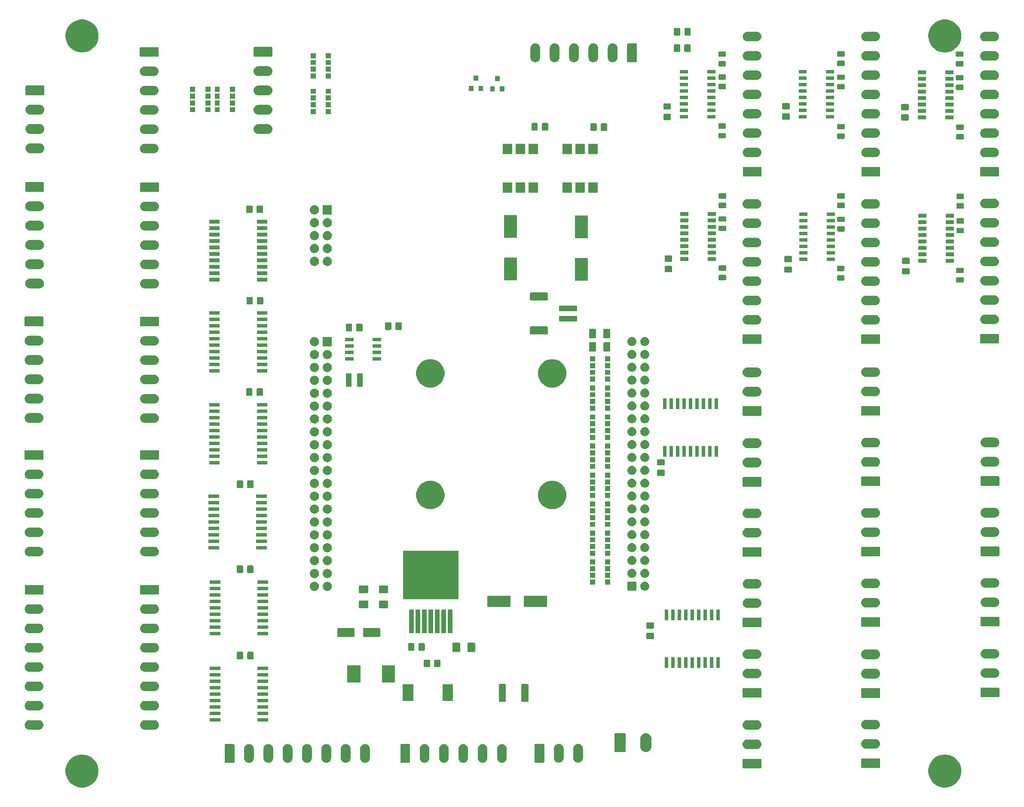
<source format=gbr>
G04 #@! TF.GenerationSoftware,KiCad,Pcbnew,5.1.4-e60b266~84~ubuntu18.04.1*
G04 #@! TF.CreationDate,2019-09-24T21:27:11-04:00*
G04 #@! TF.ProjectId,DE10nano interface,44453130-6e61-46e6-9f20-696e74657266,rev?*
G04 #@! TF.SameCoordinates,Original*
G04 #@! TF.FileFunction,Soldermask,Top*
G04 #@! TF.FilePolarity,Negative*
%FSLAX46Y46*%
G04 Gerber Fmt 4.6, Leading zero omitted, Abs format (unit mm)*
G04 Created by KiCad (PCBNEW 5.1.4-e60b266~84~ubuntu18.04.1) date 2019-09-24 21:27:11*
%MOMM*%
%LPD*%
G04 APERTURE LIST*
%ADD10C,0.100000*%
G04 APERTURE END LIST*
D10*
G36*
X212795439Y-163626267D02*
G01*
X213109482Y-163688734D01*
X213701126Y-163933801D01*
X214233592Y-164289584D01*
X214686416Y-164742408D01*
X215042199Y-165274874D01*
X215287266Y-165866518D01*
X215287266Y-165866519D01*
X215412200Y-166494603D01*
X215412200Y-167134997D01*
X215349733Y-167449039D01*
X215287266Y-167763082D01*
X215042199Y-168354726D01*
X214686416Y-168887192D01*
X214233592Y-169340016D01*
X213701126Y-169695799D01*
X213109482Y-169940866D01*
X212795439Y-170003333D01*
X212481397Y-170065800D01*
X211841003Y-170065800D01*
X211526961Y-170003333D01*
X211212918Y-169940866D01*
X210621274Y-169695799D01*
X210088808Y-169340016D01*
X209635984Y-168887192D01*
X209280201Y-168354726D01*
X209035134Y-167763082D01*
X208972667Y-167449039D01*
X208910200Y-167134997D01*
X208910200Y-166494603D01*
X209035134Y-165866519D01*
X209035134Y-165866518D01*
X209280201Y-165274874D01*
X209635984Y-164742408D01*
X210088808Y-164289584D01*
X210621274Y-163933801D01*
X211212918Y-163688734D01*
X211526961Y-163626267D01*
X211841003Y-163563800D01*
X212481397Y-163563800D01*
X212795439Y-163626267D01*
X212795439Y-163626267D01*
G37*
G36*
X42795439Y-163626267D02*
G01*
X43109482Y-163688734D01*
X43701126Y-163933801D01*
X44233592Y-164289584D01*
X44686416Y-164742408D01*
X45042199Y-165274874D01*
X45287266Y-165866518D01*
X45287266Y-165866519D01*
X45412200Y-166494603D01*
X45412200Y-167134997D01*
X45349733Y-167449039D01*
X45287266Y-167763082D01*
X45042199Y-168354726D01*
X44686416Y-168887192D01*
X44233592Y-169340016D01*
X43701126Y-169695799D01*
X43109482Y-169940866D01*
X42795439Y-170003333D01*
X42481397Y-170065800D01*
X41841003Y-170065800D01*
X41526961Y-170003333D01*
X41212918Y-169940866D01*
X40621274Y-169695799D01*
X40088808Y-169340016D01*
X39635984Y-168887192D01*
X39280201Y-168354726D01*
X39035134Y-167763082D01*
X38972667Y-167449039D01*
X38910200Y-167134997D01*
X38910200Y-166494603D01*
X39035134Y-165866519D01*
X39035134Y-165866518D01*
X39280201Y-165274874D01*
X39635984Y-164742408D01*
X40088808Y-164289584D01*
X40621274Y-163933801D01*
X41212918Y-163688734D01*
X41526961Y-163626267D01*
X41841003Y-163563800D01*
X42481397Y-163563800D01*
X42795439Y-163626267D01*
X42795439Y-163626267D01*
G37*
G36*
X175904115Y-164391694D02*
G01*
X175936624Y-164401555D01*
X175966582Y-164417569D01*
X175992841Y-164439119D01*
X176014391Y-164465378D01*
X176030405Y-164495336D01*
X176040266Y-164527845D01*
X176044200Y-164567789D01*
X176044200Y-166109731D01*
X176040266Y-166149675D01*
X176030405Y-166182184D01*
X176014391Y-166212142D01*
X175992841Y-166238401D01*
X175966582Y-166259951D01*
X175936624Y-166275965D01*
X175904115Y-166285826D01*
X175864171Y-166289760D01*
X172522229Y-166289760D01*
X172482285Y-166285826D01*
X172449776Y-166275965D01*
X172419818Y-166259951D01*
X172393559Y-166238401D01*
X172372009Y-166212142D01*
X172355995Y-166182184D01*
X172346134Y-166149675D01*
X172342200Y-166109731D01*
X172342200Y-164567789D01*
X172346134Y-164527845D01*
X172355995Y-164495336D01*
X172372009Y-164465378D01*
X172393559Y-164439119D01*
X172419818Y-164417569D01*
X172449776Y-164401555D01*
X172482285Y-164391694D01*
X172522229Y-164387760D01*
X175864171Y-164387760D01*
X175904115Y-164391694D01*
X175904115Y-164391694D01*
G37*
G36*
X199256875Y-164323114D02*
G01*
X199289384Y-164332975D01*
X199319342Y-164348989D01*
X199345601Y-164370539D01*
X199367151Y-164396798D01*
X199383165Y-164426756D01*
X199393026Y-164459265D01*
X199396960Y-164499209D01*
X199396960Y-166041151D01*
X199393026Y-166081095D01*
X199383165Y-166113604D01*
X199367151Y-166143562D01*
X199345601Y-166169821D01*
X199319342Y-166191371D01*
X199289384Y-166207385D01*
X199256875Y-166217246D01*
X199216931Y-166221180D01*
X195874989Y-166221180D01*
X195835045Y-166217246D01*
X195802536Y-166207385D01*
X195772578Y-166191371D01*
X195746319Y-166169821D01*
X195724769Y-166143562D01*
X195708755Y-166113604D01*
X195698894Y-166081095D01*
X195694960Y-166041151D01*
X195694960Y-164499209D01*
X195698894Y-164459265D01*
X195708755Y-164426756D01*
X195724769Y-164396798D01*
X195746319Y-164370539D01*
X195772578Y-164348989D01*
X195802536Y-164332975D01*
X195835045Y-164323114D01*
X195874989Y-164319180D01*
X199216931Y-164319180D01*
X199256875Y-164323114D01*
X199256875Y-164323114D01*
G37*
G36*
X82866424Y-161512760D02*
G01*
X82866427Y-161512761D01*
X82866428Y-161512761D01*
X83045692Y-161567140D01*
X83045695Y-161567142D01*
X83045696Y-161567142D01*
X83210903Y-161655446D01*
X83355712Y-161774288D01*
X83474554Y-161919097D01*
X83562858Y-162084303D01*
X83562860Y-162084307D01*
X83602072Y-162213572D01*
X83617240Y-162263575D01*
X83631000Y-162403282D01*
X83631000Y-164296718D01*
X83617240Y-164436425D01*
X83617239Y-164436428D01*
X83617239Y-164436429D01*
X83562860Y-164615693D01*
X83562858Y-164615696D01*
X83562858Y-164615697D01*
X83474554Y-164780903D01*
X83355712Y-164925712D01*
X83210903Y-165044554D01*
X83063425Y-165123382D01*
X83045693Y-165132860D01*
X82866429Y-165187239D01*
X82866428Y-165187239D01*
X82866425Y-165187240D01*
X82680000Y-165205601D01*
X82493576Y-165187240D01*
X82493573Y-165187239D01*
X82493572Y-165187239D01*
X82314308Y-165132860D01*
X82296576Y-165123382D01*
X82149098Y-165044554D01*
X82004289Y-164925712D01*
X81885447Y-164780903D01*
X81797143Y-164615697D01*
X81797143Y-164615696D01*
X81797141Y-164615693D01*
X81742762Y-164436429D01*
X81742762Y-164436428D01*
X81742761Y-164436425D01*
X81729000Y-164296717D01*
X81729000Y-162403283D01*
X81742760Y-162263576D01*
X81742761Y-162263572D01*
X81797140Y-162084308D01*
X81810313Y-162059663D01*
X81885446Y-161919097D01*
X82004288Y-161774288D01*
X82149097Y-161655446D01*
X82314303Y-161567142D01*
X82314304Y-161567142D01*
X82314307Y-161567140D01*
X82493571Y-161512761D01*
X82493572Y-161512761D01*
X82493575Y-161512760D01*
X82680000Y-161494399D01*
X82866424Y-161512760D01*
X82866424Y-161512760D01*
G37*
G36*
X98106424Y-161512760D02*
G01*
X98106427Y-161512761D01*
X98106428Y-161512761D01*
X98285692Y-161567140D01*
X98285695Y-161567142D01*
X98285696Y-161567142D01*
X98450903Y-161655446D01*
X98595712Y-161774288D01*
X98714554Y-161919097D01*
X98802858Y-162084303D01*
X98802860Y-162084307D01*
X98842072Y-162213572D01*
X98857240Y-162263575D01*
X98871000Y-162403282D01*
X98871000Y-164296718D01*
X98857240Y-164436425D01*
X98857239Y-164436428D01*
X98857239Y-164436429D01*
X98802860Y-164615693D01*
X98802858Y-164615696D01*
X98802858Y-164615697D01*
X98714554Y-164780903D01*
X98595712Y-164925712D01*
X98450903Y-165044554D01*
X98303425Y-165123382D01*
X98285693Y-165132860D01*
X98106429Y-165187239D01*
X98106428Y-165187239D01*
X98106425Y-165187240D01*
X97920000Y-165205601D01*
X97733576Y-165187240D01*
X97733573Y-165187239D01*
X97733572Y-165187239D01*
X97554308Y-165132860D01*
X97536576Y-165123382D01*
X97389098Y-165044554D01*
X97244289Y-164925712D01*
X97125447Y-164780903D01*
X97037143Y-164615697D01*
X97037143Y-164615696D01*
X97037141Y-164615693D01*
X96982762Y-164436429D01*
X96982762Y-164436428D01*
X96982761Y-164436425D01*
X96969000Y-164296717D01*
X96969000Y-162403283D01*
X96982760Y-162263576D01*
X96982761Y-162263572D01*
X97037140Y-162084308D01*
X97050313Y-162059663D01*
X97125446Y-161919097D01*
X97244288Y-161774288D01*
X97389097Y-161655446D01*
X97554303Y-161567142D01*
X97554304Y-161567142D01*
X97554307Y-161567140D01*
X97733571Y-161512761D01*
X97733572Y-161512761D01*
X97733575Y-161512760D01*
X97920000Y-161494399D01*
X98106424Y-161512760D01*
X98106424Y-161512760D01*
G37*
G36*
X109846424Y-161512760D02*
G01*
X109846427Y-161512761D01*
X109846428Y-161512761D01*
X110025692Y-161567140D01*
X110025695Y-161567142D01*
X110025696Y-161567142D01*
X110190903Y-161655446D01*
X110335712Y-161774288D01*
X110454554Y-161919097D01*
X110542858Y-162084303D01*
X110542860Y-162084307D01*
X110582072Y-162213572D01*
X110597240Y-162263575D01*
X110611000Y-162403282D01*
X110611000Y-164296718D01*
X110597240Y-164436425D01*
X110597239Y-164436428D01*
X110597239Y-164436429D01*
X110542860Y-164615693D01*
X110542858Y-164615696D01*
X110542858Y-164615697D01*
X110454554Y-164780903D01*
X110335712Y-164925712D01*
X110190903Y-165044554D01*
X110043425Y-165123382D01*
X110025693Y-165132860D01*
X109846429Y-165187239D01*
X109846428Y-165187239D01*
X109846425Y-165187240D01*
X109660000Y-165205601D01*
X109473576Y-165187240D01*
X109473573Y-165187239D01*
X109473572Y-165187239D01*
X109294308Y-165132860D01*
X109276576Y-165123382D01*
X109129098Y-165044554D01*
X108984289Y-164925712D01*
X108865447Y-164780903D01*
X108777143Y-164615697D01*
X108777143Y-164615696D01*
X108777141Y-164615693D01*
X108722762Y-164436429D01*
X108722762Y-164436428D01*
X108722761Y-164436425D01*
X108709000Y-164296717D01*
X108709000Y-162403283D01*
X108722760Y-162263576D01*
X108722761Y-162263572D01*
X108777140Y-162084308D01*
X108790313Y-162059663D01*
X108865446Y-161919097D01*
X108984288Y-161774288D01*
X109129097Y-161655446D01*
X109294303Y-161567142D01*
X109294304Y-161567142D01*
X109294307Y-161567140D01*
X109473571Y-161512761D01*
X109473572Y-161512761D01*
X109473575Y-161512760D01*
X109660000Y-161494399D01*
X109846424Y-161512760D01*
X109846424Y-161512760D01*
G37*
G36*
X113656424Y-161512760D02*
G01*
X113656427Y-161512761D01*
X113656428Y-161512761D01*
X113835692Y-161567140D01*
X113835695Y-161567142D01*
X113835696Y-161567142D01*
X114000903Y-161655446D01*
X114145712Y-161774288D01*
X114264554Y-161919097D01*
X114352858Y-162084303D01*
X114352860Y-162084307D01*
X114392072Y-162213572D01*
X114407240Y-162263575D01*
X114421000Y-162403282D01*
X114421000Y-164296718D01*
X114407240Y-164436425D01*
X114407239Y-164436428D01*
X114407239Y-164436429D01*
X114352860Y-164615693D01*
X114352858Y-164615696D01*
X114352858Y-164615697D01*
X114264554Y-164780903D01*
X114145712Y-164925712D01*
X114000903Y-165044554D01*
X113853425Y-165123382D01*
X113835693Y-165132860D01*
X113656429Y-165187239D01*
X113656428Y-165187239D01*
X113656425Y-165187240D01*
X113470000Y-165205601D01*
X113283576Y-165187240D01*
X113283573Y-165187239D01*
X113283572Y-165187239D01*
X113104308Y-165132860D01*
X113086576Y-165123382D01*
X112939098Y-165044554D01*
X112794289Y-164925712D01*
X112675447Y-164780903D01*
X112587143Y-164615697D01*
X112587143Y-164615696D01*
X112587141Y-164615693D01*
X112532762Y-164436429D01*
X112532762Y-164436428D01*
X112532761Y-164436425D01*
X112519000Y-164296717D01*
X112519000Y-162403283D01*
X112532760Y-162263576D01*
X112532761Y-162263572D01*
X112587140Y-162084308D01*
X112600313Y-162059663D01*
X112675446Y-161919097D01*
X112794288Y-161774288D01*
X112939097Y-161655446D01*
X113104303Y-161567142D01*
X113104304Y-161567142D01*
X113104307Y-161567140D01*
X113283571Y-161512761D01*
X113283572Y-161512761D01*
X113283575Y-161512760D01*
X113470000Y-161494399D01*
X113656424Y-161512760D01*
X113656424Y-161512760D01*
G37*
G36*
X117466424Y-161512760D02*
G01*
X117466427Y-161512761D01*
X117466428Y-161512761D01*
X117645692Y-161567140D01*
X117645695Y-161567142D01*
X117645696Y-161567142D01*
X117810903Y-161655446D01*
X117955712Y-161774288D01*
X118074554Y-161919097D01*
X118162858Y-162084303D01*
X118162860Y-162084307D01*
X118202072Y-162213572D01*
X118217240Y-162263575D01*
X118231000Y-162403282D01*
X118231000Y-164296718D01*
X118217240Y-164436425D01*
X118217239Y-164436428D01*
X118217239Y-164436429D01*
X118162860Y-164615693D01*
X118162858Y-164615696D01*
X118162858Y-164615697D01*
X118074554Y-164780903D01*
X117955712Y-164925712D01*
X117810903Y-165044554D01*
X117663425Y-165123382D01*
X117645693Y-165132860D01*
X117466429Y-165187239D01*
X117466428Y-165187239D01*
X117466425Y-165187240D01*
X117280000Y-165205601D01*
X117093576Y-165187240D01*
X117093573Y-165187239D01*
X117093572Y-165187239D01*
X116914308Y-165132860D01*
X116896576Y-165123382D01*
X116749098Y-165044554D01*
X116604289Y-164925712D01*
X116485447Y-164780903D01*
X116397143Y-164615697D01*
X116397143Y-164615696D01*
X116397141Y-164615693D01*
X116342762Y-164436429D01*
X116342762Y-164436428D01*
X116342761Y-164436425D01*
X116329000Y-164296717D01*
X116329000Y-162403283D01*
X116342760Y-162263576D01*
X116342761Y-162263572D01*
X116397140Y-162084308D01*
X116410313Y-162059663D01*
X116485446Y-161919097D01*
X116604288Y-161774288D01*
X116749097Y-161655446D01*
X116914303Y-161567142D01*
X116914304Y-161567142D01*
X116914307Y-161567140D01*
X117093571Y-161512761D01*
X117093572Y-161512761D01*
X117093575Y-161512760D01*
X117280000Y-161494399D01*
X117466424Y-161512760D01*
X117466424Y-161512760D01*
G37*
G36*
X121276424Y-161512760D02*
G01*
X121276427Y-161512761D01*
X121276428Y-161512761D01*
X121455692Y-161567140D01*
X121455695Y-161567142D01*
X121455696Y-161567142D01*
X121620903Y-161655446D01*
X121765712Y-161774288D01*
X121884554Y-161919097D01*
X121972858Y-162084303D01*
X121972860Y-162084307D01*
X122012072Y-162213572D01*
X122027240Y-162263575D01*
X122041000Y-162403282D01*
X122041000Y-164296718D01*
X122027240Y-164436425D01*
X122027239Y-164436428D01*
X122027239Y-164436429D01*
X121972860Y-164615693D01*
X121972858Y-164615696D01*
X121972858Y-164615697D01*
X121884554Y-164780903D01*
X121765712Y-164925712D01*
X121620903Y-165044554D01*
X121473425Y-165123382D01*
X121455693Y-165132860D01*
X121276429Y-165187239D01*
X121276428Y-165187239D01*
X121276425Y-165187240D01*
X121090000Y-165205601D01*
X120903576Y-165187240D01*
X120903573Y-165187239D01*
X120903572Y-165187239D01*
X120724308Y-165132860D01*
X120706576Y-165123382D01*
X120559098Y-165044554D01*
X120414289Y-164925712D01*
X120295447Y-164780903D01*
X120207143Y-164615697D01*
X120207143Y-164615696D01*
X120207141Y-164615693D01*
X120152762Y-164436429D01*
X120152762Y-164436428D01*
X120152761Y-164436425D01*
X120139000Y-164296717D01*
X120139000Y-162403283D01*
X120152760Y-162263576D01*
X120152761Y-162263572D01*
X120207140Y-162084308D01*
X120220313Y-162059663D01*
X120295446Y-161919097D01*
X120414288Y-161774288D01*
X120559097Y-161655446D01*
X120724303Y-161567142D01*
X120724304Y-161567142D01*
X120724307Y-161567140D01*
X120903571Y-161512761D01*
X120903572Y-161512761D01*
X120903575Y-161512760D01*
X121090000Y-161494399D01*
X121276424Y-161512760D01*
X121276424Y-161512760D01*
G37*
G36*
X125086424Y-161512760D02*
G01*
X125086427Y-161512761D01*
X125086428Y-161512761D01*
X125265692Y-161567140D01*
X125265695Y-161567142D01*
X125265696Y-161567142D01*
X125430903Y-161655446D01*
X125575712Y-161774288D01*
X125694554Y-161919097D01*
X125782858Y-162084303D01*
X125782860Y-162084307D01*
X125822072Y-162213572D01*
X125837240Y-162263575D01*
X125851000Y-162403282D01*
X125851000Y-164296718D01*
X125837240Y-164436425D01*
X125837239Y-164436428D01*
X125837239Y-164436429D01*
X125782860Y-164615693D01*
X125782858Y-164615696D01*
X125782858Y-164615697D01*
X125694554Y-164780903D01*
X125575712Y-164925712D01*
X125430903Y-165044554D01*
X125283425Y-165123382D01*
X125265693Y-165132860D01*
X125086429Y-165187239D01*
X125086428Y-165187239D01*
X125086425Y-165187240D01*
X124900000Y-165205601D01*
X124713576Y-165187240D01*
X124713573Y-165187239D01*
X124713572Y-165187239D01*
X124534308Y-165132860D01*
X124516576Y-165123382D01*
X124369098Y-165044554D01*
X124224289Y-164925712D01*
X124105447Y-164780903D01*
X124017143Y-164615697D01*
X124017143Y-164615696D01*
X124017141Y-164615693D01*
X123962762Y-164436429D01*
X123962762Y-164436428D01*
X123962761Y-164436425D01*
X123949000Y-164296717D01*
X123949000Y-162403283D01*
X123962760Y-162263576D01*
X123962761Y-162263572D01*
X124017140Y-162084308D01*
X124030313Y-162059663D01*
X124105446Y-161919097D01*
X124224288Y-161774288D01*
X124369097Y-161655446D01*
X124534303Y-161567142D01*
X124534304Y-161567142D01*
X124534307Y-161567140D01*
X124713571Y-161512761D01*
X124713572Y-161512761D01*
X124713575Y-161512760D01*
X124900000Y-161494399D01*
X125086424Y-161512760D01*
X125086424Y-161512760D01*
G37*
G36*
X79056424Y-161512760D02*
G01*
X79056427Y-161512761D01*
X79056428Y-161512761D01*
X79235692Y-161567140D01*
X79235695Y-161567142D01*
X79235696Y-161567142D01*
X79400903Y-161655446D01*
X79545712Y-161774288D01*
X79664554Y-161919097D01*
X79752858Y-162084303D01*
X79752860Y-162084307D01*
X79792072Y-162213572D01*
X79807240Y-162263575D01*
X79821000Y-162403282D01*
X79821000Y-164296718D01*
X79807240Y-164436425D01*
X79807239Y-164436428D01*
X79807239Y-164436429D01*
X79752860Y-164615693D01*
X79752858Y-164615696D01*
X79752858Y-164615697D01*
X79664554Y-164780903D01*
X79545712Y-164925712D01*
X79400903Y-165044554D01*
X79253425Y-165123382D01*
X79235693Y-165132860D01*
X79056429Y-165187239D01*
X79056428Y-165187239D01*
X79056425Y-165187240D01*
X78870000Y-165205601D01*
X78683576Y-165187240D01*
X78683573Y-165187239D01*
X78683572Y-165187239D01*
X78504308Y-165132860D01*
X78486576Y-165123382D01*
X78339098Y-165044554D01*
X78194289Y-164925712D01*
X78075447Y-164780903D01*
X77987143Y-164615697D01*
X77987143Y-164615696D01*
X77987141Y-164615693D01*
X77932762Y-164436429D01*
X77932762Y-164436428D01*
X77932761Y-164436425D01*
X77919000Y-164296717D01*
X77919000Y-162403283D01*
X77932760Y-162263576D01*
X77932761Y-162263572D01*
X77987140Y-162084308D01*
X78000313Y-162059663D01*
X78075446Y-161919097D01*
X78194288Y-161774288D01*
X78339097Y-161655446D01*
X78504303Y-161567142D01*
X78504304Y-161567142D01*
X78504307Y-161567140D01*
X78683571Y-161512761D01*
X78683572Y-161512761D01*
X78683575Y-161512760D01*
X78870000Y-161494399D01*
X79056424Y-161512760D01*
X79056424Y-161512760D01*
G37*
G36*
X75246424Y-161512760D02*
G01*
X75246427Y-161512761D01*
X75246428Y-161512761D01*
X75425692Y-161567140D01*
X75425695Y-161567142D01*
X75425696Y-161567142D01*
X75590903Y-161655446D01*
X75735712Y-161774288D01*
X75854554Y-161919097D01*
X75942858Y-162084303D01*
X75942860Y-162084307D01*
X75982072Y-162213572D01*
X75997240Y-162263575D01*
X76011000Y-162403282D01*
X76011000Y-164296718D01*
X75997240Y-164436425D01*
X75997239Y-164436428D01*
X75997239Y-164436429D01*
X75942860Y-164615693D01*
X75942858Y-164615696D01*
X75942858Y-164615697D01*
X75854554Y-164780903D01*
X75735712Y-164925712D01*
X75590903Y-165044554D01*
X75443425Y-165123382D01*
X75425693Y-165132860D01*
X75246429Y-165187239D01*
X75246428Y-165187239D01*
X75246425Y-165187240D01*
X75060000Y-165205601D01*
X74873576Y-165187240D01*
X74873573Y-165187239D01*
X74873572Y-165187239D01*
X74694308Y-165132860D01*
X74676576Y-165123382D01*
X74529098Y-165044554D01*
X74384289Y-164925712D01*
X74265447Y-164780903D01*
X74177143Y-164615697D01*
X74177143Y-164615696D01*
X74177141Y-164615693D01*
X74122762Y-164436429D01*
X74122762Y-164436428D01*
X74122761Y-164436425D01*
X74109000Y-164296717D01*
X74109000Y-162403283D01*
X74122760Y-162263576D01*
X74122761Y-162263572D01*
X74177140Y-162084308D01*
X74190313Y-162059663D01*
X74265446Y-161919097D01*
X74384288Y-161774288D01*
X74529097Y-161655446D01*
X74694303Y-161567142D01*
X74694304Y-161567142D01*
X74694307Y-161567140D01*
X74873571Y-161512761D01*
X74873572Y-161512761D01*
X74873575Y-161512760D01*
X75060000Y-161494399D01*
X75246424Y-161512760D01*
X75246424Y-161512760D01*
G37*
G36*
X94296424Y-161512760D02*
G01*
X94296427Y-161512761D01*
X94296428Y-161512761D01*
X94475692Y-161567140D01*
X94475695Y-161567142D01*
X94475696Y-161567142D01*
X94640903Y-161655446D01*
X94785712Y-161774288D01*
X94904554Y-161919097D01*
X94992858Y-162084303D01*
X94992860Y-162084307D01*
X95032072Y-162213572D01*
X95047240Y-162263575D01*
X95061000Y-162403282D01*
X95061000Y-164296718D01*
X95047240Y-164436425D01*
X95047239Y-164436428D01*
X95047239Y-164436429D01*
X94992860Y-164615693D01*
X94992858Y-164615696D01*
X94992858Y-164615697D01*
X94904554Y-164780903D01*
X94785712Y-164925712D01*
X94640903Y-165044554D01*
X94493425Y-165123382D01*
X94475693Y-165132860D01*
X94296429Y-165187239D01*
X94296428Y-165187239D01*
X94296425Y-165187240D01*
X94110000Y-165205601D01*
X93923576Y-165187240D01*
X93923573Y-165187239D01*
X93923572Y-165187239D01*
X93744308Y-165132860D01*
X93726576Y-165123382D01*
X93579098Y-165044554D01*
X93434289Y-164925712D01*
X93315447Y-164780903D01*
X93227143Y-164615697D01*
X93227143Y-164615696D01*
X93227141Y-164615693D01*
X93172762Y-164436429D01*
X93172762Y-164436428D01*
X93172761Y-164436425D01*
X93159000Y-164296717D01*
X93159000Y-162403283D01*
X93172760Y-162263576D01*
X93172761Y-162263572D01*
X93227140Y-162084308D01*
X93240313Y-162059663D01*
X93315446Y-161919097D01*
X93434288Y-161774288D01*
X93579097Y-161655446D01*
X93744303Y-161567142D01*
X93744304Y-161567142D01*
X93744307Y-161567140D01*
X93923571Y-161512761D01*
X93923572Y-161512761D01*
X93923575Y-161512760D01*
X94110000Y-161494399D01*
X94296424Y-161512760D01*
X94296424Y-161512760D01*
G37*
G36*
X86676424Y-161512760D02*
G01*
X86676427Y-161512761D01*
X86676428Y-161512761D01*
X86855692Y-161567140D01*
X86855695Y-161567142D01*
X86855696Y-161567142D01*
X87020903Y-161655446D01*
X87165712Y-161774288D01*
X87284554Y-161919097D01*
X87372858Y-162084303D01*
X87372860Y-162084307D01*
X87412072Y-162213572D01*
X87427240Y-162263575D01*
X87441000Y-162403282D01*
X87441000Y-164296718D01*
X87427240Y-164436425D01*
X87427239Y-164436428D01*
X87427239Y-164436429D01*
X87372860Y-164615693D01*
X87372858Y-164615696D01*
X87372858Y-164615697D01*
X87284554Y-164780903D01*
X87165712Y-164925712D01*
X87020903Y-165044554D01*
X86873425Y-165123382D01*
X86855693Y-165132860D01*
X86676429Y-165187239D01*
X86676428Y-165187239D01*
X86676425Y-165187240D01*
X86490000Y-165205601D01*
X86303576Y-165187240D01*
X86303573Y-165187239D01*
X86303572Y-165187239D01*
X86124308Y-165132860D01*
X86106576Y-165123382D01*
X85959098Y-165044554D01*
X85814289Y-164925712D01*
X85695447Y-164780903D01*
X85607143Y-164615697D01*
X85607143Y-164615696D01*
X85607141Y-164615693D01*
X85552762Y-164436429D01*
X85552762Y-164436428D01*
X85552761Y-164436425D01*
X85539000Y-164296717D01*
X85539000Y-162403283D01*
X85552760Y-162263576D01*
X85552761Y-162263572D01*
X85607140Y-162084308D01*
X85620313Y-162059663D01*
X85695446Y-161919097D01*
X85814288Y-161774288D01*
X85959097Y-161655446D01*
X86124303Y-161567142D01*
X86124304Y-161567142D01*
X86124307Y-161567140D01*
X86303571Y-161512761D01*
X86303572Y-161512761D01*
X86303575Y-161512760D01*
X86490000Y-161494399D01*
X86676424Y-161512760D01*
X86676424Y-161512760D01*
G37*
G36*
X90486424Y-161512760D02*
G01*
X90486427Y-161512761D01*
X90486428Y-161512761D01*
X90665692Y-161567140D01*
X90665695Y-161567142D01*
X90665696Y-161567142D01*
X90830903Y-161655446D01*
X90975712Y-161774288D01*
X91094554Y-161919097D01*
X91182858Y-162084303D01*
X91182860Y-162084307D01*
X91222072Y-162213572D01*
X91237240Y-162263575D01*
X91251000Y-162403282D01*
X91251000Y-164296718D01*
X91237240Y-164436425D01*
X91237239Y-164436428D01*
X91237239Y-164436429D01*
X91182860Y-164615693D01*
X91182858Y-164615696D01*
X91182858Y-164615697D01*
X91094554Y-164780903D01*
X90975712Y-164925712D01*
X90830903Y-165044554D01*
X90683425Y-165123382D01*
X90665693Y-165132860D01*
X90486429Y-165187239D01*
X90486428Y-165187239D01*
X90486425Y-165187240D01*
X90300000Y-165205601D01*
X90113576Y-165187240D01*
X90113573Y-165187239D01*
X90113572Y-165187239D01*
X89934308Y-165132860D01*
X89916576Y-165123382D01*
X89769098Y-165044554D01*
X89624289Y-164925712D01*
X89505447Y-164780903D01*
X89417143Y-164615697D01*
X89417143Y-164615696D01*
X89417141Y-164615693D01*
X89362762Y-164436429D01*
X89362762Y-164436428D01*
X89362761Y-164436425D01*
X89349000Y-164296717D01*
X89349000Y-162403283D01*
X89362760Y-162263576D01*
X89362761Y-162263572D01*
X89417140Y-162084308D01*
X89430313Y-162059663D01*
X89505446Y-161919097D01*
X89624288Y-161774288D01*
X89769097Y-161655446D01*
X89934303Y-161567142D01*
X89934304Y-161567142D01*
X89934307Y-161567140D01*
X90113571Y-161512761D01*
X90113572Y-161512761D01*
X90113575Y-161512760D01*
X90300000Y-161494399D01*
X90486424Y-161512760D01*
X90486424Y-161512760D01*
G37*
G36*
X72060915Y-161502934D02*
G01*
X72093424Y-161512795D01*
X72123382Y-161528809D01*
X72149641Y-161550359D01*
X72171191Y-161576618D01*
X72187205Y-161606576D01*
X72197066Y-161639085D01*
X72201000Y-161679029D01*
X72201000Y-165020971D01*
X72197066Y-165060915D01*
X72187205Y-165093424D01*
X72171191Y-165123382D01*
X72149641Y-165149641D01*
X72123382Y-165171191D01*
X72093424Y-165187205D01*
X72060915Y-165197066D01*
X72020971Y-165201000D01*
X70479029Y-165201000D01*
X70439085Y-165197066D01*
X70406576Y-165187205D01*
X70376618Y-165171191D01*
X70350359Y-165149641D01*
X70328809Y-165123382D01*
X70312795Y-165093424D01*
X70302934Y-165060915D01*
X70299000Y-165020971D01*
X70299000Y-161679029D01*
X70302934Y-161639085D01*
X70312795Y-161606576D01*
X70328809Y-161576618D01*
X70350359Y-161550359D01*
X70376618Y-161528809D01*
X70406576Y-161512795D01*
X70439085Y-161502934D01*
X70479029Y-161499000D01*
X72020971Y-161499000D01*
X72060915Y-161502934D01*
X72060915Y-161502934D01*
G37*
G36*
X106660723Y-161502939D02*
G01*
X106693280Y-161512815D01*
X106723276Y-161528848D01*
X106749572Y-161550428D01*
X106771152Y-161576724D01*
X106787185Y-161606720D01*
X106797061Y-161639277D01*
X106801000Y-161679269D01*
X106801000Y-165020731D01*
X106797061Y-165060723D01*
X106787185Y-165093280D01*
X106771152Y-165123276D01*
X106749572Y-165149572D01*
X106723276Y-165171152D01*
X106693280Y-165187185D01*
X106660723Y-165197061D01*
X106620731Y-165201000D01*
X105079269Y-165201000D01*
X105039277Y-165197061D01*
X105006720Y-165187185D01*
X104976724Y-165171152D01*
X104950428Y-165149572D01*
X104928848Y-165123276D01*
X104912815Y-165093280D01*
X104902939Y-165060723D01*
X104899000Y-165020731D01*
X104899000Y-161679269D01*
X104902939Y-161639277D01*
X104912815Y-161606720D01*
X104928848Y-161576724D01*
X104950428Y-161550428D01*
X104976724Y-161528848D01*
X105006720Y-161512815D01*
X105039277Y-161502939D01*
X105079269Y-161499000D01*
X106620731Y-161499000D01*
X106660723Y-161502939D01*
X106660723Y-161502939D01*
G37*
G36*
X140106424Y-161462760D02*
G01*
X140106427Y-161462761D01*
X140106428Y-161462761D01*
X140285692Y-161517140D01*
X140285695Y-161517142D01*
X140285696Y-161517142D01*
X140450903Y-161605446D01*
X140595712Y-161724288D01*
X140714554Y-161869097D01*
X140791787Y-162013591D01*
X140802860Y-162034307D01*
X140845197Y-162173874D01*
X140857240Y-162213575D01*
X140871000Y-162353282D01*
X140871000Y-164246718D01*
X140857240Y-164386425D01*
X140857239Y-164386428D01*
X140857239Y-164386429D01*
X140802860Y-164565693D01*
X140802858Y-164565696D01*
X140802858Y-164565697D01*
X140714554Y-164730903D01*
X140595712Y-164875712D01*
X140450903Y-164994554D01*
X140303534Y-165073324D01*
X140285693Y-165082860D01*
X140106429Y-165137239D01*
X140106428Y-165137239D01*
X140106425Y-165137240D01*
X139920000Y-165155601D01*
X139733576Y-165137240D01*
X139733573Y-165137239D01*
X139733572Y-165137239D01*
X139554308Y-165082860D01*
X139536467Y-165073324D01*
X139389098Y-164994554D01*
X139244289Y-164875712D01*
X139125447Y-164730903D01*
X139037143Y-164565697D01*
X139037143Y-164565696D01*
X139037141Y-164565693D01*
X138982762Y-164386429D01*
X138982762Y-164386428D01*
X138982761Y-164386425D01*
X138969000Y-164246717D01*
X138969000Y-162353283D01*
X138982760Y-162213576D01*
X138982761Y-162213572D01*
X139037140Y-162034308D01*
X139098721Y-161919097D01*
X139125446Y-161869097D01*
X139244288Y-161724288D01*
X139389097Y-161605446D01*
X139554303Y-161517142D01*
X139554304Y-161517142D01*
X139554307Y-161517140D01*
X139733571Y-161462761D01*
X139733572Y-161462761D01*
X139733575Y-161462760D01*
X139920000Y-161444399D01*
X140106424Y-161462760D01*
X140106424Y-161462760D01*
G37*
G36*
X136296424Y-161462760D02*
G01*
X136296427Y-161462761D01*
X136296428Y-161462761D01*
X136475692Y-161517140D01*
X136475695Y-161517142D01*
X136475696Y-161517142D01*
X136640903Y-161605446D01*
X136785712Y-161724288D01*
X136904554Y-161869097D01*
X136981787Y-162013591D01*
X136992860Y-162034307D01*
X137035197Y-162173874D01*
X137047240Y-162213575D01*
X137061000Y-162353282D01*
X137061000Y-164246718D01*
X137047240Y-164386425D01*
X137047239Y-164386428D01*
X137047239Y-164386429D01*
X136992860Y-164565693D01*
X136992858Y-164565696D01*
X136992858Y-164565697D01*
X136904554Y-164730903D01*
X136785712Y-164875712D01*
X136640903Y-164994554D01*
X136493534Y-165073324D01*
X136475693Y-165082860D01*
X136296429Y-165137239D01*
X136296428Y-165137239D01*
X136296425Y-165137240D01*
X136110000Y-165155601D01*
X135923576Y-165137240D01*
X135923573Y-165137239D01*
X135923572Y-165137239D01*
X135744308Y-165082860D01*
X135726467Y-165073324D01*
X135579098Y-164994554D01*
X135434289Y-164875712D01*
X135315447Y-164730903D01*
X135227143Y-164565697D01*
X135227143Y-164565696D01*
X135227141Y-164565693D01*
X135172762Y-164386429D01*
X135172762Y-164386428D01*
X135172761Y-164386425D01*
X135159000Y-164246717D01*
X135159000Y-162353283D01*
X135172760Y-162213576D01*
X135172761Y-162213572D01*
X135227140Y-162034308D01*
X135288721Y-161919097D01*
X135315446Y-161869097D01*
X135434288Y-161724288D01*
X135579097Y-161605446D01*
X135744303Y-161517142D01*
X135744304Y-161517142D01*
X135744307Y-161517140D01*
X135923571Y-161462761D01*
X135923572Y-161462761D01*
X135923575Y-161462760D01*
X136110000Y-161444399D01*
X136296424Y-161462760D01*
X136296424Y-161462760D01*
G37*
G36*
X133110723Y-161452939D02*
G01*
X133143280Y-161462815D01*
X133173276Y-161478848D01*
X133199572Y-161500428D01*
X133221152Y-161526724D01*
X133237185Y-161556720D01*
X133247061Y-161589277D01*
X133251000Y-161629269D01*
X133251000Y-164970731D01*
X133247061Y-165010723D01*
X133237185Y-165043280D01*
X133221152Y-165073276D01*
X133199572Y-165099572D01*
X133173276Y-165121152D01*
X133143280Y-165137185D01*
X133110723Y-165147061D01*
X133070731Y-165151000D01*
X131529269Y-165151000D01*
X131489277Y-165147061D01*
X131456720Y-165137185D01*
X131426724Y-165121152D01*
X131400428Y-165099572D01*
X131378848Y-165073276D01*
X131362815Y-165043280D01*
X131352939Y-165010723D01*
X131349000Y-164970731D01*
X131349000Y-161629269D01*
X131352939Y-161589277D01*
X131362815Y-161556720D01*
X131378848Y-161526724D01*
X131400428Y-161500428D01*
X131426724Y-161478848D01*
X131456720Y-161462815D01*
X131489277Y-161452939D01*
X131529269Y-161449000D01*
X133070731Y-161449000D01*
X133110723Y-161452939D01*
X133110723Y-161452939D01*
G37*
G36*
X153493870Y-159364786D02*
G01*
X153604331Y-159398294D01*
X153687372Y-159423484D01*
X153699529Y-159427172D01*
X153855683Y-159510638D01*
X153889059Y-159528478D01*
X154055186Y-159664814D01*
X154191522Y-159830941D01*
X154191525Y-159830945D01*
X154292828Y-160020470D01*
X154355214Y-160226129D01*
X154371000Y-160386409D01*
X154371000Y-162013591D01*
X154355214Y-162173871D01*
X154292828Y-162379530D01*
X154191525Y-162569055D01*
X154191523Y-162569058D01*
X154191522Y-162569059D01*
X154055186Y-162735186D01*
X153889059Y-162871522D01*
X153889055Y-162871525D01*
X153699530Y-162972828D01*
X153699527Y-162972829D01*
X153661245Y-162984442D01*
X153493871Y-163035214D01*
X153280000Y-163056278D01*
X153066130Y-163035214D01*
X152898756Y-162984442D01*
X152860474Y-162972829D01*
X152860471Y-162972828D01*
X152670946Y-162871525D01*
X152670942Y-162871522D01*
X152504815Y-162735186D01*
X152368479Y-162569059D01*
X152368478Y-162569058D01*
X152368476Y-162569055D01*
X152267171Y-162379527D01*
X152204786Y-162173874D01*
X152189000Y-162013591D01*
X152189000Y-160386410D01*
X152204786Y-160226130D01*
X152267172Y-160020471D01*
X152368477Y-159830943D01*
X152368478Y-159830941D01*
X152504814Y-159664814D01*
X152670941Y-159528478D01*
X152670942Y-159528477D01*
X152670945Y-159528475D01*
X152860470Y-159427172D01*
X152872628Y-159423484D01*
X152955668Y-159398294D01*
X153066129Y-159364786D01*
X153280000Y-159343722D01*
X153493870Y-159364786D01*
X153493870Y-159364786D01*
G37*
G36*
X149156589Y-159352799D02*
G01*
X149187776Y-159362259D01*
X149216516Y-159377621D01*
X149241706Y-159398294D01*
X149262379Y-159423484D01*
X149277741Y-159452224D01*
X149287201Y-159483411D01*
X149291000Y-159521981D01*
X149291000Y-162878019D01*
X149287201Y-162916589D01*
X149277741Y-162947776D01*
X149262379Y-162976516D01*
X149241706Y-163001706D01*
X149216516Y-163022379D01*
X149187776Y-163037741D01*
X149156589Y-163047201D01*
X149118019Y-163051000D01*
X147281981Y-163051000D01*
X147243411Y-163047201D01*
X147212224Y-163037741D01*
X147183484Y-163022379D01*
X147158294Y-163001706D01*
X147137621Y-162976516D01*
X147122259Y-162947776D01*
X147112799Y-162916589D01*
X147109000Y-162878019D01*
X147109000Y-159521981D01*
X147112799Y-159483411D01*
X147122259Y-159452224D01*
X147137621Y-159423484D01*
X147158294Y-159398294D01*
X147183484Y-159377621D01*
X147212224Y-159362259D01*
X147243411Y-159352799D01*
X147281981Y-159349000D01*
X149118019Y-159349000D01*
X149156589Y-159352799D01*
X149156589Y-159352799D01*
G37*
G36*
X175279625Y-160591520D02*
G01*
X175279628Y-160591521D01*
X175279629Y-160591521D01*
X175458893Y-160645900D01*
X175458896Y-160645902D01*
X175458897Y-160645902D01*
X175624103Y-160734206D01*
X175768912Y-160853048D01*
X175887754Y-160997857D01*
X175976058Y-161163063D01*
X175976060Y-161163067D01*
X176030439Y-161342331D01*
X176030440Y-161342335D01*
X176048801Y-161528760D01*
X176030440Y-161715185D01*
X176030439Y-161715188D01*
X176030439Y-161715189D01*
X175976060Y-161894453D01*
X175976058Y-161894456D01*
X175976058Y-161894457D01*
X175887754Y-162059663D01*
X175768912Y-162204472D01*
X175624103Y-162323314D01*
X175474485Y-162403286D01*
X175458893Y-162411620D01*
X175279629Y-162465999D01*
X175279628Y-162465999D01*
X175279625Y-162466000D01*
X175139918Y-162479760D01*
X173246482Y-162479760D01*
X173106775Y-162466000D01*
X173106772Y-162465999D01*
X173106771Y-162465999D01*
X172927507Y-162411620D01*
X172911915Y-162403286D01*
X172762297Y-162323314D01*
X172617488Y-162204472D01*
X172498646Y-162059663D01*
X172410342Y-161894457D01*
X172410342Y-161894456D01*
X172410340Y-161894453D01*
X172355961Y-161715189D01*
X172355961Y-161715188D01*
X172355960Y-161715185D01*
X172337599Y-161528760D01*
X172355960Y-161342335D01*
X172355961Y-161342331D01*
X172410340Y-161163067D01*
X172410342Y-161163063D01*
X172498646Y-160997857D01*
X172617488Y-160853048D01*
X172762297Y-160734206D01*
X172927503Y-160645902D01*
X172927504Y-160645902D01*
X172927507Y-160645900D01*
X173106771Y-160591521D01*
X173106772Y-160591521D01*
X173106775Y-160591520D01*
X173246482Y-160577760D01*
X175139918Y-160577760D01*
X175279625Y-160591520D01*
X175279625Y-160591520D01*
G37*
G36*
X198632385Y-160522940D02*
G01*
X198632388Y-160522941D01*
X198632389Y-160522941D01*
X198811653Y-160577320D01*
X198811656Y-160577322D01*
X198811657Y-160577322D01*
X198976863Y-160665626D01*
X199121672Y-160784468D01*
X199240514Y-160929277D01*
X199328818Y-161094483D01*
X199328820Y-161094487D01*
X199349622Y-161163063D01*
X199383200Y-161273755D01*
X199401561Y-161460180D01*
X199383200Y-161646605D01*
X199383199Y-161646608D01*
X199383199Y-161646609D01*
X199328820Y-161825873D01*
X199328818Y-161825876D01*
X199328818Y-161825877D01*
X199240514Y-161991083D01*
X199121672Y-162135892D01*
X198976863Y-162254734D01*
X198848558Y-162323314D01*
X198811653Y-162343040D01*
X198632389Y-162397419D01*
X198632388Y-162397419D01*
X198632385Y-162397420D01*
X198492678Y-162411180D01*
X196599242Y-162411180D01*
X196459535Y-162397420D01*
X196459532Y-162397419D01*
X196459531Y-162397419D01*
X196280267Y-162343040D01*
X196243362Y-162323314D01*
X196115057Y-162254734D01*
X195970248Y-162135892D01*
X195851406Y-161991083D01*
X195763102Y-161825877D01*
X195763102Y-161825876D01*
X195763100Y-161825873D01*
X195708721Y-161646609D01*
X195708721Y-161646608D01*
X195708720Y-161646605D01*
X195690359Y-161460180D01*
X195708720Y-161273755D01*
X195742298Y-161163063D01*
X195763100Y-161094487D01*
X195763102Y-161094483D01*
X195851406Y-160929277D01*
X195970248Y-160784468D01*
X196115057Y-160665626D01*
X196280263Y-160577322D01*
X196280264Y-160577322D01*
X196280267Y-160577320D01*
X196459531Y-160522941D01*
X196459532Y-160522941D01*
X196459535Y-160522940D01*
X196599242Y-160509180D01*
X198492678Y-160509180D01*
X198632385Y-160522940D01*
X198632385Y-160522940D01*
G37*
G36*
X33819125Y-156784060D02*
G01*
X33819128Y-156784061D01*
X33819129Y-156784061D01*
X33998393Y-156838440D01*
X33998396Y-156838442D01*
X33998397Y-156838442D01*
X34163603Y-156926746D01*
X34308412Y-157045588D01*
X34427254Y-157190397D01*
X34514200Y-157353063D01*
X34515560Y-157355607D01*
X34569939Y-157534871D01*
X34569940Y-157534875D01*
X34588301Y-157721300D01*
X34569940Y-157907725D01*
X34569939Y-157907728D01*
X34569939Y-157907729D01*
X34515560Y-158086993D01*
X34515558Y-158086996D01*
X34515558Y-158086997D01*
X34427254Y-158252203D01*
X34308412Y-158397012D01*
X34163603Y-158515854D01*
X34003968Y-158601180D01*
X33998393Y-158604160D01*
X33819129Y-158658539D01*
X33819128Y-158658539D01*
X33819125Y-158658540D01*
X33679418Y-158672300D01*
X31785982Y-158672300D01*
X31646275Y-158658540D01*
X31646272Y-158658539D01*
X31646271Y-158658539D01*
X31467007Y-158604160D01*
X31461432Y-158601180D01*
X31301797Y-158515854D01*
X31156988Y-158397012D01*
X31038146Y-158252203D01*
X30949842Y-158086997D01*
X30949842Y-158086996D01*
X30949840Y-158086993D01*
X30895461Y-157907729D01*
X30895461Y-157907728D01*
X30895460Y-157907725D01*
X30877099Y-157721300D01*
X30895460Y-157534875D01*
X30895461Y-157534871D01*
X30949840Y-157355607D01*
X30951200Y-157353063D01*
X31038146Y-157190397D01*
X31156988Y-157045588D01*
X31301797Y-156926746D01*
X31467003Y-156838442D01*
X31467004Y-156838442D01*
X31467007Y-156838440D01*
X31646271Y-156784061D01*
X31646272Y-156784061D01*
X31646275Y-156784060D01*
X31785982Y-156770300D01*
X33679418Y-156770300D01*
X33819125Y-156784060D01*
X33819125Y-156784060D01*
G37*
G36*
X56552125Y-156784060D02*
G01*
X56552128Y-156784061D01*
X56552129Y-156784061D01*
X56731393Y-156838440D01*
X56731396Y-156838442D01*
X56731397Y-156838442D01*
X56896603Y-156926746D01*
X57041412Y-157045588D01*
X57160254Y-157190397D01*
X57247200Y-157353063D01*
X57248560Y-157355607D01*
X57302939Y-157534871D01*
X57302940Y-157534875D01*
X57321301Y-157721300D01*
X57302940Y-157907725D01*
X57302939Y-157907728D01*
X57302939Y-157907729D01*
X57248560Y-158086993D01*
X57248558Y-158086996D01*
X57248558Y-158086997D01*
X57160254Y-158252203D01*
X57041412Y-158397012D01*
X56896603Y-158515854D01*
X56736968Y-158601180D01*
X56731393Y-158604160D01*
X56552129Y-158658539D01*
X56552128Y-158658539D01*
X56552125Y-158658540D01*
X56412418Y-158672300D01*
X54518982Y-158672300D01*
X54379275Y-158658540D01*
X54379272Y-158658539D01*
X54379271Y-158658539D01*
X54200007Y-158604160D01*
X54194432Y-158601180D01*
X54034797Y-158515854D01*
X53889988Y-158397012D01*
X53771146Y-158252203D01*
X53682842Y-158086997D01*
X53682842Y-158086996D01*
X53682840Y-158086993D01*
X53628461Y-157907729D01*
X53628461Y-157907728D01*
X53628460Y-157907725D01*
X53610099Y-157721300D01*
X53628460Y-157534875D01*
X53628461Y-157534871D01*
X53682840Y-157355607D01*
X53684200Y-157353063D01*
X53771146Y-157190397D01*
X53889988Y-157045588D01*
X54034797Y-156926746D01*
X54200003Y-156838442D01*
X54200004Y-156838442D01*
X54200007Y-156838440D01*
X54379271Y-156784061D01*
X54379272Y-156784061D01*
X54379275Y-156784060D01*
X54518982Y-156770300D01*
X56412418Y-156770300D01*
X56552125Y-156784060D01*
X56552125Y-156784060D01*
G37*
G36*
X175279625Y-156781520D02*
G01*
X175279628Y-156781521D01*
X175279629Y-156781521D01*
X175458893Y-156835900D01*
X175458896Y-156835902D01*
X175458897Y-156835902D01*
X175624103Y-156924206D01*
X175768912Y-157043048D01*
X175887754Y-157187857D01*
X175976058Y-157353063D01*
X175976060Y-157353067D01*
X176030439Y-157532331D01*
X176030440Y-157532335D01*
X176048801Y-157718760D01*
X176030440Y-157905185D01*
X176030439Y-157905188D01*
X176030439Y-157905189D01*
X175976060Y-158084453D01*
X175976058Y-158084456D01*
X175976058Y-158084457D01*
X175887754Y-158249663D01*
X175768912Y-158394472D01*
X175624103Y-158513314D01*
X175459716Y-158601180D01*
X175458893Y-158601620D01*
X175279629Y-158655999D01*
X175279628Y-158655999D01*
X175279625Y-158656000D01*
X175139918Y-158669760D01*
X173246482Y-158669760D01*
X173106775Y-158656000D01*
X173106772Y-158655999D01*
X173106771Y-158655999D01*
X172927507Y-158601620D01*
X172926684Y-158601180D01*
X172762297Y-158513314D01*
X172617488Y-158394472D01*
X172498646Y-158249663D01*
X172410342Y-158084457D01*
X172410342Y-158084456D01*
X172410340Y-158084453D01*
X172355961Y-157905189D01*
X172355961Y-157905188D01*
X172355960Y-157905185D01*
X172337599Y-157718760D01*
X172355960Y-157532335D01*
X172355961Y-157532331D01*
X172410340Y-157353067D01*
X172410342Y-157353063D01*
X172498646Y-157187857D01*
X172617488Y-157043048D01*
X172762297Y-156924206D01*
X172927503Y-156835902D01*
X172927504Y-156835902D01*
X172927507Y-156835900D01*
X173106771Y-156781521D01*
X173106772Y-156781521D01*
X173106775Y-156781520D01*
X173246482Y-156767760D01*
X175139918Y-156767760D01*
X175279625Y-156781520D01*
X175279625Y-156781520D01*
G37*
G36*
X198632385Y-156712940D02*
G01*
X198632388Y-156712941D01*
X198632389Y-156712941D01*
X198811653Y-156767320D01*
X198811656Y-156767322D01*
X198811657Y-156767322D01*
X198976863Y-156855626D01*
X199121672Y-156974468D01*
X199240514Y-157119277D01*
X199278528Y-157190397D01*
X199328820Y-157284487D01*
X199383199Y-157463751D01*
X199383200Y-157463755D01*
X199401561Y-157650180D01*
X199383200Y-157836605D01*
X199383199Y-157836608D01*
X199383199Y-157836609D01*
X199328820Y-158015873D01*
X199328818Y-158015876D01*
X199328818Y-158015877D01*
X199240514Y-158181083D01*
X199121672Y-158325892D01*
X198976863Y-158444734D01*
X198843806Y-158515854D01*
X198811653Y-158533040D01*
X198632389Y-158587419D01*
X198632388Y-158587419D01*
X198632385Y-158587420D01*
X198492678Y-158601180D01*
X196599242Y-158601180D01*
X196459535Y-158587420D01*
X196459532Y-158587419D01*
X196459531Y-158587419D01*
X196280267Y-158533040D01*
X196248114Y-158515854D01*
X196115057Y-158444734D01*
X195970248Y-158325892D01*
X195851406Y-158181083D01*
X195763102Y-158015877D01*
X195763102Y-158015876D01*
X195763100Y-158015873D01*
X195708721Y-157836609D01*
X195708721Y-157836608D01*
X195708720Y-157836605D01*
X195690359Y-157650180D01*
X195708720Y-157463755D01*
X195708721Y-157463751D01*
X195763100Y-157284487D01*
X195813392Y-157190397D01*
X195851406Y-157119277D01*
X195970248Y-156974468D01*
X196115057Y-156855626D01*
X196280263Y-156767322D01*
X196280264Y-156767322D01*
X196280267Y-156767320D01*
X196459531Y-156712941D01*
X196459532Y-156712941D01*
X196459535Y-156712940D01*
X196599242Y-156699180D01*
X198492678Y-156699180D01*
X198632385Y-156712940D01*
X198632385Y-156712940D01*
G37*
G36*
X69406200Y-157056300D02*
G01*
X67304200Y-157056300D01*
X67304200Y-156354300D01*
X69406200Y-156354300D01*
X69406200Y-157056300D01*
X69406200Y-157056300D01*
G37*
G36*
X78806200Y-157056300D02*
G01*
X76704200Y-157056300D01*
X76704200Y-156354300D01*
X78806200Y-156354300D01*
X78806200Y-157056300D01*
X78806200Y-157056300D01*
G37*
G36*
X69406200Y-155786300D02*
G01*
X67304200Y-155786300D01*
X67304200Y-155084300D01*
X69406200Y-155084300D01*
X69406200Y-155786300D01*
X69406200Y-155786300D01*
G37*
G36*
X78806200Y-155786300D02*
G01*
X76704200Y-155786300D01*
X76704200Y-155084300D01*
X78806200Y-155084300D01*
X78806200Y-155786300D01*
X78806200Y-155786300D01*
G37*
G36*
X56552125Y-152974060D02*
G01*
X56552128Y-152974061D01*
X56552129Y-152974061D01*
X56731393Y-153028440D01*
X56731396Y-153028442D01*
X56731397Y-153028442D01*
X56896603Y-153116746D01*
X57041412Y-153235588D01*
X57160254Y-153380397D01*
X57248558Y-153545603D01*
X57248560Y-153545607D01*
X57302939Y-153724871D01*
X57302940Y-153724875D01*
X57321301Y-153911300D01*
X57302940Y-154097725D01*
X57302939Y-154097728D01*
X57302939Y-154097729D01*
X57248560Y-154276993D01*
X57248558Y-154276996D01*
X57248558Y-154276997D01*
X57160254Y-154442203D01*
X57041412Y-154587012D01*
X56896603Y-154705854D01*
X56731397Y-154794158D01*
X56731393Y-154794160D01*
X56552129Y-154848539D01*
X56552128Y-154848539D01*
X56552125Y-154848540D01*
X56412418Y-154862300D01*
X54518982Y-154862300D01*
X54379275Y-154848540D01*
X54379272Y-154848539D01*
X54379271Y-154848539D01*
X54200007Y-154794160D01*
X54200003Y-154794158D01*
X54034797Y-154705854D01*
X53889988Y-154587012D01*
X53771146Y-154442203D01*
X53682842Y-154276997D01*
X53682842Y-154276996D01*
X53682840Y-154276993D01*
X53628461Y-154097729D01*
X53628461Y-154097728D01*
X53628460Y-154097725D01*
X53610099Y-153911300D01*
X53628460Y-153724875D01*
X53628461Y-153724871D01*
X53682840Y-153545607D01*
X53682842Y-153545603D01*
X53771146Y-153380397D01*
X53889988Y-153235588D01*
X54034797Y-153116746D01*
X54200003Y-153028442D01*
X54200004Y-153028442D01*
X54200007Y-153028440D01*
X54379271Y-152974061D01*
X54379272Y-152974061D01*
X54379275Y-152974060D01*
X54518982Y-152960300D01*
X56412418Y-152960300D01*
X56552125Y-152974060D01*
X56552125Y-152974060D01*
G37*
G36*
X33819125Y-152974060D02*
G01*
X33819128Y-152974061D01*
X33819129Y-152974061D01*
X33998393Y-153028440D01*
X33998396Y-153028442D01*
X33998397Y-153028442D01*
X34163603Y-153116746D01*
X34308412Y-153235588D01*
X34427254Y-153380397D01*
X34515558Y-153545603D01*
X34515560Y-153545607D01*
X34569939Y-153724871D01*
X34569940Y-153724875D01*
X34588301Y-153911300D01*
X34569940Y-154097725D01*
X34569939Y-154097728D01*
X34569939Y-154097729D01*
X34515560Y-154276993D01*
X34515558Y-154276996D01*
X34515558Y-154276997D01*
X34427254Y-154442203D01*
X34308412Y-154587012D01*
X34163603Y-154705854D01*
X33998397Y-154794158D01*
X33998393Y-154794160D01*
X33819129Y-154848539D01*
X33819128Y-154848539D01*
X33819125Y-154848540D01*
X33679418Y-154862300D01*
X31785982Y-154862300D01*
X31646275Y-154848540D01*
X31646272Y-154848539D01*
X31646271Y-154848539D01*
X31467007Y-154794160D01*
X31467003Y-154794158D01*
X31301797Y-154705854D01*
X31156988Y-154587012D01*
X31038146Y-154442203D01*
X30949842Y-154276997D01*
X30949842Y-154276996D01*
X30949840Y-154276993D01*
X30895461Y-154097729D01*
X30895461Y-154097728D01*
X30895460Y-154097725D01*
X30877099Y-153911300D01*
X30895460Y-153724875D01*
X30895461Y-153724871D01*
X30949840Y-153545607D01*
X30949842Y-153545603D01*
X31038146Y-153380397D01*
X31156988Y-153235588D01*
X31301797Y-153116746D01*
X31467003Y-153028442D01*
X31467004Y-153028442D01*
X31467007Y-153028440D01*
X31646271Y-152974061D01*
X31646272Y-152974061D01*
X31646275Y-152974060D01*
X31785982Y-152960300D01*
X33679418Y-152960300D01*
X33819125Y-152974060D01*
X33819125Y-152974060D01*
G37*
G36*
X69406200Y-154516300D02*
G01*
X67304200Y-154516300D01*
X67304200Y-153814300D01*
X69406200Y-153814300D01*
X69406200Y-154516300D01*
X69406200Y-154516300D01*
G37*
G36*
X78806200Y-154516300D02*
G01*
X76704200Y-154516300D01*
X76704200Y-153814300D01*
X78806200Y-153814300D01*
X78806200Y-154516300D01*
X78806200Y-154516300D01*
G37*
G36*
X69406200Y-153246300D02*
G01*
X67304200Y-153246300D01*
X67304200Y-152544300D01*
X69406200Y-152544300D01*
X69406200Y-153246300D01*
X69406200Y-153246300D01*
G37*
G36*
X78806200Y-153246300D02*
G01*
X76704200Y-153246300D01*
X76704200Y-152544300D01*
X78806200Y-152544300D01*
X78806200Y-153246300D01*
X78806200Y-153246300D01*
G37*
G36*
X129971191Y-149653286D02*
G01*
X130007130Y-149664188D01*
X130040252Y-149681892D01*
X130069283Y-149705717D01*
X130093108Y-149734748D01*
X130110812Y-149767870D01*
X130121714Y-149803809D01*
X130126000Y-149847325D01*
X130126000Y-152952675D01*
X130121714Y-152996191D01*
X130110812Y-153032130D01*
X130093108Y-153065252D01*
X130069283Y-153094283D01*
X130040252Y-153118108D01*
X130007130Y-153135812D01*
X129971191Y-153146714D01*
X129927675Y-153151000D01*
X128922325Y-153151000D01*
X128878809Y-153146714D01*
X128842870Y-153135812D01*
X128809748Y-153118108D01*
X128780717Y-153094283D01*
X128756892Y-153065252D01*
X128739188Y-153032130D01*
X128728286Y-152996191D01*
X128724000Y-152952675D01*
X128724000Y-149847325D01*
X128728286Y-149803809D01*
X128739188Y-149767870D01*
X128756892Y-149734748D01*
X128780717Y-149705717D01*
X128809748Y-149681892D01*
X128842870Y-149664188D01*
X128878809Y-149653286D01*
X128922325Y-149649000D01*
X129927675Y-149649000D01*
X129971191Y-149653286D01*
X129971191Y-149653286D01*
G37*
G36*
X125521191Y-149653286D02*
G01*
X125557130Y-149664188D01*
X125590252Y-149681892D01*
X125619283Y-149705717D01*
X125643108Y-149734748D01*
X125660812Y-149767870D01*
X125671714Y-149803809D01*
X125676000Y-149847325D01*
X125676000Y-152952675D01*
X125671714Y-152996191D01*
X125660812Y-153032130D01*
X125643108Y-153065252D01*
X125619283Y-153094283D01*
X125590252Y-153118108D01*
X125557130Y-153135812D01*
X125521191Y-153146714D01*
X125477675Y-153151000D01*
X124472325Y-153151000D01*
X124428809Y-153146714D01*
X124392870Y-153135812D01*
X124359748Y-153118108D01*
X124330717Y-153094283D01*
X124306892Y-153065252D01*
X124289188Y-153032130D01*
X124278286Y-152996191D01*
X124274000Y-152952675D01*
X124274000Y-149847325D01*
X124278286Y-149803809D01*
X124289188Y-149767870D01*
X124306892Y-149734748D01*
X124330717Y-149705717D01*
X124359748Y-149681892D01*
X124392870Y-149664188D01*
X124428809Y-149653286D01*
X124472325Y-149649000D01*
X125477675Y-149649000D01*
X125521191Y-149653286D01*
X125521191Y-149653286D01*
G37*
G36*
X107480700Y-153022300D02*
G01*
X105378700Y-153022300D01*
X105378700Y-149720300D01*
X107480700Y-149720300D01*
X107480700Y-153022300D01*
X107480700Y-153022300D01*
G37*
G36*
X115280700Y-153022300D02*
G01*
X113178700Y-153022300D01*
X113178700Y-149720300D01*
X115280700Y-149720300D01*
X115280700Y-153022300D01*
X115280700Y-153022300D01*
G37*
G36*
X199256875Y-150472494D02*
G01*
X199289384Y-150482355D01*
X199319342Y-150498369D01*
X199345601Y-150519919D01*
X199367151Y-150546178D01*
X199383165Y-150576136D01*
X199393026Y-150608645D01*
X199396960Y-150648589D01*
X199396960Y-152190531D01*
X199393026Y-152230475D01*
X199383165Y-152262984D01*
X199367151Y-152292942D01*
X199345601Y-152319201D01*
X199319342Y-152340751D01*
X199289384Y-152356765D01*
X199256875Y-152366626D01*
X199216931Y-152370560D01*
X195874989Y-152370560D01*
X195835045Y-152366626D01*
X195802536Y-152356765D01*
X195772578Y-152340751D01*
X195746319Y-152319201D01*
X195724769Y-152292942D01*
X195708755Y-152262984D01*
X195698894Y-152230475D01*
X195694960Y-152190531D01*
X195694960Y-150648589D01*
X195698894Y-150608645D01*
X195708755Y-150576136D01*
X195724769Y-150546178D01*
X195746319Y-150519919D01*
X195772578Y-150498369D01*
X195802536Y-150482355D01*
X195835045Y-150472494D01*
X195874989Y-150468560D01*
X199216931Y-150468560D01*
X199256875Y-150472494D01*
X199256875Y-150472494D01*
G37*
G36*
X175904115Y-150442014D02*
G01*
X175936624Y-150451875D01*
X175966582Y-150467889D01*
X175992841Y-150489439D01*
X176014391Y-150515698D01*
X176030405Y-150545656D01*
X176040266Y-150578165D01*
X176044200Y-150618109D01*
X176044200Y-152160051D01*
X176040266Y-152199995D01*
X176030405Y-152232504D01*
X176014391Y-152262462D01*
X175992841Y-152288721D01*
X175966582Y-152310271D01*
X175936624Y-152326285D01*
X175904115Y-152336146D01*
X175864171Y-152340080D01*
X172522229Y-152340080D01*
X172482285Y-152336146D01*
X172449776Y-152326285D01*
X172419818Y-152310271D01*
X172393559Y-152288721D01*
X172372009Y-152262462D01*
X172355995Y-152232504D01*
X172346134Y-152199995D01*
X172342200Y-152160051D01*
X172342200Y-150618109D01*
X172346134Y-150578165D01*
X172355995Y-150545656D01*
X172372009Y-150515698D01*
X172393559Y-150489439D01*
X172419818Y-150467889D01*
X172449776Y-150451875D01*
X172482285Y-150442014D01*
X172522229Y-150438080D01*
X175864171Y-150438080D01*
X175904115Y-150442014D01*
X175904115Y-150442014D01*
G37*
G36*
X222764575Y-150355654D02*
G01*
X222797084Y-150365515D01*
X222827042Y-150381529D01*
X222853301Y-150403079D01*
X222874851Y-150429338D01*
X222890865Y-150459296D01*
X222900726Y-150491805D01*
X222904660Y-150531749D01*
X222904660Y-152073691D01*
X222900726Y-152113635D01*
X222890865Y-152146144D01*
X222874851Y-152176102D01*
X222853301Y-152202361D01*
X222827042Y-152223911D01*
X222797084Y-152239925D01*
X222764575Y-152249786D01*
X222724631Y-152253720D01*
X219382689Y-152253720D01*
X219342745Y-152249786D01*
X219310236Y-152239925D01*
X219280278Y-152223911D01*
X219254019Y-152202361D01*
X219232469Y-152176102D01*
X219216455Y-152146144D01*
X219206594Y-152113635D01*
X219202660Y-152073691D01*
X219202660Y-150531749D01*
X219206594Y-150491805D01*
X219216455Y-150459296D01*
X219232469Y-150429338D01*
X219254019Y-150403079D01*
X219280278Y-150381529D01*
X219310236Y-150365515D01*
X219342745Y-150355654D01*
X219382689Y-150351720D01*
X222724631Y-150351720D01*
X222764575Y-150355654D01*
X222764575Y-150355654D01*
G37*
G36*
X78806200Y-151976300D02*
G01*
X76704200Y-151976300D01*
X76704200Y-151274300D01*
X78806200Y-151274300D01*
X78806200Y-151976300D01*
X78806200Y-151976300D01*
G37*
G36*
X69406200Y-151976300D02*
G01*
X67304200Y-151976300D01*
X67304200Y-151274300D01*
X69406200Y-151274300D01*
X69406200Y-151976300D01*
X69406200Y-151976300D01*
G37*
G36*
X56552125Y-149164060D02*
G01*
X56552128Y-149164061D01*
X56552129Y-149164061D01*
X56731393Y-149218440D01*
X56731396Y-149218442D01*
X56731397Y-149218442D01*
X56896603Y-149306746D01*
X57041412Y-149425588D01*
X57160254Y-149570397D01*
X57240378Y-149720300D01*
X57248560Y-149735607D01*
X57302939Y-149914871D01*
X57302940Y-149914875D01*
X57321301Y-150101300D01*
X57302940Y-150287725D01*
X57302939Y-150287728D01*
X57302939Y-150287729D01*
X57248560Y-150466993D01*
X57248558Y-150466996D01*
X57248558Y-150466997D01*
X57160254Y-150632203D01*
X57041412Y-150777012D01*
X56896603Y-150895854D01*
X56731397Y-150984158D01*
X56731393Y-150984160D01*
X56552129Y-151038539D01*
X56552128Y-151038539D01*
X56552125Y-151038540D01*
X56412418Y-151052300D01*
X54518982Y-151052300D01*
X54379275Y-151038540D01*
X54379272Y-151038539D01*
X54379271Y-151038539D01*
X54200007Y-150984160D01*
X54200003Y-150984158D01*
X54034797Y-150895854D01*
X53889988Y-150777012D01*
X53771146Y-150632203D01*
X53682842Y-150466997D01*
X53682842Y-150466996D01*
X53682840Y-150466993D01*
X53628461Y-150287729D01*
X53628461Y-150287728D01*
X53628460Y-150287725D01*
X53610099Y-150101300D01*
X53628460Y-149914875D01*
X53628461Y-149914871D01*
X53682840Y-149735607D01*
X53691022Y-149720300D01*
X53771146Y-149570397D01*
X53889988Y-149425588D01*
X54034797Y-149306746D01*
X54200003Y-149218442D01*
X54200004Y-149218442D01*
X54200007Y-149218440D01*
X54379271Y-149164061D01*
X54379272Y-149164061D01*
X54379275Y-149164060D01*
X54518982Y-149150300D01*
X56412418Y-149150300D01*
X56552125Y-149164060D01*
X56552125Y-149164060D01*
G37*
G36*
X33819125Y-149164060D02*
G01*
X33819128Y-149164061D01*
X33819129Y-149164061D01*
X33998393Y-149218440D01*
X33998396Y-149218442D01*
X33998397Y-149218442D01*
X34163603Y-149306746D01*
X34308412Y-149425588D01*
X34427254Y-149570397D01*
X34507378Y-149720300D01*
X34515560Y-149735607D01*
X34569939Y-149914871D01*
X34569940Y-149914875D01*
X34588301Y-150101300D01*
X34569940Y-150287725D01*
X34569939Y-150287728D01*
X34569939Y-150287729D01*
X34515560Y-150466993D01*
X34515558Y-150466996D01*
X34515558Y-150466997D01*
X34427254Y-150632203D01*
X34308412Y-150777012D01*
X34163603Y-150895854D01*
X33998397Y-150984158D01*
X33998393Y-150984160D01*
X33819129Y-151038539D01*
X33819128Y-151038539D01*
X33819125Y-151038540D01*
X33679418Y-151052300D01*
X31785982Y-151052300D01*
X31646275Y-151038540D01*
X31646272Y-151038539D01*
X31646271Y-151038539D01*
X31467007Y-150984160D01*
X31467003Y-150984158D01*
X31301797Y-150895854D01*
X31156988Y-150777012D01*
X31038146Y-150632203D01*
X30949842Y-150466997D01*
X30949842Y-150466996D01*
X30949840Y-150466993D01*
X30895461Y-150287729D01*
X30895461Y-150287728D01*
X30895460Y-150287725D01*
X30877099Y-150101300D01*
X30895460Y-149914875D01*
X30895461Y-149914871D01*
X30949840Y-149735607D01*
X30958022Y-149720300D01*
X31038146Y-149570397D01*
X31156988Y-149425588D01*
X31301797Y-149306746D01*
X31467003Y-149218442D01*
X31467004Y-149218442D01*
X31467007Y-149218440D01*
X31646271Y-149164061D01*
X31646272Y-149164061D01*
X31646275Y-149164060D01*
X31785982Y-149150300D01*
X33679418Y-149150300D01*
X33819125Y-149164060D01*
X33819125Y-149164060D01*
G37*
G36*
X78806200Y-150706300D02*
G01*
X76704200Y-150706300D01*
X76704200Y-150004300D01*
X78806200Y-150004300D01*
X78806200Y-150706300D01*
X78806200Y-150706300D01*
G37*
G36*
X69406200Y-150706300D02*
G01*
X67304200Y-150706300D01*
X67304200Y-150004300D01*
X69406200Y-150004300D01*
X69406200Y-150706300D01*
X69406200Y-150706300D01*
G37*
G36*
X69406200Y-149436300D02*
G01*
X67304200Y-149436300D01*
X67304200Y-148734300D01*
X69406200Y-148734300D01*
X69406200Y-149436300D01*
X69406200Y-149436300D01*
G37*
G36*
X78806200Y-149436300D02*
G01*
X76704200Y-149436300D01*
X76704200Y-148734300D01*
X78806200Y-148734300D01*
X78806200Y-149436300D01*
X78806200Y-149436300D01*
G37*
G36*
X97054183Y-149330343D02*
G01*
X94452183Y-149330343D01*
X94452183Y-145928343D01*
X97054183Y-145928343D01*
X97054183Y-149330343D01*
X97054183Y-149330343D01*
G37*
G36*
X103854183Y-149330343D02*
G01*
X101252183Y-149330343D01*
X101252183Y-145928343D01*
X103854183Y-145928343D01*
X103854183Y-149330343D01*
X103854183Y-149330343D01*
G37*
G36*
X198632385Y-146672320D02*
G01*
X198632388Y-146672321D01*
X198632389Y-146672321D01*
X198811653Y-146726700D01*
X198811656Y-146726702D01*
X198811657Y-146726702D01*
X198976863Y-146815006D01*
X199121672Y-146933848D01*
X199240514Y-147078657D01*
X199328818Y-147243863D01*
X199328820Y-147243867D01*
X199347757Y-147306295D01*
X199383200Y-147423135D01*
X199401561Y-147609560D01*
X199383200Y-147795985D01*
X199383199Y-147795988D01*
X199383199Y-147795989D01*
X199328820Y-147975253D01*
X199328818Y-147975256D01*
X199328818Y-147975257D01*
X199240514Y-148140463D01*
X199121672Y-148285272D01*
X198976863Y-148404114D01*
X198811657Y-148492418D01*
X198811653Y-148492420D01*
X198632389Y-148546799D01*
X198632388Y-148546799D01*
X198632385Y-148546800D01*
X198492678Y-148560560D01*
X196599242Y-148560560D01*
X196459535Y-148546800D01*
X196459532Y-148546799D01*
X196459531Y-148546799D01*
X196280267Y-148492420D01*
X196280263Y-148492418D01*
X196115057Y-148404114D01*
X195970248Y-148285272D01*
X195851406Y-148140463D01*
X195763102Y-147975257D01*
X195763102Y-147975256D01*
X195763100Y-147975253D01*
X195708721Y-147795989D01*
X195708721Y-147795988D01*
X195708720Y-147795985D01*
X195690359Y-147609560D01*
X195708720Y-147423135D01*
X195744163Y-147306295D01*
X195763100Y-147243867D01*
X195763102Y-147243863D01*
X195851406Y-147078657D01*
X195970248Y-146933848D01*
X196115057Y-146815006D01*
X196280263Y-146726702D01*
X196280264Y-146726702D01*
X196280267Y-146726700D01*
X196459531Y-146672321D01*
X196459532Y-146672321D01*
X196459535Y-146672320D01*
X196599242Y-146658560D01*
X198492678Y-146658560D01*
X198632385Y-146672320D01*
X198632385Y-146672320D01*
G37*
G36*
X175279625Y-146641840D02*
G01*
X175279628Y-146641841D01*
X175279629Y-146641841D01*
X175458893Y-146696220D01*
X175458896Y-146696222D01*
X175458897Y-146696222D01*
X175624103Y-146784526D01*
X175768912Y-146903368D01*
X175887754Y-147048177D01*
X175955092Y-147174158D01*
X175976060Y-147213387D01*
X176004242Y-147306291D01*
X176030440Y-147392655D01*
X176048801Y-147579080D01*
X176030440Y-147765505D01*
X176030439Y-147765508D01*
X176030439Y-147765509D01*
X175976060Y-147944773D01*
X175976058Y-147944776D01*
X175976058Y-147944777D01*
X175887754Y-148109983D01*
X175768912Y-148254792D01*
X175624103Y-148373634D01*
X175458897Y-148461938D01*
X175458893Y-148461940D01*
X175279629Y-148516319D01*
X175279628Y-148516319D01*
X175279625Y-148516320D01*
X175139918Y-148530080D01*
X173246482Y-148530080D01*
X173106775Y-148516320D01*
X173106772Y-148516319D01*
X173106771Y-148516319D01*
X172927507Y-148461940D01*
X172927503Y-148461938D01*
X172762297Y-148373634D01*
X172617488Y-148254792D01*
X172498646Y-148109983D01*
X172410342Y-147944777D01*
X172410342Y-147944776D01*
X172410340Y-147944773D01*
X172355961Y-147765509D01*
X172355961Y-147765508D01*
X172355960Y-147765505D01*
X172337599Y-147579080D01*
X172355960Y-147392655D01*
X172382158Y-147306291D01*
X172410340Y-147213387D01*
X172431308Y-147174158D01*
X172498646Y-147048177D01*
X172617488Y-146903368D01*
X172762297Y-146784526D01*
X172927503Y-146696222D01*
X172927504Y-146696222D01*
X172927507Y-146696220D01*
X173106771Y-146641841D01*
X173106772Y-146641841D01*
X173106775Y-146641840D01*
X173246482Y-146628080D01*
X175139918Y-146628080D01*
X175279625Y-146641840D01*
X175279625Y-146641840D01*
G37*
G36*
X222140085Y-146555480D02*
G01*
X222140088Y-146555481D01*
X222140089Y-146555481D01*
X222319353Y-146609860D01*
X222319356Y-146609862D01*
X222319357Y-146609862D01*
X222484563Y-146698166D01*
X222629372Y-146817008D01*
X222748214Y-146961817D01*
X222836518Y-147127023D01*
X222836520Y-147127027D01*
X222871963Y-147243867D01*
X222890900Y-147306295D01*
X222909261Y-147492720D01*
X222890900Y-147679145D01*
X222890899Y-147679148D01*
X222890899Y-147679149D01*
X222836520Y-147858413D01*
X222836518Y-147858416D01*
X222836518Y-147858417D01*
X222748214Y-148023623D01*
X222629372Y-148168432D01*
X222484563Y-148287274D01*
X222322996Y-148373633D01*
X222319353Y-148375580D01*
X222140089Y-148429959D01*
X222140088Y-148429959D01*
X222140085Y-148429960D01*
X222000378Y-148443720D01*
X220106942Y-148443720D01*
X219967235Y-148429960D01*
X219967232Y-148429959D01*
X219967231Y-148429959D01*
X219787967Y-148375580D01*
X219784324Y-148373633D01*
X219622757Y-148287274D01*
X219477948Y-148168432D01*
X219359106Y-148023623D01*
X219270802Y-147858417D01*
X219270802Y-147858416D01*
X219270800Y-147858413D01*
X219216421Y-147679149D01*
X219216421Y-147679148D01*
X219216420Y-147679145D01*
X219198059Y-147492720D01*
X219216420Y-147306295D01*
X219235357Y-147243867D01*
X219270800Y-147127027D01*
X219270802Y-147127023D01*
X219359106Y-146961817D01*
X219477948Y-146817008D01*
X219622757Y-146698166D01*
X219787963Y-146609862D01*
X219787964Y-146609862D01*
X219787967Y-146609860D01*
X219967231Y-146555481D01*
X219967232Y-146555481D01*
X219967235Y-146555480D01*
X220106942Y-146541720D01*
X222000378Y-146541720D01*
X222140085Y-146555480D01*
X222140085Y-146555480D01*
G37*
G36*
X78806200Y-148166300D02*
G01*
X76704200Y-148166300D01*
X76704200Y-147464300D01*
X78806200Y-147464300D01*
X78806200Y-148166300D01*
X78806200Y-148166300D01*
G37*
G36*
X69406200Y-148166300D02*
G01*
X67304200Y-148166300D01*
X67304200Y-147464300D01*
X69406200Y-147464300D01*
X69406200Y-148166300D01*
X69406200Y-148166300D01*
G37*
G36*
X33819125Y-145354060D02*
G01*
X33819128Y-145354061D01*
X33819129Y-145354061D01*
X33998393Y-145408440D01*
X33998396Y-145408442D01*
X33998397Y-145408442D01*
X34163603Y-145496746D01*
X34308412Y-145615588D01*
X34427254Y-145760397D01*
X34515558Y-145925603D01*
X34515560Y-145925607D01*
X34569939Y-146104871D01*
X34569940Y-146104875D01*
X34588301Y-146291300D01*
X34569940Y-146477725D01*
X34569939Y-146477728D01*
X34569939Y-146477729D01*
X34515560Y-146656993D01*
X34515558Y-146656996D01*
X34515558Y-146656997D01*
X34427254Y-146822203D01*
X34308412Y-146967012D01*
X34163603Y-147085854D01*
X33998397Y-147174158D01*
X33998393Y-147174160D01*
X33819129Y-147228539D01*
X33819128Y-147228539D01*
X33819125Y-147228540D01*
X33679418Y-147242300D01*
X31785982Y-147242300D01*
X31646275Y-147228540D01*
X31646272Y-147228539D01*
X31646271Y-147228539D01*
X31467007Y-147174160D01*
X31467003Y-147174158D01*
X31301797Y-147085854D01*
X31156988Y-146967012D01*
X31038146Y-146822203D01*
X30949842Y-146656997D01*
X30949842Y-146656996D01*
X30949840Y-146656993D01*
X30895461Y-146477729D01*
X30895461Y-146477728D01*
X30895460Y-146477725D01*
X30877099Y-146291300D01*
X30895460Y-146104875D01*
X30895461Y-146104871D01*
X30949840Y-145925607D01*
X30949842Y-145925603D01*
X31038146Y-145760397D01*
X31156988Y-145615588D01*
X31301797Y-145496746D01*
X31467003Y-145408442D01*
X31467004Y-145408442D01*
X31467007Y-145408440D01*
X31646271Y-145354061D01*
X31646272Y-145354061D01*
X31646275Y-145354060D01*
X31785982Y-145340300D01*
X33679418Y-145340300D01*
X33819125Y-145354060D01*
X33819125Y-145354060D01*
G37*
G36*
X56552125Y-145354060D02*
G01*
X56552128Y-145354061D01*
X56552129Y-145354061D01*
X56731393Y-145408440D01*
X56731396Y-145408442D01*
X56731397Y-145408442D01*
X56896603Y-145496746D01*
X57041412Y-145615588D01*
X57160254Y-145760397D01*
X57248558Y-145925603D01*
X57248560Y-145925607D01*
X57302939Y-146104871D01*
X57302940Y-146104875D01*
X57321301Y-146291300D01*
X57302940Y-146477725D01*
X57302939Y-146477728D01*
X57302939Y-146477729D01*
X57248560Y-146656993D01*
X57248558Y-146656996D01*
X57248558Y-146656997D01*
X57160254Y-146822203D01*
X57041412Y-146967012D01*
X56896603Y-147085854D01*
X56731397Y-147174158D01*
X56731393Y-147174160D01*
X56552129Y-147228539D01*
X56552128Y-147228539D01*
X56552125Y-147228540D01*
X56412418Y-147242300D01*
X54518982Y-147242300D01*
X54379275Y-147228540D01*
X54379272Y-147228539D01*
X54379271Y-147228539D01*
X54200007Y-147174160D01*
X54200003Y-147174158D01*
X54034797Y-147085854D01*
X53889988Y-146967012D01*
X53771146Y-146822203D01*
X53682842Y-146656997D01*
X53682842Y-146656996D01*
X53682840Y-146656993D01*
X53628461Y-146477729D01*
X53628461Y-146477728D01*
X53628460Y-146477725D01*
X53610099Y-146291300D01*
X53628460Y-146104875D01*
X53628461Y-146104871D01*
X53682840Y-145925607D01*
X53682842Y-145925603D01*
X53771146Y-145760397D01*
X53889988Y-145615588D01*
X54034797Y-145496746D01*
X54200003Y-145408442D01*
X54200004Y-145408442D01*
X54200007Y-145408440D01*
X54379271Y-145354061D01*
X54379272Y-145354061D01*
X54379275Y-145354060D01*
X54518982Y-145340300D01*
X56412418Y-145340300D01*
X56552125Y-145354060D01*
X56552125Y-145354060D01*
G37*
G36*
X78806200Y-146896300D02*
G01*
X76704200Y-146896300D01*
X76704200Y-146194300D01*
X78806200Y-146194300D01*
X78806200Y-146896300D01*
X78806200Y-146896300D01*
G37*
G36*
X69406200Y-146896300D02*
G01*
X67304200Y-146896300D01*
X67304200Y-146194300D01*
X69406200Y-146194300D01*
X69406200Y-146896300D01*
X69406200Y-146896300D01*
G37*
G36*
X165308760Y-146451760D02*
G01*
X164606760Y-146451760D01*
X164606760Y-144349760D01*
X165308760Y-144349760D01*
X165308760Y-146451760D01*
X165308760Y-146451760D01*
G37*
G36*
X157688760Y-146451760D02*
G01*
X156986760Y-146451760D01*
X156986760Y-144349760D01*
X157688760Y-144349760D01*
X157688760Y-146451760D01*
X157688760Y-146451760D01*
G37*
G36*
X158958760Y-146451760D02*
G01*
X158256760Y-146451760D01*
X158256760Y-144349760D01*
X158958760Y-144349760D01*
X158958760Y-146451760D01*
X158958760Y-146451760D01*
G37*
G36*
X160228760Y-146451760D02*
G01*
X159526760Y-146451760D01*
X159526760Y-144349760D01*
X160228760Y-144349760D01*
X160228760Y-146451760D01*
X160228760Y-146451760D01*
G37*
G36*
X161498760Y-146451760D02*
G01*
X160796760Y-146451760D01*
X160796760Y-144349760D01*
X161498760Y-144349760D01*
X161498760Y-146451760D01*
X161498760Y-146451760D01*
G37*
G36*
X162768760Y-146451760D02*
G01*
X162066760Y-146451760D01*
X162066760Y-144349760D01*
X162768760Y-144349760D01*
X162768760Y-146451760D01*
X162768760Y-146451760D01*
G37*
G36*
X164038760Y-146451760D02*
G01*
X163336760Y-146451760D01*
X163336760Y-144349760D01*
X164038760Y-144349760D01*
X164038760Y-146451760D01*
X164038760Y-146451760D01*
G37*
G36*
X167848760Y-146451760D02*
G01*
X167146760Y-146451760D01*
X167146760Y-144349760D01*
X167848760Y-144349760D01*
X167848760Y-146451760D01*
X167848760Y-146451760D01*
G37*
G36*
X166578760Y-146451760D02*
G01*
X165876760Y-146451760D01*
X165876760Y-144349760D01*
X166578760Y-144349760D01*
X166578760Y-146451760D01*
X166578760Y-146451760D01*
G37*
G36*
X110593874Y-144846265D02*
G01*
X110631567Y-144857699D01*
X110666303Y-144876266D01*
X110696748Y-144901252D01*
X110721734Y-144931697D01*
X110740301Y-144966433D01*
X110751735Y-145004126D01*
X110756200Y-145049461D01*
X110756200Y-146136139D01*
X110751735Y-146181474D01*
X110740301Y-146219167D01*
X110721734Y-146253903D01*
X110696748Y-146284348D01*
X110666303Y-146309334D01*
X110631567Y-146327901D01*
X110593874Y-146339335D01*
X110548539Y-146343800D01*
X109711861Y-146343800D01*
X109666526Y-146339335D01*
X109628833Y-146327901D01*
X109594097Y-146309334D01*
X109563652Y-146284348D01*
X109538666Y-146253903D01*
X109520099Y-146219167D01*
X109508665Y-146181474D01*
X109504200Y-146136139D01*
X109504200Y-145049461D01*
X109508665Y-145004126D01*
X109520099Y-144966433D01*
X109538666Y-144931697D01*
X109563652Y-144901252D01*
X109594097Y-144876266D01*
X109628833Y-144857699D01*
X109666526Y-144846265D01*
X109711861Y-144841800D01*
X110548539Y-144841800D01*
X110593874Y-144846265D01*
X110593874Y-144846265D01*
G37*
G36*
X112643874Y-144846265D02*
G01*
X112681567Y-144857699D01*
X112716303Y-144876266D01*
X112746748Y-144901252D01*
X112771734Y-144931697D01*
X112790301Y-144966433D01*
X112801735Y-145004126D01*
X112806200Y-145049461D01*
X112806200Y-146136139D01*
X112801735Y-146181474D01*
X112790301Y-146219167D01*
X112771734Y-146253903D01*
X112746748Y-146284348D01*
X112716303Y-146309334D01*
X112681567Y-146327901D01*
X112643874Y-146339335D01*
X112598539Y-146343800D01*
X111761861Y-146343800D01*
X111716526Y-146339335D01*
X111678833Y-146327901D01*
X111644097Y-146309334D01*
X111613652Y-146284348D01*
X111588666Y-146253903D01*
X111570099Y-146219167D01*
X111558665Y-146181474D01*
X111554200Y-146136139D01*
X111554200Y-145049461D01*
X111558665Y-145004126D01*
X111570099Y-144966433D01*
X111588666Y-144931697D01*
X111613652Y-144901252D01*
X111644097Y-144876266D01*
X111678833Y-144857699D01*
X111716526Y-144846265D01*
X111761861Y-144841800D01*
X112598539Y-144841800D01*
X112643874Y-144846265D01*
X112643874Y-144846265D01*
G37*
G36*
X73771494Y-143289245D02*
G01*
X73809187Y-143300679D01*
X73843923Y-143319246D01*
X73874368Y-143344232D01*
X73899354Y-143374677D01*
X73917921Y-143409413D01*
X73929355Y-143447106D01*
X73933820Y-143492441D01*
X73933820Y-144579119D01*
X73929355Y-144624454D01*
X73917921Y-144662147D01*
X73899354Y-144696883D01*
X73874368Y-144727328D01*
X73843923Y-144752314D01*
X73809187Y-144770881D01*
X73771494Y-144782315D01*
X73726159Y-144786780D01*
X72889481Y-144786780D01*
X72844146Y-144782315D01*
X72806453Y-144770881D01*
X72771717Y-144752314D01*
X72741272Y-144727328D01*
X72716286Y-144696883D01*
X72697719Y-144662147D01*
X72686285Y-144624454D01*
X72681820Y-144579119D01*
X72681820Y-143492441D01*
X72686285Y-143447106D01*
X72697719Y-143409413D01*
X72716286Y-143374677D01*
X72741272Y-143344232D01*
X72771717Y-143319246D01*
X72806453Y-143300679D01*
X72844146Y-143289245D01*
X72889481Y-143284780D01*
X73726159Y-143284780D01*
X73771494Y-143289245D01*
X73771494Y-143289245D01*
G37*
G36*
X75821968Y-143289234D02*
G01*
X75859548Y-143300634D01*
X75894184Y-143319147D01*
X75924540Y-143344060D01*
X75949453Y-143374416D01*
X75967966Y-143409052D01*
X75979366Y-143446632D01*
X75983820Y-143491855D01*
X75983820Y-144579705D01*
X75979366Y-144624928D01*
X75967966Y-144662508D01*
X75949453Y-144697144D01*
X75924540Y-144727500D01*
X75894184Y-144752413D01*
X75859548Y-144770926D01*
X75821968Y-144782326D01*
X75776745Y-144786780D01*
X74938895Y-144786780D01*
X74893672Y-144782326D01*
X74856092Y-144770926D01*
X74821456Y-144752413D01*
X74791100Y-144727500D01*
X74766187Y-144697144D01*
X74747674Y-144662508D01*
X74736274Y-144624928D01*
X74731820Y-144579705D01*
X74731820Y-143491855D01*
X74736274Y-143446632D01*
X74747674Y-143409052D01*
X74766187Y-143374416D01*
X74791100Y-143344060D01*
X74821456Y-143319147D01*
X74856092Y-143300634D01*
X74893672Y-143289234D01*
X74938895Y-143284780D01*
X75776745Y-143284780D01*
X75821968Y-143289234D01*
X75821968Y-143289234D01*
G37*
G36*
X198632385Y-142862320D02*
G01*
X198632388Y-142862321D01*
X198632389Y-142862321D01*
X198811653Y-142916700D01*
X198811656Y-142916702D01*
X198811657Y-142916702D01*
X198976863Y-143005006D01*
X199121672Y-143123848D01*
X199240514Y-143268657D01*
X199328818Y-143433863D01*
X199328820Y-143433867D01*
X199373953Y-143582651D01*
X199383200Y-143613135D01*
X199401561Y-143799560D01*
X199383200Y-143985985D01*
X199383199Y-143985988D01*
X199383199Y-143985989D01*
X199328820Y-144165253D01*
X199328818Y-144165256D01*
X199328818Y-144165257D01*
X199240514Y-144330463D01*
X199121672Y-144475272D01*
X198976863Y-144594114D01*
X198811657Y-144682418D01*
X198811653Y-144682420D01*
X198632389Y-144736799D01*
X198632388Y-144736799D01*
X198632385Y-144736800D01*
X198492678Y-144750560D01*
X196599242Y-144750560D01*
X196459535Y-144736800D01*
X196459532Y-144736799D01*
X196459531Y-144736799D01*
X196280267Y-144682420D01*
X196280263Y-144682418D01*
X196115057Y-144594114D01*
X195970248Y-144475272D01*
X195851406Y-144330463D01*
X195763102Y-144165257D01*
X195763102Y-144165256D01*
X195763100Y-144165253D01*
X195708721Y-143985989D01*
X195708721Y-143985988D01*
X195708720Y-143985985D01*
X195690359Y-143799560D01*
X195708720Y-143613135D01*
X195717967Y-143582651D01*
X195763100Y-143433867D01*
X195763102Y-143433863D01*
X195851406Y-143268657D01*
X195970248Y-143123848D01*
X196115057Y-143005006D01*
X196280263Y-142916702D01*
X196280264Y-142916702D01*
X196280267Y-142916700D01*
X196459531Y-142862321D01*
X196459532Y-142862321D01*
X196459535Y-142862320D01*
X196599242Y-142848560D01*
X198492678Y-142848560D01*
X198632385Y-142862320D01*
X198632385Y-142862320D01*
G37*
G36*
X175279625Y-142831840D02*
G01*
X175279628Y-142831841D01*
X175279629Y-142831841D01*
X175458893Y-142886220D01*
X175458896Y-142886222D01*
X175458897Y-142886222D01*
X175624103Y-142974526D01*
X175768912Y-143093368D01*
X175887754Y-143238177D01*
X175960575Y-143374416D01*
X175976060Y-143403387D01*
X176030439Y-143582651D01*
X176030440Y-143582655D01*
X176048801Y-143769080D01*
X176030440Y-143955505D01*
X176030439Y-143955508D01*
X176030439Y-143955509D01*
X175976060Y-144134773D01*
X175976058Y-144134776D01*
X175976058Y-144134777D01*
X175887754Y-144299983D01*
X175768912Y-144444792D01*
X175624103Y-144563634D01*
X175458897Y-144651938D01*
X175458893Y-144651940D01*
X175279629Y-144706319D01*
X175279628Y-144706319D01*
X175279625Y-144706320D01*
X175139918Y-144720080D01*
X173246482Y-144720080D01*
X173106775Y-144706320D01*
X173106772Y-144706319D01*
X173106771Y-144706319D01*
X172927507Y-144651940D01*
X172927503Y-144651938D01*
X172762297Y-144563634D01*
X172617488Y-144444792D01*
X172498646Y-144299983D01*
X172410342Y-144134777D01*
X172410342Y-144134776D01*
X172410340Y-144134773D01*
X172355961Y-143955509D01*
X172355961Y-143955508D01*
X172355960Y-143955505D01*
X172337599Y-143769080D01*
X172355960Y-143582655D01*
X172355961Y-143582651D01*
X172410340Y-143403387D01*
X172425825Y-143374416D01*
X172498646Y-143238177D01*
X172617488Y-143093368D01*
X172762297Y-142974526D01*
X172927503Y-142886222D01*
X172927504Y-142886222D01*
X172927507Y-142886220D01*
X173106771Y-142831841D01*
X173106772Y-142831841D01*
X173106775Y-142831840D01*
X173246482Y-142818080D01*
X175139918Y-142818080D01*
X175279625Y-142831840D01*
X175279625Y-142831840D01*
G37*
G36*
X222140085Y-142745480D02*
G01*
X222140088Y-142745481D01*
X222140089Y-142745481D01*
X222319353Y-142799860D01*
X222319356Y-142799862D01*
X222319357Y-142799862D01*
X222484563Y-142888166D01*
X222629372Y-143007008D01*
X222748214Y-143151817D01*
X222827758Y-143300634D01*
X222836520Y-143317027D01*
X222877705Y-143452797D01*
X222890900Y-143496295D01*
X222909261Y-143682720D01*
X222890900Y-143869145D01*
X222890899Y-143869148D01*
X222890899Y-143869149D01*
X222836520Y-144048413D01*
X222836518Y-144048416D01*
X222836518Y-144048417D01*
X222748214Y-144213623D01*
X222629372Y-144358432D01*
X222484563Y-144477274D01*
X222322996Y-144563633D01*
X222319353Y-144565580D01*
X222140089Y-144619959D01*
X222140088Y-144619959D01*
X222140085Y-144619960D01*
X222000378Y-144633720D01*
X220106942Y-144633720D01*
X219967235Y-144619960D01*
X219967232Y-144619959D01*
X219967231Y-144619959D01*
X219787967Y-144565580D01*
X219784324Y-144563633D01*
X219622757Y-144477274D01*
X219477948Y-144358432D01*
X219359106Y-144213623D01*
X219270802Y-144048417D01*
X219270802Y-144048416D01*
X219270800Y-144048413D01*
X219216421Y-143869149D01*
X219216421Y-143869148D01*
X219216420Y-143869145D01*
X219198059Y-143682720D01*
X219216420Y-143496295D01*
X219229615Y-143452797D01*
X219270800Y-143317027D01*
X219279562Y-143300634D01*
X219359106Y-143151817D01*
X219477948Y-143007008D01*
X219622757Y-142888166D01*
X219787963Y-142799862D01*
X219787964Y-142799862D01*
X219787967Y-142799860D01*
X219967231Y-142745481D01*
X219967232Y-142745481D01*
X219967235Y-142745480D01*
X220106942Y-142731720D01*
X222000378Y-142731720D01*
X222140085Y-142745480D01*
X222140085Y-142745480D01*
G37*
G36*
X56552125Y-141544060D02*
G01*
X56552128Y-141544061D01*
X56552129Y-141544061D01*
X56731393Y-141598440D01*
X56731396Y-141598442D01*
X56731397Y-141598442D01*
X56896603Y-141686746D01*
X57041412Y-141805588D01*
X57160254Y-141950397D01*
X57248558Y-142115603D01*
X57248560Y-142115607D01*
X57302939Y-142294871D01*
X57302940Y-142294875D01*
X57321301Y-142481300D01*
X57302940Y-142667725D01*
X57302939Y-142667728D01*
X57302939Y-142667729D01*
X57248560Y-142846993D01*
X57248558Y-142846996D01*
X57248558Y-142846997D01*
X57160254Y-143012203D01*
X57041412Y-143157012D01*
X56896603Y-143275854D01*
X56731397Y-143364158D01*
X56731393Y-143364160D01*
X56552129Y-143418539D01*
X56552128Y-143418539D01*
X56552125Y-143418540D01*
X56412418Y-143432300D01*
X54518982Y-143432300D01*
X54379275Y-143418540D01*
X54379272Y-143418539D01*
X54379271Y-143418539D01*
X54200007Y-143364160D01*
X54200003Y-143364158D01*
X54034797Y-143275854D01*
X53889988Y-143157012D01*
X53771146Y-143012203D01*
X53682842Y-142846997D01*
X53682842Y-142846996D01*
X53682840Y-142846993D01*
X53628461Y-142667729D01*
X53628461Y-142667728D01*
X53628460Y-142667725D01*
X53610099Y-142481300D01*
X53628460Y-142294875D01*
X53628461Y-142294871D01*
X53682840Y-142115607D01*
X53682842Y-142115603D01*
X53771146Y-141950397D01*
X53889988Y-141805588D01*
X54034797Y-141686746D01*
X54200003Y-141598442D01*
X54200004Y-141598442D01*
X54200007Y-141598440D01*
X54379271Y-141544061D01*
X54379272Y-141544061D01*
X54379275Y-141544060D01*
X54518982Y-141530300D01*
X56412418Y-141530300D01*
X56552125Y-141544060D01*
X56552125Y-141544060D01*
G37*
G36*
X33819125Y-141544060D02*
G01*
X33819128Y-141544061D01*
X33819129Y-141544061D01*
X33998393Y-141598440D01*
X33998396Y-141598442D01*
X33998397Y-141598442D01*
X34163603Y-141686746D01*
X34308412Y-141805588D01*
X34427254Y-141950397D01*
X34515558Y-142115603D01*
X34515560Y-142115607D01*
X34569939Y-142294871D01*
X34569940Y-142294875D01*
X34588301Y-142481300D01*
X34569940Y-142667725D01*
X34569939Y-142667728D01*
X34569939Y-142667729D01*
X34515560Y-142846993D01*
X34515558Y-142846996D01*
X34515558Y-142846997D01*
X34427254Y-143012203D01*
X34308412Y-143157012D01*
X34163603Y-143275854D01*
X33998397Y-143364158D01*
X33998393Y-143364160D01*
X33819129Y-143418539D01*
X33819128Y-143418539D01*
X33819125Y-143418540D01*
X33679418Y-143432300D01*
X31785982Y-143432300D01*
X31646275Y-143418540D01*
X31646272Y-143418539D01*
X31646271Y-143418539D01*
X31467007Y-143364160D01*
X31467003Y-143364158D01*
X31301797Y-143275854D01*
X31156988Y-143157012D01*
X31038146Y-143012203D01*
X30949842Y-142846997D01*
X30949842Y-142846996D01*
X30949840Y-142846993D01*
X30895461Y-142667729D01*
X30895461Y-142667728D01*
X30895460Y-142667725D01*
X30877099Y-142481300D01*
X30895460Y-142294875D01*
X30895461Y-142294871D01*
X30949840Y-142115607D01*
X30949842Y-142115603D01*
X31038146Y-141950397D01*
X31156988Y-141805588D01*
X31301797Y-141686746D01*
X31467003Y-141598442D01*
X31467004Y-141598442D01*
X31467007Y-141598440D01*
X31646271Y-141544061D01*
X31646272Y-141544061D01*
X31646275Y-141544060D01*
X31785982Y-141530300D01*
X33679418Y-141530300D01*
X33819125Y-141544060D01*
X33819125Y-141544060D01*
G37*
G36*
X116503762Y-141495981D02*
G01*
X116538681Y-141506574D01*
X116570863Y-141523776D01*
X116599073Y-141546927D01*
X116622224Y-141575137D01*
X116639426Y-141607319D01*
X116650019Y-141642238D01*
X116654200Y-141684695D01*
X116654200Y-143150905D01*
X116650019Y-143193362D01*
X116639426Y-143228281D01*
X116622224Y-143260463D01*
X116599073Y-143288673D01*
X116570863Y-143311824D01*
X116538681Y-143329026D01*
X116503762Y-143339619D01*
X116461305Y-143343800D01*
X115320095Y-143343800D01*
X115277638Y-143339619D01*
X115242719Y-143329026D01*
X115210537Y-143311824D01*
X115182327Y-143288673D01*
X115159176Y-143260463D01*
X115141974Y-143228281D01*
X115131381Y-143193362D01*
X115127200Y-143150905D01*
X115127200Y-141684695D01*
X115131381Y-141642238D01*
X115141974Y-141607319D01*
X115159176Y-141575137D01*
X115182327Y-141546927D01*
X115210537Y-141523776D01*
X115242719Y-141506574D01*
X115277638Y-141495981D01*
X115320095Y-141491800D01*
X116461305Y-141491800D01*
X116503762Y-141495981D01*
X116503762Y-141495981D01*
G37*
G36*
X119478762Y-141495981D02*
G01*
X119513681Y-141506574D01*
X119545863Y-141523776D01*
X119574073Y-141546927D01*
X119597224Y-141575137D01*
X119614426Y-141607319D01*
X119625019Y-141642238D01*
X119629200Y-141684695D01*
X119629200Y-143150905D01*
X119625019Y-143193362D01*
X119614426Y-143228281D01*
X119597224Y-143260463D01*
X119574073Y-143288673D01*
X119545863Y-143311824D01*
X119513681Y-143329026D01*
X119478762Y-143339619D01*
X119436305Y-143343800D01*
X118295095Y-143343800D01*
X118252638Y-143339619D01*
X118217719Y-143329026D01*
X118185537Y-143311824D01*
X118157327Y-143288673D01*
X118134176Y-143260463D01*
X118116974Y-143228281D01*
X118106381Y-143193362D01*
X118102200Y-143150905D01*
X118102200Y-141684695D01*
X118106381Y-141642238D01*
X118116974Y-141607319D01*
X118134176Y-141575137D01*
X118157327Y-141546927D01*
X118185537Y-141523776D01*
X118217719Y-141506574D01*
X118252638Y-141495981D01*
X118295095Y-141491800D01*
X119436305Y-141491800D01*
X119478762Y-141495981D01*
X119478762Y-141495981D01*
G37*
G36*
X107495548Y-141600134D02*
G01*
X107533128Y-141611534D01*
X107567764Y-141630047D01*
X107598120Y-141654960D01*
X107623033Y-141685316D01*
X107641546Y-141719952D01*
X107652946Y-141757532D01*
X107657400Y-141802755D01*
X107657400Y-142890605D01*
X107652946Y-142935828D01*
X107641546Y-142973408D01*
X107623033Y-143008044D01*
X107598120Y-143038400D01*
X107567764Y-143063313D01*
X107533128Y-143081826D01*
X107495548Y-143093226D01*
X107450325Y-143097680D01*
X106612475Y-143097680D01*
X106567252Y-143093226D01*
X106529672Y-143081826D01*
X106495036Y-143063313D01*
X106464680Y-143038400D01*
X106439767Y-143008044D01*
X106421254Y-142973408D01*
X106409854Y-142935828D01*
X106405400Y-142890605D01*
X106405400Y-141802755D01*
X106409854Y-141757532D01*
X106421254Y-141719952D01*
X106439767Y-141685316D01*
X106464680Y-141654960D01*
X106495036Y-141630047D01*
X106529672Y-141611534D01*
X106567252Y-141600134D01*
X106612475Y-141595680D01*
X107450325Y-141595680D01*
X107495548Y-141600134D01*
X107495548Y-141600134D01*
G37*
G36*
X109545074Y-141600145D02*
G01*
X109582767Y-141611579D01*
X109617503Y-141630146D01*
X109647948Y-141655132D01*
X109672934Y-141685577D01*
X109691501Y-141720313D01*
X109702935Y-141758006D01*
X109707400Y-141803341D01*
X109707400Y-142890019D01*
X109702935Y-142935354D01*
X109691501Y-142973047D01*
X109672934Y-143007783D01*
X109647948Y-143038228D01*
X109617503Y-143063214D01*
X109582767Y-143081781D01*
X109545074Y-143093215D01*
X109499739Y-143097680D01*
X108663061Y-143097680D01*
X108617726Y-143093215D01*
X108580033Y-143081781D01*
X108545297Y-143063214D01*
X108514852Y-143038228D01*
X108489866Y-143007783D01*
X108471299Y-142973047D01*
X108459865Y-142935354D01*
X108455400Y-142890019D01*
X108455400Y-141803341D01*
X108459865Y-141758006D01*
X108471299Y-141720313D01*
X108489866Y-141685577D01*
X108514852Y-141655132D01*
X108545297Y-141630146D01*
X108580033Y-141611579D01*
X108617726Y-141600145D01*
X108663061Y-141595680D01*
X109499739Y-141595680D01*
X109545074Y-141600145D01*
X109545074Y-141600145D01*
G37*
G36*
X154695554Y-139531965D02*
G01*
X154733247Y-139543399D01*
X154767983Y-139561966D01*
X154798428Y-139586952D01*
X154823414Y-139617397D01*
X154841981Y-139652133D01*
X154853415Y-139689826D01*
X154857880Y-139735161D01*
X154857880Y-140571839D01*
X154853415Y-140617174D01*
X154841981Y-140654867D01*
X154823414Y-140689603D01*
X154798428Y-140720048D01*
X154767983Y-140745034D01*
X154733247Y-140763601D01*
X154695554Y-140775035D01*
X154650219Y-140779500D01*
X153563541Y-140779500D01*
X153518206Y-140775035D01*
X153480513Y-140763601D01*
X153445777Y-140745034D01*
X153415332Y-140720048D01*
X153390346Y-140689603D01*
X153371779Y-140654867D01*
X153360345Y-140617174D01*
X153355880Y-140571839D01*
X153355880Y-139735161D01*
X153360345Y-139689826D01*
X153371779Y-139652133D01*
X153390346Y-139617397D01*
X153415332Y-139586952D01*
X153445777Y-139561966D01*
X153480513Y-139543399D01*
X153518206Y-139531965D01*
X153563541Y-139527500D01*
X154650219Y-139527500D01*
X154695554Y-139531965D01*
X154695554Y-139531965D01*
G37*
G36*
X95721292Y-138639682D02*
G01*
X95754851Y-138649863D01*
X95785784Y-138666397D01*
X95812895Y-138688645D01*
X95835143Y-138715756D01*
X95851677Y-138746689D01*
X95861858Y-138780248D01*
X95865900Y-138821292D01*
X95865900Y-140151988D01*
X95861858Y-140193032D01*
X95851677Y-140226591D01*
X95835143Y-140257524D01*
X95812895Y-140284635D01*
X95785784Y-140306883D01*
X95754851Y-140323417D01*
X95721292Y-140333598D01*
X95680248Y-140337640D01*
X92624552Y-140337640D01*
X92583508Y-140333598D01*
X92549949Y-140323417D01*
X92519016Y-140306883D01*
X92491905Y-140284635D01*
X92469657Y-140257524D01*
X92453123Y-140226591D01*
X92442942Y-140193032D01*
X92438900Y-140151988D01*
X92438900Y-138821292D01*
X92442942Y-138780248D01*
X92453123Y-138746689D01*
X92469657Y-138715756D01*
X92491905Y-138688645D01*
X92519016Y-138666397D01*
X92549949Y-138649863D01*
X92583508Y-138639682D01*
X92624552Y-138635640D01*
X95680248Y-138635640D01*
X95721292Y-138639682D01*
X95721292Y-138639682D01*
G37*
G36*
X100795897Y-138639691D02*
G01*
X100829552Y-138649901D01*
X100860565Y-138666478D01*
X100887751Y-138688789D01*
X100910062Y-138715975D01*
X100926639Y-138746988D01*
X100936849Y-138780643D01*
X100940900Y-138821778D01*
X100940900Y-140151502D01*
X100936849Y-140192637D01*
X100926639Y-140226292D01*
X100910062Y-140257305D01*
X100887751Y-140284491D01*
X100860565Y-140306802D01*
X100829552Y-140323379D01*
X100795897Y-140333589D01*
X100754762Y-140337640D01*
X97700038Y-140337640D01*
X97658903Y-140333589D01*
X97625248Y-140323379D01*
X97594235Y-140306802D01*
X97567049Y-140284491D01*
X97544738Y-140257305D01*
X97528161Y-140226292D01*
X97517951Y-140192637D01*
X97513900Y-140151502D01*
X97513900Y-138821778D01*
X97517951Y-138780643D01*
X97528161Y-138746988D01*
X97544738Y-138715975D01*
X97567049Y-138688789D01*
X97594235Y-138666478D01*
X97625248Y-138649901D01*
X97658903Y-138639691D01*
X97700038Y-138635640D01*
X100754762Y-138635640D01*
X100795897Y-138639691D01*
X100795897Y-138639691D01*
G37*
G36*
X78806200Y-140038300D02*
G01*
X76704200Y-140038300D01*
X76704200Y-139336300D01*
X78806200Y-139336300D01*
X78806200Y-140038300D01*
X78806200Y-140038300D01*
G37*
G36*
X69406200Y-140038300D02*
G01*
X67304200Y-140038300D01*
X67304200Y-139336300D01*
X69406200Y-139336300D01*
X69406200Y-140038300D01*
X69406200Y-140038300D01*
G37*
G36*
X107529183Y-139643343D02*
G01*
X106627183Y-139643343D01*
X106627183Y-134941343D01*
X107529183Y-134941343D01*
X107529183Y-139643343D01*
X107529183Y-139643343D01*
G37*
G36*
X108799183Y-139643343D02*
G01*
X107897183Y-139643343D01*
X107897183Y-134941343D01*
X108799183Y-134941343D01*
X108799183Y-139643343D01*
X108799183Y-139643343D01*
G37*
G36*
X115149183Y-139643343D02*
G01*
X114247183Y-139643343D01*
X114247183Y-134941343D01*
X115149183Y-134941343D01*
X115149183Y-139643343D01*
X115149183Y-139643343D01*
G37*
G36*
X113879183Y-139643343D02*
G01*
X112977183Y-139643343D01*
X112977183Y-134941343D01*
X113879183Y-134941343D01*
X113879183Y-139643343D01*
X113879183Y-139643343D01*
G37*
G36*
X112609183Y-139643343D02*
G01*
X111707183Y-139643343D01*
X111707183Y-134941343D01*
X112609183Y-134941343D01*
X112609183Y-139643343D01*
X112609183Y-139643343D01*
G37*
G36*
X111339183Y-139643343D02*
G01*
X110437183Y-139643343D01*
X110437183Y-134941343D01*
X111339183Y-134941343D01*
X111339183Y-139643343D01*
X111339183Y-139643343D01*
G37*
G36*
X110069183Y-139643343D02*
G01*
X109167183Y-139643343D01*
X109167183Y-134941343D01*
X110069183Y-134941343D01*
X110069183Y-139643343D01*
X110069183Y-139643343D01*
G37*
G36*
X56552125Y-137734060D02*
G01*
X56552128Y-137734061D01*
X56552129Y-137734061D01*
X56731393Y-137788440D01*
X56731396Y-137788442D01*
X56731397Y-137788442D01*
X56896603Y-137876746D01*
X57041412Y-137995588D01*
X57160254Y-138140397D01*
X57243023Y-138295248D01*
X57248560Y-138305607D01*
X57302939Y-138484871D01*
X57302940Y-138484875D01*
X57321301Y-138671300D01*
X57302940Y-138857725D01*
X57302939Y-138857728D01*
X57302939Y-138857729D01*
X57248560Y-139036993D01*
X57248558Y-139036996D01*
X57248558Y-139036997D01*
X57160254Y-139202203D01*
X57041412Y-139347012D01*
X56896603Y-139465854D01*
X56742510Y-139548218D01*
X56731393Y-139554160D01*
X56552129Y-139608539D01*
X56552128Y-139608539D01*
X56552125Y-139608540D01*
X56412418Y-139622300D01*
X54518982Y-139622300D01*
X54379275Y-139608540D01*
X54379272Y-139608539D01*
X54379271Y-139608539D01*
X54200007Y-139554160D01*
X54188890Y-139548218D01*
X54034797Y-139465854D01*
X53889988Y-139347012D01*
X53771146Y-139202203D01*
X53682842Y-139036997D01*
X53682842Y-139036996D01*
X53682840Y-139036993D01*
X53628461Y-138857729D01*
X53628461Y-138857728D01*
X53628460Y-138857725D01*
X53610099Y-138671300D01*
X53628460Y-138484875D01*
X53628461Y-138484871D01*
X53682840Y-138305607D01*
X53688377Y-138295248D01*
X53771146Y-138140397D01*
X53889988Y-137995588D01*
X54034797Y-137876746D01*
X54200003Y-137788442D01*
X54200004Y-137788442D01*
X54200007Y-137788440D01*
X54379271Y-137734061D01*
X54379272Y-137734061D01*
X54379275Y-137734060D01*
X54518982Y-137720300D01*
X56412418Y-137720300D01*
X56552125Y-137734060D01*
X56552125Y-137734060D01*
G37*
G36*
X33819125Y-137734060D02*
G01*
X33819128Y-137734061D01*
X33819129Y-137734061D01*
X33998393Y-137788440D01*
X33998396Y-137788442D01*
X33998397Y-137788442D01*
X34163603Y-137876746D01*
X34308412Y-137995588D01*
X34427254Y-138140397D01*
X34510023Y-138295248D01*
X34515560Y-138305607D01*
X34569939Y-138484871D01*
X34569940Y-138484875D01*
X34588301Y-138671300D01*
X34569940Y-138857725D01*
X34569939Y-138857728D01*
X34569939Y-138857729D01*
X34515560Y-139036993D01*
X34515558Y-139036996D01*
X34515558Y-139036997D01*
X34427254Y-139202203D01*
X34308412Y-139347012D01*
X34163603Y-139465854D01*
X34009510Y-139548218D01*
X33998393Y-139554160D01*
X33819129Y-139608539D01*
X33819128Y-139608539D01*
X33819125Y-139608540D01*
X33679418Y-139622300D01*
X31785982Y-139622300D01*
X31646275Y-139608540D01*
X31646272Y-139608539D01*
X31646271Y-139608539D01*
X31467007Y-139554160D01*
X31455890Y-139548218D01*
X31301797Y-139465854D01*
X31156988Y-139347012D01*
X31038146Y-139202203D01*
X30949842Y-139036997D01*
X30949842Y-139036996D01*
X30949840Y-139036993D01*
X30895461Y-138857729D01*
X30895461Y-138857728D01*
X30895460Y-138857725D01*
X30877099Y-138671300D01*
X30895460Y-138484875D01*
X30895461Y-138484871D01*
X30949840Y-138305607D01*
X30955377Y-138295248D01*
X31038146Y-138140397D01*
X31156988Y-137995588D01*
X31301797Y-137876746D01*
X31467003Y-137788442D01*
X31467004Y-137788442D01*
X31467007Y-137788440D01*
X31646271Y-137734061D01*
X31646272Y-137734061D01*
X31646275Y-137734060D01*
X31785982Y-137720300D01*
X33679418Y-137720300D01*
X33819125Y-137734060D01*
X33819125Y-137734060D01*
G37*
G36*
X69406200Y-138768300D02*
G01*
X67304200Y-138768300D01*
X67304200Y-138066300D01*
X69406200Y-138066300D01*
X69406200Y-138768300D01*
X69406200Y-138768300D01*
G37*
G36*
X78806200Y-138768300D02*
G01*
X76704200Y-138768300D01*
X76704200Y-138066300D01*
X78806200Y-138066300D01*
X78806200Y-138768300D01*
X78806200Y-138768300D01*
G37*
G36*
X154695554Y-137481965D02*
G01*
X154733247Y-137493399D01*
X154767983Y-137511966D01*
X154798428Y-137536952D01*
X154823414Y-137567397D01*
X154841981Y-137602133D01*
X154853415Y-137639826D01*
X154857880Y-137685161D01*
X154857880Y-138521839D01*
X154853415Y-138567174D01*
X154841981Y-138604867D01*
X154823414Y-138639603D01*
X154798428Y-138670048D01*
X154767983Y-138695034D01*
X154733247Y-138713601D01*
X154695554Y-138725035D01*
X154650219Y-138729500D01*
X153563541Y-138729500D01*
X153518206Y-138725035D01*
X153480513Y-138713601D01*
X153445777Y-138695034D01*
X153415332Y-138670048D01*
X153390346Y-138639603D01*
X153371779Y-138604867D01*
X153360345Y-138567174D01*
X153355880Y-138521839D01*
X153355880Y-137685161D01*
X153360345Y-137639826D01*
X153371779Y-137602133D01*
X153390346Y-137567397D01*
X153415332Y-137536952D01*
X153445777Y-137511966D01*
X153480513Y-137493399D01*
X153518206Y-137481965D01*
X153563541Y-137477500D01*
X154650219Y-137477500D01*
X154695554Y-137481965D01*
X154695554Y-137481965D01*
G37*
G36*
X175910915Y-136552934D02*
G01*
X175943424Y-136562795D01*
X175973382Y-136578809D01*
X175999641Y-136600359D01*
X176021191Y-136626618D01*
X176037205Y-136656576D01*
X176047066Y-136689085D01*
X176051000Y-136729029D01*
X176051000Y-138270971D01*
X176047066Y-138310915D01*
X176037205Y-138343424D01*
X176021191Y-138373382D01*
X175999641Y-138399641D01*
X175973382Y-138421191D01*
X175943424Y-138437205D01*
X175910915Y-138447066D01*
X175870971Y-138451000D01*
X172529029Y-138451000D01*
X172489085Y-138447066D01*
X172456576Y-138437205D01*
X172426618Y-138421191D01*
X172400359Y-138399641D01*
X172378809Y-138373382D01*
X172362795Y-138343424D01*
X172352934Y-138310915D01*
X172349000Y-138270971D01*
X172349000Y-136729029D01*
X172352934Y-136689085D01*
X172362795Y-136656576D01*
X172378809Y-136626618D01*
X172400359Y-136600359D01*
X172426618Y-136578809D01*
X172456576Y-136562795D01*
X172489085Y-136552934D01*
X172529029Y-136549000D01*
X175870971Y-136549000D01*
X175910915Y-136552934D01*
X175910915Y-136552934D01*
G37*
G36*
X199256875Y-136474554D02*
G01*
X199289384Y-136484415D01*
X199319342Y-136500429D01*
X199345601Y-136521979D01*
X199367151Y-136548238D01*
X199383165Y-136578196D01*
X199393026Y-136610705D01*
X199396960Y-136650649D01*
X199396960Y-138192591D01*
X199393026Y-138232535D01*
X199383165Y-138265044D01*
X199367151Y-138295002D01*
X199345601Y-138321261D01*
X199319342Y-138342811D01*
X199289384Y-138358825D01*
X199256875Y-138368686D01*
X199216931Y-138372620D01*
X195874989Y-138372620D01*
X195835045Y-138368686D01*
X195802536Y-138358825D01*
X195772578Y-138342811D01*
X195746319Y-138321261D01*
X195724769Y-138295002D01*
X195708755Y-138265044D01*
X195698894Y-138232535D01*
X195694960Y-138192591D01*
X195694960Y-136650649D01*
X195698894Y-136610705D01*
X195708755Y-136578196D01*
X195724769Y-136548238D01*
X195746319Y-136521979D01*
X195772578Y-136500429D01*
X195802536Y-136484415D01*
X195835045Y-136474554D01*
X195874989Y-136470620D01*
X199216931Y-136470620D01*
X199256875Y-136474554D01*
X199256875Y-136474554D01*
G37*
G36*
X222764575Y-136385654D02*
G01*
X222797084Y-136395515D01*
X222827042Y-136411529D01*
X222853301Y-136433079D01*
X222874851Y-136459338D01*
X222890865Y-136489296D01*
X222900726Y-136521805D01*
X222904660Y-136561749D01*
X222904660Y-138103691D01*
X222900726Y-138143635D01*
X222890865Y-138176144D01*
X222874851Y-138206102D01*
X222853301Y-138232361D01*
X222827042Y-138253911D01*
X222797084Y-138269925D01*
X222764575Y-138279786D01*
X222724631Y-138283720D01*
X219382689Y-138283720D01*
X219342745Y-138279786D01*
X219310236Y-138269925D01*
X219280278Y-138253911D01*
X219254019Y-138232361D01*
X219232469Y-138206102D01*
X219216455Y-138176144D01*
X219206594Y-138143635D01*
X219202660Y-138103691D01*
X219202660Y-136561749D01*
X219206594Y-136521805D01*
X219216455Y-136489296D01*
X219232469Y-136459338D01*
X219254019Y-136433079D01*
X219280278Y-136411529D01*
X219310236Y-136395515D01*
X219342745Y-136385654D01*
X219382689Y-136381720D01*
X222724631Y-136381720D01*
X222764575Y-136385654D01*
X222764575Y-136385654D01*
G37*
G36*
X78806200Y-137498300D02*
G01*
X76704200Y-137498300D01*
X76704200Y-136796300D01*
X78806200Y-136796300D01*
X78806200Y-137498300D01*
X78806200Y-137498300D01*
G37*
G36*
X69406200Y-137498300D02*
G01*
X67304200Y-137498300D01*
X67304200Y-136796300D01*
X69406200Y-136796300D01*
X69406200Y-137498300D01*
X69406200Y-137498300D01*
G37*
G36*
X164038760Y-137051760D02*
G01*
X163336760Y-137051760D01*
X163336760Y-134949760D01*
X164038760Y-134949760D01*
X164038760Y-137051760D01*
X164038760Y-137051760D01*
G37*
G36*
X167848760Y-137051760D02*
G01*
X167146760Y-137051760D01*
X167146760Y-134949760D01*
X167848760Y-134949760D01*
X167848760Y-137051760D01*
X167848760Y-137051760D01*
G37*
G36*
X166578760Y-137051760D02*
G01*
X165876760Y-137051760D01*
X165876760Y-134949760D01*
X166578760Y-134949760D01*
X166578760Y-137051760D01*
X166578760Y-137051760D01*
G37*
G36*
X162768760Y-137051760D02*
G01*
X162066760Y-137051760D01*
X162066760Y-134949760D01*
X162768760Y-134949760D01*
X162768760Y-137051760D01*
X162768760Y-137051760D01*
G37*
G36*
X161498760Y-137051760D02*
G01*
X160796760Y-137051760D01*
X160796760Y-134949760D01*
X161498760Y-134949760D01*
X161498760Y-137051760D01*
X161498760Y-137051760D01*
G37*
G36*
X160228760Y-137051760D02*
G01*
X159526760Y-137051760D01*
X159526760Y-134949760D01*
X160228760Y-134949760D01*
X160228760Y-137051760D01*
X160228760Y-137051760D01*
G37*
G36*
X157688760Y-137051760D02*
G01*
X156986760Y-137051760D01*
X156986760Y-134949760D01*
X157688760Y-134949760D01*
X157688760Y-137051760D01*
X157688760Y-137051760D01*
G37*
G36*
X158958760Y-137051760D02*
G01*
X158256760Y-137051760D01*
X158256760Y-134949760D01*
X158958760Y-134949760D01*
X158958760Y-137051760D01*
X158958760Y-137051760D01*
G37*
G36*
X165308760Y-137051760D02*
G01*
X164606760Y-137051760D01*
X164606760Y-134949760D01*
X165308760Y-134949760D01*
X165308760Y-137051760D01*
X165308760Y-137051760D01*
G37*
G36*
X78806200Y-136228300D02*
G01*
X76704200Y-136228300D01*
X76704200Y-135526300D01*
X78806200Y-135526300D01*
X78806200Y-136228300D01*
X78806200Y-136228300D01*
G37*
G36*
X69406200Y-136228300D02*
G01*
X67304200Y-136228300D01*
X67304200Y-135526300D01*
X69406200Y-135526300D01*
X69406200Y-136228300D01*
X69406200Y-136228300D01*
G37*
G36*
X56552125Y-133924060D02*
G01*
X56552128Y-133924061D01*
X56552129Y-133924061D01*
X56731393Y-133978440D01*
X56731396Y-133978442D01*
X56731397Y-133978442D01*
X56896603Y-134066746D01*
X57041412Y-134185588D01*
X57160254Y-134330397D01*
X57247957Y-134494478D01*
X57248560Y-134495607D01*
X57292664Y-134641000D01*
X57302940Y-134674875D01*
X57321301Y-134861300D01*
X57302940Y-135047725D01*
X57302939Y-135047728D01*
X57302939Y-135047729D01*
X57248560Y-135226993D01*
X57248558Y-135226996D01*
X57248558Y-135226997D01*
X57160254Y-135392203D01*
X57041412Y-135537012D01*
X56896603Y-135655854D01*
X56731397Y-135744158D01*
X56731393Y-135744160D01*
X56552129Y-135798539D01*
X56552128Y-135798539D01*
X56552125Y-135798540D01*
X56412418Y-135812300D01*
X54518982Y-135812300D01*
X54379275Y-135798540D01*
X54379272Y-135798539D01*
X54379271Y-135798539D01*
X54200007Y-135744160D01*
X54200003Y-135744158D01*
X54034797Y-135655854D01*
X53889988Y-135537012D01*
X53771146Y-135392203D01*
X53682842Y-135226997D01*
X53682842Y-135226996D01*
X53682840Y-135226993D01*
X53628461Y-135047729D01*
X53628461Y-135047728D01*
X53628460Y-135047725D01*
X53610099Y-134861300D01*
X53628460Y-134674875D01*
X53638736Y-134641000D01*
X53682840Y-134495607D01*
X53683443Y-134494478D01*
X53771146Y-134330397D01*
X53889988Y-134185588D01*
X54034797Y-134066746D01*
X54200003Y-133978442D01*
X54200004Y-133978442D01*
X54200007Y-133978440D01*
X54379271Y-133924061D01*
X54379272Y-133924061D01*
X54379275Y-133924060D01*
X54518982Y-133910300D01*
X56412418Y-133910300D01*
X56552125Y-133924060D01*
X56552125Y-133924060D01*
G37*
G36*
X33819125Y-133924060D02*
G01*
X33819128Y-133924061D01*
X33819129Y-133924061D01*
X33998393Y-133978440D01*
X33998396Y-133978442D01*
X33998397Y-133978442D01*
X34163603Y-134066746D01*
X34308412Y-134185588D01*
X34427254Y-134330397D01*
X34514957Y-134494478D01*
X34515560Y-134495607D01*
X34559664Y-134641000D01*
X34569940Y-134674875D01*
X34588301Y-134861300D01*
X34569940Y-135047725D01*
X34569939Y-135047728D01*
X34569939Y-135047729D01*
X34515560Y-135226993D01*
X34515558Y-135226996D01*
X34515558Y-135226997D01*
X34427254Y-135392203D01*
X34308412Y-135537012D01*
X34163603Y-135655854D01*
X33998397Y-135744158D01*
X33998393Y-135744160D01*
X33819129Y-135798539D01*
X33819128Y-135798539D01*
X33819125Y-135798540D01*
X33679418Y-135812300D01*
X31785982Y-135812300D01*
X31646275Y-135798540D01*
X31646272Y-135798539D01*
X31646271Y-135798539D01*
X31467007Y-135744160D01*
X31467003Y-135744158D01*
X31301797Y-135655854D01*
X31156988Y-135537012D01*
X31038146Y-135392203D01*
X30949842Y-135226997D01*
X30949842Y-135226996D01*
X30949840Y-135226993D01*
X30895461Y-135047729D01*
X30895461Y-135047728D01*
X30895460Y-135047725D01*
X30877099Y-134861300D01*
X30895460Y-134674875D01*
X30905736Y-134641000D01*
X30949840Y-134495607D01*
X30950443Y-134494478D01*
X31038146Y-134330397D01*
X31156988Y-134185588D01*
X31301797Y-134066746D01*
X31467003Y-133978442D01*
X31467004Y-133978442D01*
X31467007Y-133978440D01*
X31646271Y-133924061D01*
X31646272Y-133924061D01*
X31646275Y-133924060D01*
X31785982Y-133910300D01*
X33679418Y-133910300D01*
X33819125Y-133924060D01*
X33819125Y-133924060D01*
G37*
G36*
X78806200Y-134958300D02*
G01*
X76704200Y-134958300D01*
X76704200Y-134256300D01*
X78806200Y-134256300D01*
X78806200Y-134958300D01*
X78806200Y-134958300D01*
G37*
G36*
X69406200Y-134958300D02*
G01*
X67304200Y-134958300D01*
X67304200Y-134256300D01*
X69406200Y-134256300D01*
X69406200Y-134958300D01*
X69406200Y-134958300D01*
G37*
G36*
X102349882Y-133224741D02*
G01*
X102384801Y-133235334D01*
X102416983Y-133252536D01*
X102445193Y-133275687D01*
X102468344Y-133303897D01*
X102485546Y-133336079D01*
X102496139Y-133370998D01*
X102500320Y-133413455D01*
X102500320Y-134554665D01*
X102496139Y-134597122D01*
X102485546Y-134632041D01*
X102468344Y-134664223D01*
X102445193Y-134692433D01*
X102416983Y-134715584D01*
X102384801Y-134732786D01*
X102349882Y-134743379D01*
X102307425Y-134747560D01*
X100841215Y-134747560D01*
X100798758Y-134743379D01*
X100763839Y-134732786D01*
X100731657Y-134715584D01*
X100703447Y-134692433D01*
X100680296Y-134664223D01*
X100663094Y-134632041D01*
X100652501Y-134597122D01*
X100648320Y-134554665D01*
X100648320Y-133413455D01*
X100652501Y-133370998D01*
X100663094Y-133336079D01*
X100680296Y-133303897D01*
X100703447Y-133275687D01*
X100731657Y-133252536D01*
X100763839Y-133235334D01*
X100798758Y-133224741D01*
X100841215Y-133220560D01*
X102307425Y-133220560D01*
X102349882Y-133224741D01*
X102349882Y-133224741D01*
G37*
G36*
X98405262Y-133163781D02*
G01*
X98440181Y-133174374D01*
X98472363Y-133191576D01*
X98500573Y-133214727D01*
X98523724Y-133242937D01*
X98540926Y-133275119D01*
X98551519Y-133310038D01*
X98555700Y-133352495D01*
X98555700Y-134493705D01*
X98551519Y-134536162D01*
X98540926Y-134571081D01*
X98523724Y-134603263D01*
X98500573Y-134631473D01*
X98472363Y-134654624D01*
X98440181Y-134671826D01*
X98405262Y-134682419D01*
X98362805Y-134686600D01*
X96896595Y-134686600D01*
X96854138Y-134682419D01*
X96819219Y-134671826D01*
X96787037Y-134654624D01*
X96758827Y-134631473D01*
X96735676Y-134603263D01*
X96718474Y-134571081D01*
X96707881Y-134536162D01*
X96703700Y-134493705D01*
X96703700Y-133352495D01*
X96707881Y-133310038D01*
X96718474Y-133275119D01*
X96735676Y-133242937D01*
X96758827Y-133214727D01*
X96787037Y-133191576D01*
X96819219Y-133174374D01*
X96854138Y-133163781D01*
X96896595Y-133159600D01*
X98362805Y-133159600D01*
X98405262Y-133163781D01*
X98405262Y-133163781D01*
G37*
G36*
X175286425Y-132752760D02*
G01*
X175286428Y-132752761D01*
X175286429Y-132752761D01*
X175465693Y-132807140D01*
X175465696Y-132807142D01*
X175465697Y-132807142D01*
X175630903Y-132895446D01*
X175775712Y-133014288D01*
X175894554Y-133159097D01*
X175971951Y-133303897D01*
X175982860Y-133324307D01*
X176037239Y-133503571D01*
X176037240Y-133503575D01*
X176055601Y-133690000D01*
X176037240Y-133876425D01*
X176037239Y-133876428D01*
X176037239Y-133876429D01*
X175982860Y-134055693D01*
X175982858Y-134055696D01*
X175982858Y-134055697D01*
X175894554Y-134220903D01*
X175775712Y-134365712D01*
X175630903Y-134484554D01*
X175465697Y-134572858D01*
X175465693Y-134572860D01*
X175286429Y-134627239D01*
X175286428Y-134627239D01*
X175286425Y-134627240D01*
X175146718Y-134641000D01*
X173253282Y-134641000D01*
X173113575Y-134627240D01*
X173113572Y-134627239D01*
X173113571Y-134627239D01*
X172934307Y-134572860D01*
X172934303Y-134572858D01*
X172769097Y-134484554D01*
X172624288Y-134365712D01*
X172505446Y-134220903D01*
X172417142Y-134055697D01*
X172417142Y-134055696D01*
X172417140Y-134055693D01*
X172362761Y-133876429D01*
X172362761Y-133876428D01*
X172362760Y-133876425D01*
X172344399Y-133690000D01*
X172362760Y-133503575D01*
X172362761Y-133503571D01*
X172417140Y-133324307D01*
X172428049Y-133303897D01*
X172505446Y-133159097D01*
X172624288Y-133014288D01*
X172769097Y-132895446D01*
X172934303Y-132807142D01*
X172934304Y-132807142D01*
X172934307Y-132807140D01*
X173113571Y-132752761D01*
X173113572Y-132752761D01*
X173113575Y-132752760D01*
X173253282Y-132739000D01*
X175146718Y-132739000D01*
X175286425Y-132752760D01*
X175286425Y-132752760D01*
G37*
G36*
X198632385Y-132674380D02*
G01*
X198632388Y-132674381D01*
X198632389Y-132674381D01*
X198811653Y-132728760D01*
X198811656Y-132728762D01*
X198811657Y-132728762D01*
X198976863Y-132817066D01*
X199121672Y-132935908D01*
X199240514Y-133080717D01*
X199312143Y-133214727D01*
X199328820Y-133245927D01*
X199371291Y-133385936D01*
X199383200Y-133425195D01*
X199401561Y-133611620D01*
X199383200Y-133798045D01*
X199383199Y-133798048D01*
X199383199Y-133798049D01*
X199328820Y-133977313D01*
X199328818Y-133977316D01*
X199328818Y-133977317D01*
X199240514Y-134142523D01*
X199121672Y-134287332D01*
X198976863Y-134406174D01*
X198813103Y-134493705D01*
X198811653Y-134494480D01*
X198632389Y-134548859D01*
X198632388Y-134548859D01*
X198632385Y-134548860D01*
X198492678Y-134562620D01*
X196599242Y-134562620D01*
X196459535Y-134548860D01*
X196459532Y-134548859D01*
X196459531Y-134548859D01*
X196280267Y-134494480D01*
X196278817Y-134493705D01*
X196115057Y-134406174D01*
X195970248Y-134287332D01*
X195851406Y-134142523D01*
X195763102Y-133977317D01*
X195763102Y-133977316D01*
X195763100Y-133977313D01*
X195708721Y-133798049D01*
X195708721Y-133798048D01*
X195708720Y-133798045D01*
X195690359Y-133611620D01*
X195708720Y-133425195D01*
X195720629Y-133385936D01*
X195763100Y-133245927D01*
X195779777Y-133214727D01*
X195851406Y-133080717D01*
X195970248Y-132935908D01*
X196115057Y-132817066D01*
X196280263Y-132728762D01*
X196280264Y-132728762D01*
X196280267Y-132728760D01*
X196459531Y-132674381D01*
X196459532Y-132674381D01*
X196459535Y-132674380D01*
X196599242Y-132660620D01*
X198492678Y-132660620D01*
X198632385Y-132674380D01*
X198632385Y-132674380D01*
G37*
G36*
X222140085Y-132585480D02*
G01*
X222140088Y-132585481D01*
X222140089Y-132585481D01*
X222319353Y-132639860D01*
X222319356Y-132639862D01*
X222319357Y-132639862D01*
X222484563Y-132728166D01*
X222629372Y-132847008D01*
X222748214Y-132991817D01*
X222836518Y-133157023D01*
X222836520Y-133157027D01*
X222890899Y-133336291D01*
X222890900Y-133336295D01*
X222909261Y-133522720D01*
X222890900Y-133709145D01*
X222890899Y-133709148D01*
X222890899Y-133709149D01*
X222836520Y-133888413D01*
X222836518Y-133888416D01*
X222836518Y-133888417D01*
X222748214Y-134053623D01*
X222629372Y-134198432D01*
X222484563Y-134317274D01*
X222340758Y-134394139D01*
X222319353Y-134405580D01*
X222140089Y-134459959D01*
X222140088Y-134459959D01*
X222140085Y-134459960D01*
X222000378Y-134473720D01*
X220106942Y-134473720D01*
X219967235Y-134459960D01*
X219967232Y-134459959D01*
X219967231Y-134459959D01*
X219787967Y-134405580D01*
X219766562Y-134394139D01*
X219622757Y-134317274D01*
X219477948Y-134198432D01*
X219359106Y-134053623D01*
X219270802Y-133888417D01*
X219270802Y-133888416D01*
X219270800Y-133888413D01*
X219216421Y-133709149D01*
X219216421Y-133709148D01*
X219216420Y-133709145D01*
X219198059Y-133522720D01*
X219216420Y-133336295D01*
X219216421Y-133336291D01*
X219270800Y-133157027D01*
X219270802Y-133157023D01*
X219359106Y-132991817D01*
X219477948Y-132847008D01*
X219622757Y-132728166D01*
X219787963Y-132639862D01*
X219787964Y-132639862D01*
X219787967Y-132639860D01*
X219967231Y-132585481D01*
X219967232Y-132585481D01*
X219967235Y-132585480D01*
X220106942Y-132571720D01*
X222000378Y-132571720D01*
X222140085Y-132585480D01*
X222140085Y-132585480D01*
G37*
G36*
X126485831Y-132240098D02*
G01*
X126517011Y-132249556D01*
X126545737Y-132264911D01*
X126570921Y-132285579D01*
X126591589Y-132310763D01*
X126606944Y-132339489D01*
X126616402Y-132370669D01*
X126620200Y-132409229D01*
X126620200Y-134265371D01*
X126616402Y-134303931D01*
X126606944Y-134335111D01*
X126591589Y-134363837D01*
X126570921Y-134389021D01*
X126545737Y-134409689D01*
X126517011Y-134425044D01*
X126485831Y-134434502D01*
X126447271Y-134438300D01*
X122191129Y-134438300D01*
X122152569Y-134434502D01*
X122121389Y-134425044D01*
X122092663Y-134409689D01*
X122067479Y-134389021D01*
X122046811Y-134363837D01*
X122031456Y-134335111D01*
X122021998Y-134303931D01*
X122018200Y-134265371D01*
X122018200Y-132409229D01*
X122021998Y-132370669D01*
X122031456Y-132339489D01*
X122046811Y-132310763D01*
X122067479Y-132285579D01*
X122092663Y-132264911D01*
X122121389Y-132249556D01*
X122152569Y-132240098D01*
X122191129Y-132236300D01*
X126447271Y-132236300D01*
X126485831Y-132240098D01*
X126485831Y-132240098D01*
G37*
G36*
X133685736Y-132240100D02*
G01*
X133716938Y-132249565D01*
X133745686Y-132264931D01*
X133770887Y-132285613D01*
X133791569Y-132310814D01*
X133806935Y-132339562D01*
X133816400Y-132370764D01*
X133820200Y-132409346D01*
X133820200Y-134265254D01*
X133816400Y-134303836D01*
X133806935Y-134335038D01*
X133791569Y-134363786D01*
X133770887Y-134388987D01*
X133745686Y-134409669D01*
X133716938Y-134425035D01*
X133685736Y-134434500D01*
X133647154Y-134438300D01*
X129391246Y-134438300D01*
X129352664Y-134434500D01*
X129321462Y-134425035D01*
X129292714Y-134409669D01*
X129267513Y-134388987D01*
X129246831Y-134363786D01*
X129231465Y-134335038D01*
X129222000Y-134303836D01*
X129218200Y-134265254D01*
X129218200Y-132409346D01*
X129222000Y-132370764D01*
X129231465Y-132339562D01*
X129246831Y-132310814D01*
X129267513Y-132285613D01*
X129292714Y-132264931D01*
X129321462Y-132249565D01*
X129352664Y-132240100D01*
X129391246Y-132236300D01*
X133647154Y-132236300D01*
X133685736Y-132240100D01*
X133685736Y-132240100D01*
G37*
G36*
X78806200Y-133688300D02*
G01*
X76704200Y-133688300D01*
X76704200Y-132986300D01*
X78806200Y-132986300D01*
X78806200Y-133688300D01*
X78806200Y-133688300D01*
G37*
G36*
X69406200Y-133688300D02*
G01*
X67304200Y-133688300D01*
X67304200Y-132986300D01*
X69406200Y-132986300D01*
X69406200Y-133688300D01*
X69406200Y-133688300D01*
G37*
G36*
X116339183Y-132893343D02*
G01*
X105437183Y-132893343D01*
X105437183Y-123391343D01*
X116339183Y-123391343D01*
X116339183Y-132893343D01*
X116339183Y-132893343D01*
G37*
G36*
X69406200Y-132418300D02*
G01*
X67304200Y-132418300D01*
X67304200Y-131716300D01*
X69406200Y-131716300D01*
X69406200Y-132418300D01*
X69406200Y-132418300D01*
G37*
G36*
X78806200Y-132418300D02*
G01*
X76704200Y-132418300D01*
X76704200Y-131716300D01*
X78806200Y-131716300D01*
X78806200Y-132418300D01*
X78806200Y-132418300D01*
G37*
G36*
X34443615Y-130104234D02*
G01*
X34476124Y-130114095D01*
X34506082Y-130130109D01*
X34532341Y-130151659D01*
X34553891Y-130177918D01*
X34569905Y-130207876D01*
X34579766Y-130240385D01*
X34583700Y-130280329D01*
X34583700Y-131822271D01*
X34579766Y-131862215D01*
X34569905Y-131894724D01*
X34553891Y-131924682D01*
X34532341Y-131950941D01*
X34506082Y-131972491D01*
X34476124Y-131988505D01*
X34443615Y-131998366D01*
X34403671Y-132002300D01*
X31061729Y-132002300D01*
X31021785Y-131998366D01*
X30989276Y-131988505D01*
X30959318Y-131972491D01*
X30933059Y-131950941D01*
X30911509Y-131924682D01*
X30895495Y-131894724D01*
X30885634Y-131862215D01*
X30881700Y-131822271D01*
X30881700Y-130280329D01*
X30885634Y-130240385D01*
X30895495Y-130207876D01*
X30911509Y-130177918D01*
X30933059Y-130151659D01*
X30959318Y-130130109D01*
X30989276Y-130114095D01*
X31021785Y-130104234D01*
X31061729Y-130100300D01*
X34403671Y-130100300D01*
X34443615Y-130104234D01*
X34443615Y-130104234D01*
G37*
G36*
X57176615Y-130104234D02*
G01*
X57209124Y-130114095D01*
X57239082Y-130130109D01*
X57265341Y-130151659D01*
X57286891Y-130177918D01*
X57302905Y-130207876D01*
X57312766Y-130240385D01*
X57316700Y-130280329D01*
X57316700Y-131822271D01*
X57312766Y-131862215D01*
X57302905Y-131894724D01*
X57286891Y-131924682D01*
X57265341Y-131950941D01*
X57239082Y-131972491D01*
X57209124Y-131988505D01*
X57176615Y-131998366D01*
X57136671Y-132002300D01*
X53794729Y-132002300D01*
X53754785Y-131998366D01*
X53722276Y-131988505D01*
X53692318Y-131972491D01*
X53666059Y-131950941D01*
X53644509Y-131924682D01*
X53628495Y-131894724D01*
X53618634Y-131862215D01*
X53614700Y-131822271D01*
X53614700Y-130280329D01*
X53618634Y-130240385D01*
X53628495Y-130207876D01*
X53644509Y-130177918D01*
X53666059Y-130151659D01*
X53692318Y-130130109D01*
X53722276Y-130114095D01*
X53754785Y-130104234D01*
X53794729Y-130100300D01*
X57136671Y-130100300D01*
X57176615Y-130104234D01*
X57176615Y-130104234D01*
G37*
G36*
X102349882Y-130249741D02*
G01*
X102384801Y-130260334D01*
X102416983Y-130277536D01*
X102445193Y-130300687D01*
X102468344Y-130328897D01*
X102485546Y-130361079D01*
X102496139Y-130395998D01*
X102500320Y-130438455D01*
X102500320Y-131579665D01*
X102496139Y-131622122D01*
X102485546Y-131657041D01*
X102468344Y-131689223D01*
X102445193Y-131717433D01*
X102416983Y-131740584D01*
X102384801Y-131757786D01*
X102349882Y-131768379D01*
X102307425Y-131772560D01*
X100841215Y-131772560D01*
X100798758Y-131768379D01*
X100763839Y-131757786D01*
X100731657Y-131740584D01*
X100703447Y-131717433D01*
X100680296Y-131689223D01*
X100663094Y-131657041D01*
X100652501Y-131622122D01*
X100648320Y-131579665D01*
X100648320Y-130438455D01*
X100652501Y-130395998D01*
X100663094Y-130361079D01*
X100680296Y-130328897D01*
X100703447Y-130300687D01*
X100731657Y-130277536D01*
X100763839Y-130260334D01*
X100798758Y-130249741D01*
X100841215Y-130245560D01*
X102307425Y-130245560D01*
X102349882Y-130249741D01*
X102349882Y-130249741D01*
G37*
G36*
X98405262Y-130188781D02*
G01*
X98440181Y-130199374D01*
X98472363Y-130216576D01*
X98500573Y-130239727D01*
X98523724Y-130267937D01*
X98540926Y-130300119D01*
X98551519Y-130335038D01*
X98555700Y-130377495D01*
X98555700Y-131518705D01*
X98551519Y-131561162D01*
X98540926Y-131596081D01*
X98523724Y-131628263D01*
X98500573Y-131656473D01*
X98472363Y-131679624D01*
X98440181Y-131696826D01*
X98405262Y-131707419D01*
X98362805Y-131711600D01*
X96896595Y-131711600D01*
X96854138Y-131707419D01*
X96819219Y-131696826D01*
X96787037Y-131679624D01*
X96758827Y-131656473D01*
X96735676Y-131628263D01*
X96718474Y-131596081D01*
X96707881Y-131561162D01*
X96703700Y-131518705D01*
X96703700Y-130377495D01*
X96707881Y-130335038D01*
X96718474Y-130300119D01*
X96735676Y-130267937D01*
X96758827Y-130239727D01*
X96787037Y-130216576D01*
X96819219Y-130199374D01*
X96854138Y-130188781D01*
X96896595Y-130184600D01*
X98362805Y-130184600D01*
X98405262Y-130188781D01*
X98405262Y-130188781D01*
G37*
G36*
X90608142Y-129493318D02*
G01*
X90674327Y-129499837D01*
X90844166Y-129551357D01*
X91000691Y-129635022D01*
X91036429Y-129664352D01*
X91137886Y-129747614D01*
X91221148Y-129849071D01*
X91250478Y-129884809D01*
X91334143Y-130041334D01*
X91385663Y-130211173D01*
X91403059Y-130387800D01*
X91385663Y-130564427D01*
X91334143Y-130734266D01*
X91334142Y-130734268D01*
X91324333Y-130752620D01*
X91250478Y-130890791D01*
X91221148Y-130926529D01*
X91137886Y-131027986D01*
X91043338Y-131105578D01*
X91000691Y-131140578D01*
X90844166Y-131224243D01*
X90674327Y-131275763D01*
X90608142Y-131282282D01*
X90541960Y-131288800D01*
X90453440Y-131288800D01*
X90387258Y-131282282D01*
X90321073Y-131275763D01*
X90151234Y-131224243D01*
X89994709Y-131140578D01*
X89952062Y-131105578D01*
X89857514Y-131027986D01*
X89774252Y-130926529D01*
X89744922Y-130890791D01*
X89671067Y-130752620D01*
X89661258Y-130734268D01*
X89661257Y-130734266D01*
X89609737Y-130564427D01*
X89592341Y-130387800D01*
X89609737Y-130211173D01*
X89661257Y-130041334D01*
X89744922Y-129884809D01*
X89774252Y-129849071D01*
X89857514Y-129747614D01*
X89958971Y-129664352D01*
X89994709Y-129635022D01*
X90151234Y-129551357D01*
X90321073Y-129499837D01*
X90387258Y-129493318D01*
X90453440Y-129486800D01*
X90541960Y-129486800D01*
X90608142Y-129493318D01*
X90608142Y-129493318D01*
G37*
G36*
X88068142Y-129493318D02*
G01*
X88134327Y-129499837D01*
X88304166Y-129551357D01*
X88460691Y-129635022D01*
X88496429Y-129664352D01*
X88597886Y-129747614D01*
X88681148Y-129849071D01*
X88710478Y-129884809D01*
X88794143Y-130041334D01*
X88845663Y-130211173D01*
X88863059Y-130387800D01*
X88845663Y-130564427D01*
X88794143Y-130734266D01*
X88794142Y-130734268D01*
X88784333Y-130752620D01*
X88710478Y-130890791D01*
X88681148Y-130926529D01*
X88597886Y-131027986D01*
X88503338Y-131105578D01*
X88460691Y-131140578D01*
X88304166Y-131224243D01*
X88134327Y-131275763D01*
X88068142Y-131282282D01*
X88001960Y-131288800D01*
X87913440Y-131288800D01*
X87847258Y-131282282D01*
X87781073Y-131275763D01*
X87611234Y-131224243D01*
X87454709Y-131140578D01*
X87412062Y-131105578D01*
X87317514Y-131027986D01*
X87234252Y-130926529D01*
X87204922Y-130890791D01*
X87131067Y-130752620D01*
X87121258Y-130734268D01*
X87121257Y-130734266D01*
X87069737Y-130564427D01*
X87052341Y-130387800D01*
X87069737Y-130211173D01*
X87121257Y-130041334D01*
X87204922Y-129884809D01*
X87234252Y-129849071D01*
X87317514Y-129747614D01*
X87418971Y-129664352D01*
X87454709Y-129635022D01*
X87611234Y-129551357D01*
X87781073Y-129499837D01*
X87847258Y-129493318D01*
X87913440Y-129486800D01*
X88001960Y-129486800D01*
X88068142Y-129493318D01*
X88068142Y-129493318D01*
G37*
G36*
X151408700Y-131253800D02*
G01*
X149606700Y-131253800D01*
X149606700Y-129451800D01*
X151408700Y-129451800D01*
X151408700Y-131253800D01*
X151408700Y-131253800D01*
G37*
G36*
X153158143Y-129458319D02*
G01*
X153224327Y-129464837D01*
X153394166Y-129516357D01*
X153550691Y-129600022D01*
X153569174Y-129615191D01*
X153687886Y-129712614D01*
X153760930Y-129801620D01*
X153800478Y-129849809D01*
X153884143Y-130006334D01*
X153935663Y-130176173D01*
X153953059Y-130352800D01*
X153935663Y-130529427D01*
X153884143Y-130699266D01*
X153800478Y-130855791D01*
X153771756Y-130890789D01*
X153687886Y-130992986D01*
X153586429Y-131076248D01*
X153550691Y-131105578D01*
X153394166Y-131189243D01*
X153224327Y-131240763D01*
X153158143Y-131247281D01*
X153091960Y-131253800D01*
X153003440Y-131253800D01*
X152937257Y-131247281D01*
X152871073Y-131240763D01*
X152701234Y-131189243D01*
X152544709Y-131105578D01*
X152508971Y-131076248D01*
X152407514Y-130992986D01*
X152323644Y-130890789D01*
X152294922Y-130855791D01*
X152211257Y-130699266D01*
X152159737Y-130529427D01*
X152142341Y-130352800D01*
X152159737Y-130176173D01*
X152211257Y-130006334D01*
X152294922Y-129849809D01*
X152334470Y-129801620D01*
X152407514Y-129712614D01*
X152526226Y-129615191D01*
X152544709Y-129600022D01*
X152701234Y-129516357D01*
X152871073Y-129464837D01*
X152937257Y-129458319D01*
X153003440Y-129451800D01*
X153091960Y-129451800D01*
X153158143Y-129458319D01*
X153158143Y-129458319D01*
G37*
G36*
X78806200Y-131148300D02*
G01*
X76704200Y-131148300D01*
X76704200Y-130446300D01*
X78806200Y-130446300D01*
X78806200Y-131148300D01*
X78806200Y-131148300D01*
G37*
G36*
X69406200Y-131148300D02*
G01*
X67304200Y-131148300D01*
X67304200Y-130446300D01*
X69406200Y-130446300D01*
X69406200Y-131148300D01*
X69406200Y-131148300D01*
G37*
G36*
X175286425Y-128942760D02*
G01*
X175286428Y-128942761D01*
X175286429Y-128942761D01*
X175465693Y-128997140D01*
X175465696Y-128997142D01*
X175465697Y-128997142D01*
X175630903Y-129085446D01*
X175775712Y-129204288D01*
X175894554Y-129349097D01*
X175956418Y-129464837D01*
X175982860Y-129514307D01*
X176019478Y-129635021D01*
X176037240Y-129693575D01*
X176055601Y-129880000D01*
X176037240Y-130066425D01*
X176037239Y-130066428D01*
X176037239Y-130066429D01*
X175982860Y-130245693D01*
X175982858Y-130245696D01*
X175982858Y-130245697D01*
X175894554Y-130410903D01*
X175775712Y-130555712D01*
X175630903Y-130674554D01*
X175519185Y-130734268D01*
X175465693Y-130762860D01*
X175286429Y-130817239D01*
X175286428Y-130817239D01*
X175286425Y-130817240D01*
X175146718Y-130831000D01*
X173253282Y-130831000D01*
X173113575Y-130817240D01*
X173113572Y-130817239D01*
X173113571Y-130817239D01*
X172934307Y-130762860D01*
X172880815Y-130734268D01*
X172769097Y-130674554D01*
X172624288Y-130555712D01*
X172505446Y-130410903D01*
X172417142Y-130245697D01*
X172417142Y-130245696D01*
X172417140Y-130245693D01*
X172362761Y-130066429D01*
X172362761Y-130066428D01*
X172362760Y-130066425D01*
X172344399Y-129880000D01*
X172362760Y-129693575D01*
X172380522Y-129635021D01*
X172417140Y-129514307D01*
X172443582Y-129464837D01*
X172505446Y-129349097D01*
X172624288Y-129204288D01*
X172769097Y-129085446D01*
X172934303Y-128997142D01*
X172934304Y-128997142D01*
X172934307Y-128997140D01*
X173113571Y-128942761D01*
X173113572Y-128942761D01*
X173113575Y-128942760D01*
X173253282Y-128929000D01*
X175146718Y-128929000D01*
X175286425Y-128942760D01*
X175286425Y-128942760D01*
G37*
G36*
X198632385Y-128864380D02*
G01*
X198632388Y-128864381D01*
X198632389Y-128864381D01*
X198811653Y-128918760D01*
X198811656Y-128918762D01*
X198811657Y-128918762D01*
X198976863Y-129007066D01*
X199121672Y-129125908D01*
X199240514Y-129270717D01*
X199328818Y-129435923D01*
X199328820Y-129435927D01*
X199383199Y-129615191D01*
X199383200Y-129615195D01*
X199401561Y-129801620D01*
X199383200Y-129988045D01*
X199383199Y-129988048D01*
X199383199Y-129988049D01*
X199328820Y-130167313D01*
X199328818Y-130167316D01*
X199328818Y-130167317D01*
X199240514Y-130332523D01*
X199121672Y-130477332D01*
X198976863Y-130596174D01*
X198811657Y-130684478D01*
X198811653Y-130684480D01*
X198632389Y-130738859D01*
X198632388Y-130738859D01*
X198632385Y-130738860D01*
X198492678Y-130752620D01*
X196599242Y-130752620D01*
X196459535Y-130738860D01*
X196459532Y-130738859D01*
X196459531Y-130738859D01*
X196280267Y-130684480D01*
X196280263Y-130684478D01*
X196115057Y-130596174D01*
X195970248Y-130477332D01*
X195851406Y-130332523D01*
X195763102Y-130167317D01*
X195763102Y-130167316D01*
X195763100Y-130167313D01*
X195708721Y-129988049D01*
X195708721Y-129988048D01*
X195708720Y-129988045D01*
X195690359Y-129801620D01*
X195708720Y-129615195D01*
X195708721Y-129615191D01*
X195763100Y-129435927D01*
X195763102Y-129435923D01*
X195851406Y-129270717D01*
X195970248Y-129125908D01*
X196115057Y-129007066D01*
X196280263Y-128918762D01*
X196280264Y-128918762D01*
X196280267Y-128918760D01*
X196459531Y-128864381D01*
X196459532Y-128864381D01*
X196459535Y-128864380D01*
X196599242Y-128850620D01*
X198492678Y-128850620D01*
X198632385Y-128864380D01*
X198632385Y-128864380D01*
G37*
G36*
X222140085Y-128775480D02*
G01*
X222140088Y-128775481D01*
X222140089Y-128775481D01*
X222319353Y-128829860D01*
X222319356Y-128829862D01*
X222319357Y-128829862D01*
X222484563Y-128918166D01*
X222629372Y-129037008D01*
X222748214Y-129181817D01*
X222836518Y-129347023D01*
X222836520Y-129347027D01*
X222887886Y-129516358D01*
X222890900Y-129526295D01*
X222909261Y-129712720D01*
X222890900Y-129899145D01*
X222890899Y-129899148D01*
X222890899Y-129899149D01*
X222836520Y-130078413D01*
X222836518Y-130078416D01*
X222836518Y-130078417D01*
X222748214Y-130243623D01*
X222629372Y-130388432D01*
X222484563Y-130507274D01*
X222319357Y-130595578D01*
X222319353Y-130595580D01*
X222140089Y-130649959D01*
X222140088Y-130649959D01*
X222140085Y-130649960D01*
X222000378Y-130663720D01*
X220106942Y-130663720D01*
X219967235Y-130649960D01*
X219967232Y-130649959D01*
X219967231Y-130649959D01*
X219787967Y-130595580D01*
X219787963Y-130595578D01*
X219622757Y-130507274D01*
X219477948Y-130388432D01*
X219359106Y-130243623D01*
X219270802Y-130078417D01*
X219270802Y-130078416D01*
X219270800Y-130078413D01*
X219216421Y-129899149D01*
X219216421Y-129899148D01*
X219216420Y-129899145D01*
X219198059Y-129712720D01*
X219216420Y-129526295D01*
X219219434Y-129516358D01*
X219270800Y-129347027D01*
X219270802Y-129347023D01*
X219359106Y-129181817D01*
X219477948Y-129037008D01*
X219622757Y-128918166D01*
X219787963Y-128829862D01*
X219787964Y-128829862D01*
X219787967Y-128829860D01*
X219967231Y-128775481D01*
X219967232Y-128775481D01*
X219967235Y-128775480D01*
X220106942Y-128761720D01*
X222000378Y-128761720D01*
X222140085Y-128775480D01*
X222140085Y-128775480D01*
G37*
G36*
X146239700Y-130059800D02*
G01*
X145237700Y-130059800D01*
X145237700Y-129057800D01*
X146239700Y-129057800D01*
X146239700Y-130059800D01*
X146239700Y-130059800D01*
G37*
G36*
X143239700Y-130059800D02*
G01*
X142237700Y-130059800D01*
X142237700Y-129057800D01*
X143239700Y-129057800D01*
X143239700Y-130059800D01*
X143239700Y-130059800D01*
G37*
G36*
X69406200Y-129878300D02*
G01*
X67304200Y-129878300D01*
X67304200Y-129176300D01*
X69406200Y-129176300D01*
X69406200Y-129878300D01*
X69406200Y-129878300D01*
G37*
G36*
X78806200Y-129878300D02*
G01*
X76704200Y-129878300D01*
X76704200Y-129176300D01*
X78806200Y-129176300D01*
X78806200Y-129878300D01*
X78806200Y-129878300D01*
G37*
G36*
X88068143Y-126953319D02*
G01*
X88134327Y-126959837D01*
X88304166Y-127011357D01*
X88460691Y-127095022D01*
X88496429Y-127124352D01*
X88597886Y-127207614D01*
X88681148Y-127309071D01*
X88710478Y-127344809D01*
X88794143Y-127501334D01*
X88845663Y-127671173D01*
X88863059Y-127847800D01*
X88845663Y-128024427D01*
X88794143Y-128194266D01*
X88710478Y-128350791D01*
X88681148Y-128386529D01*
X88597886Y-128487986D01*
X88503338Y-128565578D01*
X88460691Y-128600578D01*
X88304166Y-128684243D01*
X88134327Y-128735763D01*
X88068142Y-128742282D01*
X88001960Y-128748800D01*
X87913440Y-128748800D01*
X87847258Y-128742282D01*
X87781073Y-128735763D01*
X87611234Y-128684243D01*
X87454709Y-128600578D01*
X87412062Y-128565578D01*
X87317514Y-128487986D01*
X87234252Y-128386529D01*
X87204922Y-128350791D01*
X87121257Y-128194266D01*
X87069737Y-128024427D01*
X87052341Y-127847800D01*
X87069737Y-127671173D01*
X87121257Y-127501334D01*
X87204922Y-127344809D01*
X87234252Y-127309071D01*
X87317514Y-127207614D01*
X87418971Y-127124352D01*
X87454709Y-127095022D01*
X87611234Y-127011357D01*
X87781073Y-126959837D01*
X87847257Y-126953319D01*
X87913440Y-126946800D01*
X88001960Y-126946800D01*
X88068143Y-126953319D01*
X88068143Y-126953319D01*
G37*
G36*
X90608143Y-126953319D02*
G01*
X90674327Y-126959837D01*
X90844166Y-127011357D01*
X91000691Y-127095022D01*
X91036429Y-127124352D01*
X91137886Y-127207614D01*
X91221148Y-127309071D01*
X91250478Y-127344809D01*
X91334143Y-127501334D01*
X91385663Y-127671173D01*
X91403059Y-127847800D01*
X91385663Y-128024427D01*
X91334143Y-128194266D01*
X91250478Y-128350791D01*
X91221148Y-128386529D01*
X91137886Y-128487986D01*
X91043338Y-128565578D01*
X91000691Y-128600578D01*
X90844166Y-128684243D01*
X90674327Y-128735763D01*
X90608142Y-128742282D01*
X90541960Y-128748800D01*
X90453440Y-128748800D01*
X90387258Y-128742282D01*
X90321073Y-128735763D01*
X90151234Y-128684243D01*
X89994709Y-128600578D01*
X89952062Y-128565578D01*
X89857514Y-128487986D01*
X89774252Y-128386529D01*
X89744922Y-128350791D01*
X89661257Y-128194266D01*
X89609737Y-128024427D01*
X89592341Y-127847800D01*
X89609737Y-127671173D01*
X89661257Y-127501334D01*
X89744922Y-127344809D01*
X89774252Y-127309071D01*
X89857514Y-127207614D01*
X89958971Y-127124352D01*
X89994709Y-127095022D01*
X90151234Y-127011357D01*
X90321073Y-126959837D01*
X90387257Y-126953319D01*
X90453440Y-126946800D01*
X90541960Y-126946800D01*
X90608143Y-126953319D01*
X90608143Y-126953319D01*
G37*
G36*
X143239700Y-128719800D02*
G01*
X142237700Y-128719800D01*
X142237700Y-127717800D01*
X143239700Y-127717800D01*
X143239700Y-128719800D01*
X143239700Y-128719800D01*
G37*
G36*
X146239700Y-128719800D02*
G01*
X145237700Y-128719800D01*
X145237700Y-127717800D01*
X146239700Y-127717800D01*
X146239700Y-128719800D01*
X146239700Y-128719800D01*
G37*
G36*
X153158143Y-126918319D02*
G01*
X153224327Y-126924837D01*
X153394166Y-126976357D01*
X153550691Y-127060022D01*
X153586429Y-127089352D01*
X153687886Y-127172614D01*
X153771148Y-127274071D01*
X153800478Y-127309809D01*
X153884143Y-127466334D01*
X153935663Y-127636173D01*
X153953059Y-127812800D01*
X153935663Y-127989427D01*
X153884143Y-128159266D01*
X153800478Y-128315791D01*
X153771756Y-128350789D01*
X153687886Y-128452986D01*
X153586429Y-128536248D01*
X153550691Y-128565578D01*
X153394166Y-128649243D01*
X153224327Y-128700763D01*
X153158143Y-128707281D01*
X153091960Y-128713800D01*
X153003440Y-128713800D01*
X152937257Y-128707281D01*
X152871073Y-128700763D01*
X152701234Y-128649243D01*
X152544709Y-128565578D01*
X152508971Y-128536248D01*
X152407514Y-128452986D01*
X152323644Y-128350789D01*
X152294922Y-128315791D01*
X152211257Y-128159266D01*
X152159737Y-127989427D01*
X152142341Y-127812800D01*
X152159737Y-127636173D01*
X152211257Y-127466334D01*
X152294922Y-127309809D01*
X152324252Y-127274071D01*
X152407514Y-127172614D01*
X152508971Y-127089352D01*
X152544709Y-127060022D01*
X152701234Y-126976357D01*
X152871073Y-126924837D01*
X152937257Y-126918319D01*
X153003440Y-126911800D01*
X153091960Y-126911800D01*
X153158143Y-126918319D01*
X153158143Y-126918319D01*
G37*
G36*
X150618143Y-126918319D02*
G01*
X150684327Y-126924837D01*
X150854166Y-126976357D01*
X151010691Y-127060022D01*
X151046429Y-127089352D01*
X151147886Y-127172614D01*
X151231148Y-127274071D01*
X151260478Y-127309809D01*
X151344143Y-127466334D01*
X151395663Y-127636173D01*
X151413059Y-127812800D01*
X151395663Y-127989427D01*
X151344143Y-128159266D01*
X151260478Y-128315791D01*
X151231756Y-128350789D01*
X151147886Y-128452986D01*
X151046429Y-128536248D01*
X151010691Y-128565578D01*
X150854166Y-128649243D01*
X150684327Y-128700763D01*
X150618143Y-128707281D01*
X150551960Y-128713800D01*
X150463440Y-128713800D01*
X150397257Y-128707281D01*
X150331073Y-128700763D01*
X150161234Y-128649243D01*
X150004709Y-128565578D01*
X149968971Y-128536248D01*
X149867514Y-128452986D01*
X149783644Y-128350789D01*
X149754922Y-128315791D01*
X149671257Y-128159266D01*
X149619737Y-127989427D01*
X149602341Y-127812800D01*
X149619737Y-127636173D01*
X149671257Y-127466334D01*
X149754922Y-127309809D01*
X149784252Y-127274071D01*
X149867514Y-127172614D01*
X149968971Y-127089352D01*
X150004709Y-127060022D01*
X150161234Y-126976357D01*
X150331073Y-126924837D01*
X150397257Y-126918319D01*
X150463440Y-126911800D01*
X150551960Y-126911800D01*
X150618143Y-126918319D01*
X150618143Y-126918319D01*
G37*
G36*
X75785934Y-126253465D02*
G01*
X75823627Y-126264899D01*
X75858363Y-126283466D01*
X75888808Y-126308452D01*
X75913794Y-126338897D01*
X75932361Y-126373633D01*
X75943795Y-126411326D01*
X75948260Y-126456661D01*
X75948260Y-127543339D01*
X75943795Y-127588674D01*
X75932361Y-127626367D01*
X75913794Y-127661103D01*
X75888808Y-127691548D01*
X75858363Y-127716534D01*
X75823627Y-127735101D01*
X75785934Y-127746535D01*
X75740599Y-127751000D01*
X74903921Y-127751000D01*
X74858586Y-127746535D01*
X74820893Y-127735101D01*
X74786157Y-127716534D01*
X74755712Y-127691548D01*
X74730726Y-127661103D01*
X74712159Y-127626367D01*
X74700725Y-127588674D01*
X74696260Y-127543339D01*
X74696260Y-126456661D01*
X74700725Y-126411326D01*
X74712159Y-126373633D01*
X74730726Y-126338897D01*
X74755712Y-126308452D01*
X74786157Y-126283466D01*
X74820893Y-126264899D01*
X74858586Y-126253465D01*
X74903921Y-126249000D01*
X75740599Y-126249000D01*
X75785934Y-126253465D01*
X75785934Y-126253465D01*
G37*
G36*
X73735934Y-126253465D02*
G01*
X73773627Y-126264899D01*
X73808363Y-126283466D01*
X73838808Y-126308452D01*
X73863794Y-126338897D01*
X73882361Y-126373633D01*
X73893795Y-126411326D01*
X73898260Y-126456661D01*
X73898260Y-127543339D01*
X73893795Y-127588674D01*
X73882361Y-127626367D01*
X73863794Y-127661103D01*
X73838808Y-127691548D01*
X73808363Y-127716534D01*
X73773627Y-127735101D01*
X73735934Y-127746535D01*
X73690599Y-127751000D01*
X72853921Y-127751000D01*
X72808586Y-127746535D01*
X72770893Y-127735101D01*
X72736157Y-127716534D01*
X72705712Y-127691548D01*
X72680726Y-127661103D01*
X72662159Y-127626367D01*
X72650725Y-127588674D01*
X72646260Y-127543339D01*
X72646260Y-126456661D01*
X72650725Y-126411326D01*
X72662159Y-126373633D01*
X72680726Y-126338897D01*
X72705712Y-126308452D01*
X72736157Y-126283466D01*
X72770893Y-126264899D01*
X72808586Y-126253465D01*
X72853921Y-126249000D01*
X73690599Y-126249000D01*
X73735934Y-126253465D01*
X73735934Y-126253465D01*
G37*
G36*
X146239700Y-127399800D02*
G01*
X145237700Y-127399800D01*
X145237700Y-126397800D01*
X146239700Y-126397800D01*
X146239700Y-127399800D01*
X146239700Y-127399800D01*
G37*
G36*
X143239700Y-127399800D02*
G01*
X142237700Y-127399800D01*
X142237700Y-126397800D01*
X143239700Y-126397800D01*
X143239700Y-127399800D01*
X143239700Y-127399800D01*
G37*
G36*
X88068143Y-124413319D02*
G01*
X88134327Y-124419837D01*
X88304166Y-124471357D01*
X88304168Y-124471358D01*
X88308415Y-124473628D01*
X88460691Y-124555022D01*
X88496429Y-124584352D01*
X88597886Y-124667614D01*
X88681148Y-124769071D01*
X88710478Y-124804809D01*
X88794143Y-124961334D01*
X88845663Y-125131173D01*
X88863059Y-125307800D01*
X88845663Y-125484427D01*
X88794143Y-125654266D01*
X88710478Y-125810791D01*
X88681148Y-125846529D01*
X88597886Y-125947986D01*
X88503338Y-126025578D01*
X88460691Y-126060578D01*
X88304166Y-126144243D01*
X88134327Y-126195763D01*
X88068142Y-126202282D01*
X88001960Y-126208800D01*
X87913440Y-126208800D01*
X87847258Y-126202282D01*
X87781073Y-126195763D01*
X87611234Y-126144243D01*
X87454709Y-126060578D01*
X87412062Y-126025578D01*
X87317514Y-125947986D01*
X87234252Y-125846529D01*
X87204922Y-125810791D01*
X87121257Y-125654266D01*
X87069737Y-125484427D01*
X87052341Y-125307800D01*
X87069737Y-125131173D01*
X87121257Y-124961334D01*
X87204922Y-124804809D01*
X87234252Y-124769071D01*
X87317514Y-124667614D01*
X87418971Y-124584352D01*
X87454709Y-124555022D01*
X87606985Y-124473628D01*
X87611232Y-124471358D01*
X87611234Y-124471357D01*
X87781073Y-124419837D01*
X87847257Y-124413319D01*
X87913440Y-124406800D01*
X88001960Y-124406800D01*
X88068143Y-124413319D01*
X88068143Y-124413319D01*
G37*
G36*
X90608143Y-124413319D02*
G01*
X90674327Y-124419837D01*
X90844166Y-124471357D01*
X90844168Y-124471358D01*
X90848415Y-124473628D01*
X91000691Y-124555022D01*
X91036429Y-124584352D01*
X91137886Y-124667614D01*
X91221148Y-124769071D01*
X91250478Y-124804809D01*
X91334143Y-124961334D01*
X91385663Y-125131173D01*
X91403059Y-125307800D01*
X91385663Y-125484427D01*
X91334143Y-125654266D01*
X91250478Y-125810791D01*
X91221148Y-125846529D01*
X91137886Y-125947986D01*
X91043338Y-126025578D01*
X91000691Y-126060578D01*
X90844166Y-126144243D01*
X90674327Y-126195763D01*
X90608142Y-126202282D01*
X90541960Y-126208800D01*
X90453440Y-126208800D01*
X90387258Y-126202282D01*
X90321073Y-126195763D01*
X90151234Y-126144243D01*
X89994709Y-126060578D01*
X89952062Y-126025578D01*
X89857514Y-125947986D01*
X89774252Y-125846529D01*
X89744922Y-125810791D01*
X89661257Y-125654266D01*
X89609737Y-125484427D01*
X89592341Y-125307800D01*
X89609737Y-125131173D01*
X89661257Y-124961334D01*
X89744922Y-124804809D01*
X89774252Y-124769071D01*
X89857514Y-124667614D01*
X89958971Y-124584352D01*
X89994709Y-124555022D01*
X90146985Y-124473628D01*
X90151232Y-124471358D01*
X90151234Y-124471357D01*
X90321073Y-124419837D01*
X90387257Y-124413319D01*
X90453440Y-124406800D01*
X90541960Y-124406800D01*
X90608143Y-124413319D01*
X90608143Y-124413319D01*
G37*
G36*
X150618142Y-124378318D02*
G01*
X150684327Y-124384837D01*
X150854166Y-124436357D01*
X151010691Y-124520022D01*
X151012115Y-124521191D01*
X151147886Y-124632614D01*
X151231148Y-124734071D01*
X151260478Y-124769809D01*
X151344143Y-124926334D01*
X151395663Y-125096173D01*
X151413059Y-125272800D01*
X151395663Y-125449427D01*
X151344143Y-125619266D01*
X151260478Y-125775791D01*
X151231756Y-125810789D01*
X151147886Y-125912986D01*
X151046429Y-125996248D01*
X151010691Y-126025578D01*
X150854166Y-126109243D01*
X150684327Y-126160763D01*
X150618142Y-126167282D01*
X150551960Y-126173800D01*
X150463440Y-126173800D01*
X150397258Y-126167282D01*
X150331073Y-126160763D01*
X150161234Y-126109243D01*
X150004709Y-126025578D01*
X149968971Y-125996248D01*
X149867514Y-125912986D01*
X149783644Y-125810789D01*
X149754922Y-125775791D01*
X149671257Y-125619266D01*
X149619737Y-125449427D01*
X149602341Y-125272800D01*
X149619737Y-125096173D01*
X149671257Y-124926334D01*
X149754922Y-124769809D01*
X149784252Y-124734071D01*
X149867514Y-124632614D01*
X150003285Y-124521191D01*
X150004709Y-124520022D01*
X150161234Y-124436357D01*
X150331073Y-124384837D01*
X150397258Y-124378318D01*
X150463440Y-124371800D01*
X150551960Y-124371800D01*
X150618142Y-124378318D01*
X150618142Y-124378318D01*
G37*
G36*
X153158142Y-124378318D02*
G01*
X153224327Y-124384837D01*
X153394166Y-124436357D01*
X153550691Y-124520022D01*
X153552115Y-124521191D01*
X153687886Y-124632614D01*
X153771148Y-124734071D01*
X153800478Y-124769809D01*
X153884143Y-124926334D01*
X153935663Y-125096173D01*
X153953059Y-125272800D01*
X153935663Y-125449427D01*
X153884143Y-125619266D01*
X153800478Y-125775791D01*
X153771756Y-125810789D01*
X153687886Y-125912986D01*
X153586429Y-125996248D01*
X153550691Y-126025578D01*
X153394166Y-126109243D01*
X153224327Y-126160763D01*
X153158142Y-126167282D01*
X153091960Y-126173800D01*
X153003440Y-126173800D01*
X152937258Y-126167282D01*
X152871073Y-126160763D01*
X152701234Y-126109243D01*
X152544709Y-126025578D01*
X152508971Y-125996248D01*
X152407514Y-125912986D01*
X152323644Y-125810789D01*
X152294922Y-125775791D01*
X152211257Y-125619266D01*
X152159737Y-125449427D01*
X152142341Y-125272800D01*
X152159737Y-125096173D01*
X152211257Y-124926334D01*
X152294922Y-124769809D01*
X152324252Y-124734071D01*
X152407514Y-124632614D01*
X152543285Y-124521191D01*
X152544709Y-124520022D01*
X152701234Y-124436357D01*
X152871073Y-124384837D01*
X152937258Y-124378318D01*
X153003440Y-124371800D01*
X153091960Y-124371800D01*
X153158142Y-124378318D01*
X153158142Y-124378318D01*
G37*
G36*
X146239700Y-126059800D02*
G01*
X145237700Y-126059800D01*
X145237700Y-125057800D01*
X146239700Y-125057800D01*
X146239700Y-126059800D01*
X146239700Y-126059800D01*
G37*
G36*
X143239700Y-126059800D02*
G01*
X142237700Y-126059800D01*
X142237700Y-125057800D01*
X143239700Y-125057800D01*
X143239700Y-126059800D01*
X143239700Y-126059800D01*
G37*
G36*
X175904115Y-122652934D02*
G01*
X175936624Y-122662795D01*
X175966582Y-122678809D01*
X175992841Y-122700359D01*
X176014391Y-122726618D01*
X176030405Y-122756576D01*
X176040266Y-122789085D01*
X176044200Y-122829029D01*
X176044200Y-124370971D01*
X176040266Y-124410915D01*
X176030405Y-124443424D01*
X176014391Y-124473382D01*
X175992841Y-124499641D01*
X175966582Y-124521191D01*
X175936624Y-124537205D01*
X175904115Y-124547066D01*
X175864171Y-124551000D01*
X172522229Y-124551000D01*
X172482285Y-124547066D01*
X172449776Y-124537205D01*
X172419818Y-124521191D01*
X172393559Y-124499641D01*
X172372009Y-124473382D01*
X172355995Y-124443424D01*
X172346134Y-124410915D01*
X172342200Y-124370971D01*
X172342200Y-122829029D01*
X172346134Y-122789085D01*
X172355995Y-122756576D01*
X172372009Y-122726618D01*
X172393559Y-122700359D01*
X172419818Y-122678809D01*
X172449776Y-122662795D01*
X172482285Y-122652934D01*
X172522229Y-122649000D01*
X175864171Y-122649000D01*
X175904115Y-122652934D01*
X175904115Y-122652934D01*
G37*
G36*
X33806425Y-122595660D02*
G01*
X33806428Y-122595661D01*
X33806429Y-122595661D01*
X33985693Y-122650040D01*
X33985696Y-122650042D01*
X33985697Y-122650042D01*
X34150903Y-122738346D01*
X34295712Y-122857188D01*
X34414554Y-123001997D01*
X34495638Y-123153695D01*
X34502860Y-123167207D01*
X34557239Y-123346471D01*
X34557240Y-123346475D01*
X34575601Y-123532900D01*
X34557240Y-123719325D01*
X34557239Y-123719328D01*
X34557239Y-123719329D01*
X34502860Y-123898593D01*
X34502858Y-123898596D01*
X34502858Y-123898597D01*
X34414554Y-124063803D01*
X34295712Y-124208612D01*
X34150903Y-124327454D01*
X33985697Y-124415758D01*
X33985693Y-124415760D01*
X33806429Y-124470139D01*
X33806428Y-124470139D01*
X33806425Y-124470140D01*
X33666718Y-124483900D01*
X31773282Y-124483900D01*
X31633575Y-124470140D01*
X31633572Y-124470139D01*
X31633571Y-124470139D01*
X31454307Y-124415760D01*
X31454303Y-124415758D01*
X31289097Y-124327454D01*
X31144288Y-124208612D01*
X31025446Y-124063803D01*
X30937142Y-123898597D01*
X30937142Y-123898596D01*
X30937140Y-123898593D01*
X30882761Y-123719329D01*
X30882761Y-123719328D01*
X30882760Y-123719325D01*
X30864399Y-123532900D01*
X30882760Y-123346475D01*
X30882761Y-123346471D01*
X30937140Y-123167207D01*
X30944362Y-123153695D01*
X31025446Y-123001997D01*
X31144288Y-122857188D01*
X31289097Y-122738346D01*
X31454303Y-122650042D01*
X31454304Y-122650042D01*
X31454307Y-122650040D01*
X31633571Y-122595661D01*
X31633572Y-122595661D01*
X31633575Y-122595660D01*
X31773282Y-122581900D01*
X33666718Y-122581900D01*
X33806425Y-122595660D01*
X33806425Y-122595660D01*
G37*
G36*
X56548675Y-122582152D02*
G01*
X56548678Y-122582153D01*
X56548679Y-122582153D01*
X56727943Y-122636532D01*
X56727946Y-122636534D01*
X56727947Y-122636534D01*
X56893153Y-122724838D01*
X57037962Y-122843680D01*
X57156804Y-122988489D01*
X57205325Y-123079266D01*
X57245110Y-123153699D01*
X57280629Y-123270791D01*
X57299490Y-123332967D01*
X57317851Y-123519392D01*
X57299490Y-123705817D01*
X57299489Y-123705820D01*
X57299489Y-123705821D01*
X57245110Y-123885085D01*
X57245108Y-123885088D01*
X57245108Y-123885089D01*
X57156804Y-124050295D01*
X57037962Y-124195104D01*
X56893153Y-124313946D01*
X56727947Y-124402250D01*
X56727943Y-124402252D01*
X56548679Y-124456631D01*
X56548678Y-124456631D01*
X56548675Y-124456632D01*
X56408968Y-124470392D01*
X54515532Y-124470392D01*
X54375825Y-124456632D01*
X54375822Y-124456631D01*
X54375821Y-124456631D01*
X54196557Y-124402252D01*
X54196553Y-124402250D01*
X54031347Y-124313946D01*
X53886538Y-124195104D01*
X53767696Y-124050295D01*
X53679392Y-123885089D01*
X53679392Y-123885088D01*
X53679390Y-123885085D01*
X53625011Y-123705821D01*
X53625011Y-123705820D01*
X53625010Y-123705817D01*
X53606649Y-123519392D01*
X53625010Y-123332967D01*
X53643871Y-123270791D01*
X53679390Y-123153699D01*
X53719175Y-123079266D01*
X53767696Y-122988489D01*
X53886538Y-122843680D01*
X54031347Y-122724838D01*
X54196553Y-122636534D01*
X54196554Y-122636534D01*
X54196557Y-122636532D01*
X54375821Y-122582153D01*
X54375822Y-122582153D01*
X54375825Y-122582152D01*
X54515532Y-122568392D01*
X56408968Y-122568392D01*
X56548675Y-122582152D01*
X56548675Y-122582152D01*
G37*
G36*
X199256875Y-122562974D02*
G01*
X199289384Y-122572835D01*
X199319342Y-122588849D01*
X199345601Y-122610399D01*
X199367151Y-122636658D01*
X199383165Y-122666616D01*
X199393026Y-122699125D01*
X199396960Y-122739069D01*
X199396960Y-124281011D01*
X199393026Y-124320955D01*
X199383165Y-124353464D01*
X199367151Y-124383422D01*
X199345601Y-124409681D01*
X199319342Y-124431231D01*
X199289384Y-124447245D01*
X199256875Y-124457106D01*
X199216931Y-124461040D01*
X195874989Y-124461040D01*
X195835045Y-124457106D01*
X195802536Y-124447245D01*
X195772578Y-124431231D01*
X195746319Y-124409681D01*
X195724769Y-124383422D01*
X195708755Y-124353464D01*
X195698894Y-124320955D01*
X195694960Y-124281011D01*
X195694960Y-122739069D01*
X195698894Y-122699125D01*
X195708755Y-122666616D01*
X195724769Y-122636658D01*
X195746319Y-122610399D01*
X195772578Y-122588849D01*
X195802536Y-122572835D01*
X195835045Y-122562974D01*
X195874989Y-122559040D01*
X199216931Y-122559040D01*
X199256875Y-122562974D01*
X199256875Y-122562974D01*
G37*
G36*
X222764575Y-122524874D02*
G01*
X222797084Y-122534735D01*
X222827042Y-122550749D01*
X222853301Y-122572299D01*
X222874851Y-122598558D01*
X222890865Y-122628516D01*
X222900726Y-122661025D01*
X222904660Y-122700969D01*
X222904660Y-124242911D01*
X222900726Y-124282855D01*
X222890865Y-124315364D01*
X222874851Y-124345322D01*
X222853301Y-124371581D01*
X222827042Y-124393131D01*
X222797084Y-124409145D01*
X222764575Y-124419006D01*
X222724631Y-124422940D01*
X219382689Y-124422940D01*
X219342745Y-124419006D01*
X219310236Y-124409145D01*
X219280278Y-124393131D01*
X219254019Y-124371581D01*
X219232469Y-124345322D01*
X219216455Y-124315364D01*
X219206594Y-124282855D01*
X219202660Y-124242911D01*
X219202660Y-122700969D01*
X219206594Y-122661025D01*
X219216455Y-122628516D01*
X219232469Y-122598558D01*
X219254019Y-122572299D01*
X219280278Y-122550749D01*
X219310236Y-122534735D01*
X219342745Y-122524874D01*
X219382689Y-122520940D01*
X222724631Y-122520940D01*
X222764575Y-122524874D01*
X222764575Y-122524874D01*
G37*
G36*
X143239700Y-124357500D02*
G01*
X142237700Y-124357500D01*
X142237700Y-123355500D01*
X143239700Y-123355500D01*
X143239700Y-124357500D01*
X143239700Y-124357500D01*
G37*
G36*
X146239700Y-124357500D02*
G01*
X145237700Y-124357500D01*
X145237700Y-123355500D01*
X146239700Y-123355500D01*
X146239700Y-124357500D01*
X146239700Y-124357500D01*
G37*
G36*
X90608142Y-121873318D02*
G01*
X90674327Y-121879837D01*
X90844166Y-121931357D01*
X91000691Y-122015022D01*
X91001273Y-122015500D01*
X91137886Y-122127614D01*
X91221148Y-122229071D01*
X91250478Y-122264809D01*
X91334143Y-122421334D01*
X91385663Y-122591173D01*
X91403059Y-122767800D01*
X91385663Y-122944427D01*
X91334143Y-123114266D01*
X91250478Y-123270791D01*
X91221148Y-123306529D01*
X91137886Y-123407986D01*
X91043338Y-123485578D01*
X91000691Y-123520578D01*
X90844166Y-123604243D01*
X90674327Y-123655763D01*
X90608143Y-123662281D01*
X90541960Y-123668800D01*
X90453440Y-123668800D01*
X90387257Y-123662281D01*
X90321073Y-123655763D01*
X90151234Y-123604243D01*
X89994709Y-123520578D01*
X89952062Y-123485578D01*
X89857514Y-123407986D01*
X89774252Y-123306529D01*
X89744922Y-123270791D01*
X89661257Y-123114266D01*
X89609737Y-122944427D01*
X89592341Y-122767800D01*
X89609737Y-122591173D01*
X89661257Y-122421334D01*
X89744922Y-122264809D01*
X89774252Y-122229071D01*
X89857514Y-122127614D01*
X89994127Y-122015500D01*
X89994709Y-122015022D01*
X90151234Y-121931357D01*
X90321073Y-121879837D01*
X90387258Y-121873318D01*
X90453440Y-121866800D01*
X90541960Y-121866800D01*
X90608142Y-121873318D01*
X90608142Y-121873318D01*
G37*
G36*
X88068142Y-121873318D02*
G01*
X88134327Y-121879837D01*
X88304166Y-121931357D01*
X88460691Y-122015022D01*
X88461273Y-122015500D01*
X88597886Y-122127614D01*
X88681148Y-122229071D01*
X88710478Y-122264809D01*
X88794143Y-122421334D01*
X88845663Y-122591173D01*
X88863059Y-122767800D01*
X88845663Y-122944427D01*
X88794143Y-123114266D01*
X88710478Y-123270791D01*
X88681148Y-123306529D01*
X88597886Y-123407986D01*
X88503338Y-123485578D01*
X88460691Y-123520578D01*
X88304166Y-123604243D01*
X88134327Y-123655763D01*
X88068143Y-123662281D01*
X88001960Y-123668800D01*
X87913440Y-123668800D01*
X87847257Y-123662281D01*
X87781073Y-123655763D01*
X87611234Y-123604243D01*
X87454709Y-123520578D01*
X87412062Y-123485578D01*
X87317514Y-123407986D01*
X87234252Y-123306529D01*
X87204922Y-123270791D01*
X87121257Y-123114266D01*
X87069737Y-122944427D01*
X87052341Y-122767800D01*
X87069737Y-122591173D01*
X87121257Y-122421334D01*
X87204922Y-122264809D01*
X87234252Y-122229071D01*
X87317514Y-122127614D01*
X87454127Y-122015500D01*
X87454709Y-122015022D01*
X87611234Y-121931357D01*
X87781073Y-121879837D01*
X87847258Y-121873318D01*
X87913440Y-121866800D01*
X88001960Y-121866800D01*
X88068142Y-121873318D01*
X88068142Y-121873318D01*
G37*
G36*
X150618143Y-121838319D02*
G01*
X150684327Y-121844837D01*
X150854166Y-121896357D01*
X151010691Y-121980022D01*
X151046429Y-122009352D01*
X151147886Y-122092614D01*
X151231148Y-122194071D01*
X151260478Y-122229809D01*
X151344143Y-122386334D01*
X151395663Y-122556173D01*
X151413059Y-122732800D01*
X151395663Y-122909427D01*
X151344143Y-123079266D01*
X151260478Y-123235791D01*
X151231756Y-123270789D01*
X151147886Y-123372986D01*
X151046429Y-123456248D01*
X151010691Y-123485578D01*
X150854166Y-123569243D01*
X150684327Y-123620763D01*
X150618143Y-123627281D01*
X150551960Y-123633800D01*
X150463440Y-123633800D01*
X150397257Y-123627281D01*
X150331073Y-123620763D01*
X150161234Y-123569243D01*
X150004709Y-123485578D01*
X149968971Y-123456248D01*
X149867514Y-123372986D01*
X149783644Y-123270789D01*
X149754922Y-123235791D01*
X149671257Y-123079266D01*
X149619737Y-122909427D01*
X149602341Y-122732800D01*
X149619737Y-122556173D01*
X149671257Y-122386334D01*
X149754922Y-122229809D01*
X149784252Y-122194071D01*
X149867514Y-122092614D01*
X149968971Y-122009352D01*
X150004709Y-121980022D01*
X150161234Y-121896357D01*
X150331073Y-121844837D01*
X150397257Y-121838319D01*
X150463440Y-121831800D01*
X150551960Y-121831800D01*
X150618143Y-121838319D01*
X150618143Y-121838319D01*
G37*
G36*
X153158143Y-121838319D02*
G01*
X153224327Y-121844837D01*
X153394166Y-121896357D01*
X153550691Y-121980022D01*
X153586429Y-122009352D01*
X153687886Y-122092614D01*
X153771148Y-122194071D01*
X153800478Y-122229809D01*
X153884143Y-122386334D01*
X153935663Y-122556173D01*
X153953059Y-122732800D01*
X153935663Y-122909427D01*
X153884143Y-123079266D01*
X153800478Y-123235791D01*
X153771756Y-123270789D01*
X153687886Y-123372986D01*
X153586429Y-123456248D01*
X153550691Y-123485578D01*
X153394166Y-123569243D01*
X153224327Y-123620763D01*
X153158143Y-123627281D01*
X153091960Y-123633800D01*
X153003440Y-123633800D01*
X152937257Y-123627281D01*
X152871073Y-123620763D01*
X152701234Y-123569243D01*
X152544709Y-123485578D01*
X152508971Y-123456248D01*
X152407514Y-123372986D01*
X152323644Y-123270789D01*
X152294922Y-123235791D01*
X152211257Y-123079266D01*
X152159737Y-122909427D01*
X152142341Y-122732800D01*
X152159737Y-122556173D01*
X152211257Y-122386334D01*
X152294922Y-122229809D01*
X152324252Y-122194071D01*
X152407514Y-122092614D01*
X152508971Y-122009352D01*
X152544709Y-121980022D01*
X152701234Y-121896357D01*
X152871073Y-121844837D01*
X152937257Y-121838319D01*
X153003440Y-121831800D01*
X153091960Y-121831800D01*
X153158143Y-121838319D01*
X153158143Y-121838319D01*
G37*
G36*
X78615700Y-123147300D02*
G01*
X76513700Y-123147300D01*
X76513700Y-122445300D01*
X78615700Y-122445300D01*
X78615700Y-123147300D01*
X78615700Y-123147300D01*
G37*
G36*
X69215700Y-123147300D02*
G01*
X67113700Y-123147300D01*
X67113700Y-122445300D01*
X69215700Y-122445300D01*
X69215700Y-123147300D01*
X69215700Y-123147300D01*
G37*
G36*
X143239700Y-123017500D02*
G01*
X142237700Y-123017500D01*
X142237700Y-122015500D01*
X143239700Y-122015500D01*
X143239700Y-123017500D01*
X143239700Y-123017500D01*
G37*
G36*
X146239700Y-123017500D02*
G01*
X145237700Y-123017500D01*
X145237700Y-122015500D01*
X146239700Y-122015500D01*
X146239700Y-123017500D01*
X146239700Y-123017500D01*
G37*
G36*
X78615700Y-121877300D02*
G01*
X76513700Y-121877300D01*
X76513700Y-121175300D01*
X78615700Y-121175300D01*
X78615700Y-121877300D01*
X78615700Y-121877300D01*
G37*
G36*
X69215700Y-121877300D02*
G01*
X67113700Y-121877300D01*
X67113700Y-121175300D01*
X69215700Y-121175300D01*
X69215700Y-121877300D01*
X69215700Y-121877300D01*
G37*
G36*
X143239700Y-121697500D02*
G01*
X142237700Y-121697500D01*
X142237700Y-120695500D01*
X143239700Y-120695500D01*
X143239700Y-121697500D01*
X143239700Y-121697500D01*
G37*
G36*
X146239700Y-121697500D02*
G01*
X145237700Y-121697500D01*
X145237700Y-120695500D01*
X146239700Y-120695500D01*
X146239700Y-121697500D01*
X146239700Y-121697500D01*
G37*
G36*
X88068143Y-119333319D02*
G01*
X88134327Y-119339837D01*
X88304166Y-119391357D01*
X88460691Y-119475022D01*
X88496429Y-119504352D01*
X88597886Y-119587614D01*
X88681148Y-119689071D01*
X88710478Y-119724809D01*
X88794143Y-119881334D01*
X88845663Y-120051173D01*
X88863059Y-120227800D01*
X88845663Y-120404427D01*
X88803082Y-120544798D01*
X88794142Y-120574268D01*
X88788644Y-120584554D01*
X88710478Y-120730791D01*
X88681148Y-120766529D01*
X88597886Y-120867986D01*
X88503338Y-120945578D01*
X88460691Y-120980578D01*
X88304166Y-121064243D01*
X88134327Y-121115763D01*
X88068143Y-121122281D01*
X88001960Y-121128800D01*
X87913440Y-121128800D01*
X87847257Y-121122281D01*
X87781073Y-121115763D01*
X87611234Y-121064243D01*
X87454709Y-120980578D01*
X87412062Y-120945578D01*
X87317514Y-120867986D01*
X87234252Y-120766529D01*
X87204922Y-120730791D01*
X87126756Y-120584554D01*
X87121258Y-120574268D01*
X87112318Y-120544798D01*
X87069737Y-120404427D01*
X87052341Y-120227800D01*
X87069737Y-120051173D01*
X87121257Y-119881334D01*
X87204922Y-119724809D01*
X87234252Y-119689071D01*
X87317514Y-119587614D01*
X87418971Y-119504352D01*
X87454709Y-119475022D01*
X87611234Y-119391357D01*
X87781073Y-119339837D01*
X87847257Y-119333319D01*
X87913440Y-119326800D01*
X88001960Y-119326800D01*
X88068143Y-119333319D01*
X88068143Y-119333319D01*
G37*
G36*
X90608143Y-119333319D02*
G01*
X90674327Y-119339837D01*
X90844166Y-119391357D01*
X91000691Y-119475022D01*
X91036429Y-119504352D01*
X91137886Y-119587614D01*
X91221148Y-119689071D01*
X91250478Y-119724809D01*
X91334143Y-119881334D01*
X91385663Y-120051173D01*
X91403059Y-120227800D01*
X91385663Y-120404427D01*
X91343082Y-120544798D01*
X91334142Y-120574268D01*
X91328644Y-120584554D01*
X91250478Y-120730791D01*
X91221148Y-120766529D01*
X91137886Y-120867986D01*
X91043338Y-120945578D01*
X91000691Y-120980578D01*
X90844166Y-121064243D01*
X90674327Y-121115763D01*
X90608143Y-121122281D01*
X90541960Y-121128800D01*
X90453440Y-121128800D01*
X90387257Y-121122281D01*
X90321073Y-121115763D01*
X90151234Y-121064243D01*
X89994709Y-120980578D01*
X89952062Y-120945578D01*
X89857514Y-120867986D01*
X89774252Y-120766529D01*
X89744922Y-120730791D01*
X89666756Y-120584554D01*
X89661258Y-120574268D01*
X89652318Y-120544798D01*
X89609737Y-120404427D01*
X89592341Y-120227800D01*
X89609737Y-120051173D01*
X89661257Y-119881334D01*
X89744922Y-119724809D01*
X89774252Y-119689071D01*
X89857514Y-119587614D01*
X89958971Y-119504352D01*
X89994709Y-119475022D01*
X90151234Y-119391357D01*
X90321073Y-119339837D01*
X90387257Y-119333319D01*
X90453440Y-119326800D01*
X90541960Y-119326800D01*
X90608143Y-119333319D01*
X90608143Y-119333319D01*
G37*
G36*
X153158142Y-119298318D02*
G01*
X153224327Y-119304837D01*
X153394166Y-119356357D01*
X153550691Y-119440022D01*
X153586429Y-119469352D01*
X153687886Y-119552614D01*
X153771148Y-119654071D01*
X153800478Y-119689809D01*
X153884143Y-119846334D01*
X153935663Y-120016173D01*
X153953059Y-120192800D01*
X153935663Y-120369427D01*
X153884143Y-120539266D01*
X153800478Y-120695791D01*
X153774669Y-120727239D01*
X153687886Y-120832986D01*
X153586429Y-120916248D01*
X153550691Y-120945578D01*
X153394166Y-121029243D01*
X153224327Y-121080763D01*
X153158142Y-121087282D01*
X153091960Y-121093800D01*
X153003440Y-121093800D01*
X152937258Y-121087282D01*
X152871073Y-121080763D01*
X152701234Y-121029243D01*
X152544709Y-120945578D01*
X152508971Y-120916248D01*
X152407514Y-120832986D01*
X152320731Y-120727239D01*
X152294922Y-120695791D01*
X152211257Y-120539266D01*
X152159737Y-120369427D01*
X152142341Y-120192800D01*
X152159737Y-120016173D01*
X152211257Y-119846334D01*
X152294922Y-119689809D01*
X152324252Y-119654071D01*
X152407514Y-119552614D01*
X152508971Y-119469352D01*
X152544709Y-119440022D01*
X152701234Y-119356357D01*
X152871073Y-119304837D01*
X152937258Y-119298318D01*
X153003440Y-119291800D01*
X153091960Y-119291800D01*
X153158142Y-119298318D01*
X153158142Y-119298318D01*
G37*
G36*
X150618142Y-119298318D02*
G01*
X150684327Y-119304837D01*
X150854166Y-119356357D01*
X151010691Y-119440022D01*
X151046429Y-119469352D01*
X151147886Y-119552614D01*
X151231148Y-119654071D01*
X151260478Y-119689809D01*
X151344143Y-119846334D01*
X151395663Y-120016173D01*
X151413059Y-120192800D01*
X151395663Y-120369427D01*
X151344143Y-120539266D01*
X151260478Y-120695791D01*
X151234669Y-120727239D01*
X151147886Y-120832986D01*
X151046429Y-120916248D01*
X151010691Y-120945578D01*
X150854166Y-121029243D01*
X150684327Y-121080763D01*
X150618142Y-121087282D01*
X150551960Y-121093800D01*
X150463440Y-121093800D01*
X150397258Y-121087282D01*
X150331073Y-121080763D01*
X150161234Y-121029243D01*
X150004709Y-120945578D01*
X149968971Y-120916248D01*
X149867514Y-120832986D01*
X149780731Y-120727239D01*
X149754922Y-120695791D01*
X149671257Y-120539266D01*
X149619737Y-120369427D01*
X149602341Y-120192800D01*
X149619737Y-120016173D01*
X149671257Y-119846334D01*
X149754922Y-119689809D01*
X149784252Y-119654071D01*
X149867514Y-119552614D01*
X149968971Y-119469352D01*
X150004709Y-119440022D01*
X150161234Y-119356357D01*
X150331073Y-119304837D01*
X150397258Y-119298318D01*
X150463440Y-119291800D01*
X150551960Y-119291800D01*
X150618142Y-119298318D01*
X150618142Y-119298318D01*
G37*
G36*
X175279625Y-118852760D02*
G01*
X175279628Y-118852761D01*
X175279629Y-118852761D01*
X175458893Y-118907140D01*
X175458896Y-118907142D01*
X175458897Y-118907142D01*
X175624103Y-118995446D01*
X175768912Y-119114288D01*
X175887754Y-119259097D01*
X175976058Y-119424303D01*
X175976060Y-119424307D01*
X176025599Y-119587615D01*
X176030440Y-119603575D01*
X176048801Y-119790000D01*
X176030440Y-119976425D01*
X176030439Y-119976428D01*
X176030439Y-119976429D01*
X175976060Y-120155693D01*
X175976058Y-120155696D01*
X175976058Y-120155697D01*
X175887754Y-120320903D01*
X175768912Y-120465712D01*
X175624103Y-120584554D01*
X175482219Y-120660392D01*
X175458893Y-120672860D01*
X175279629Y-120727239D01*
X175279628Y-120727239D01*
X175279625Y-120727240D01*
X175139918Y-120741000D01*
X173246482Y-120741000D01*
X173106775Y-120727240D01*
X173106772Y-120727239D01*
X173106771Y-120727239D01*
X172927507Y-120672860D01*
X172904181Y-120660392D01*
X172762297Y-120584554D01*
X172617488Y-120465712D01*
X172498646Y-120320903D01*
X172410342Y-120155697D01*
X172410342Y-120155696D01*
X172410340Y-120155693D01*
X172355961Y-119976429D01*
X172355961Y-119976428D01*
X172355960Y-119976425D01*
X172337599Y-119790000D01*
X172355960Y-119603575D01*
X172360801Y-119587615D01*
X172410340Y-119424307D01*
X172410342Y-119424303D01*
X172498646Y-119259097D01*
X172617488Y-119114288D01*
X172762297Y-118995446D01*
X172927503Y-118907142D01*
X172927504Y-118907142D01*
X172927507Y-118907140D01*
X173106771Y-118852761D01*
X173106772Y-118852761D01*
X173106775Y-118852760D01*
X173246482Y-118839000D01*
X175139918Y-118839000D01*
X175279625Y-118852760D01*
X175279625Y-118852760D01*
G37*
G36*
X33806425Y-118785660D02*
G01*
X33806428Y-118785661D01*
X33806429Y-118785661D01*
X33985693Y-118840040D01*
X33985696Y-118840042D01*
X33985697Y-118840042D01*
X34150903Y-118928346D01*
X34295712Y-119047188D01*
X34414554Y-119191997D01*
X34495638Y-119343695D01*
X34502860Y-119357207D01*
X34557239Y-119536471D01*
X34557240Y-119536475D01*
X34575601Y-119722900D01*
X34557240Y-119909325D01*
X34557239Y-119909328D01*
X34557239Y-119909329D01*
X34502860Y-120088593D01*
X34502858Y-120088596D01*
X34502858Y-120088597D01*
X34414554Y-120253803D01*
X34295712Y-120398612D01*
X34150903Y-120517454D01*
X33985697Y-120605758D01*
X33985693Y-120605760D01*
X33806429Y-120660139D01*
X33806428Y-120660139D01*
X33806425Y-120660140D01*
X33666718Y-120673900D01*
X31773282Y-120673900D01*
X31633575Y-120660140D01*
X31633572Y-120660139D01*
X31633571Y-120660139D01*
X31454307Y-120605760D01*
X31454303Y-120605758D01*
X31289097Y-120517454D01*
X31144288Y-120398612D01*
X31025446Y-120253803D01*
X30937142Y-120088597D01*
X30937142Y-120088596D01*
X30937140Y-120088593D01*
X30882761Y-119909329D01*
X30882761Y-119909328D01*
X30882760Y-119909325D01*
X30864399Y-119722900D01*
X30882760Y-119536475D01*
X30882761Y-119536471D01*
X30937140Y-119357207D01*
X30944362Y-119343695D01*
X31025446Y-119191997D01*
X31144288Y-119047188D01*
X31289097Y-118928346D01*
X31454303Y-118840042D01*
X31454304Y-118840042D01*
X31454307Y-118840040D01*
X31633571Y-118785661D01*
X31633572Y-118785661D01*
X31633575Y-118785660D01*
X31773282Y-118771900D01*
X33666718Y-118771900D01*
X33806425Y-118785660D01*
X33806425Y-118785660D01*
G37*
G36*
X56548675Y-118772152D02*
G01*
X56548678Y-118772153D01*
X56548679Y-118772153D01*
X56727943Y-118826532D01*
X56727946Y-118826534D01*
X56727947Y-118826534D01*
X56893153Y-118914838D01*
X57037962Y-119033680D01*
X57156804Y-119178489D01*
X57224338Y-119304837D01*
X57245110Y-119343699D01*
X57296652Y-119513611D01*
X57299490Y-119522967D01*
X57317851Y-119709392D01*
X57299490Y-119895817D01*
X57299489Y-119895820D01*
X57299489Y-119895821D01*
X57245110Y-120075085D01*
X57245108Y-120075088D01*
X57245108Y-120075089D01*
X57156804Y-120240295D01*
X57037962Y-120385104D01*
X56893153Y-120503946D01*
X56742347Y-120584553D01*
X56727943Y-120592252D01*
X56548679Y-120646631D01*
X56548678Y-120646631D01*
X56548675Y-120646632D01*
X56408968Y-120660392D01*
X54515532Y-120660392D01*
X54375825Y-120646632D01*
X54375822Y-120646631D01*
X54375821Y-120646631D01*
X54196557Y-120592252D01*
X54182153Y-120584553D01*
X54031347Y-120503946D01*
X53886538Y-120385104D01*
X53767696Y-120240295D01*
X53679392Y-120075089D01*
X53679392Y-120075088D01*
X53679390Y-120075085D01*
X53625011Y-119895821D01*
X53625011Y-119895820D01*
X53625010Y-119895817D01*
X53606649Y-119709392D01*
X53625010Y-119522967D01*
X53627848Y-119513611D01*
X53679390Y-119343699D01*
X53700162Y-119304837D01*
X53767696Y-119178489D01*
X53886538Y-119033680D01*
X54031347Y-118914838D01*
X54196553Y-118826534D01*
X54196554Y-118826534D01*
X54196557Y-118826532D01*
X54375821Y-118772153D01*
X54375822Y-118772153D01*
X54375825Y-118772152D01*
X54515532Y-118758392D01*
X56408968Y-118758392D01*
X56548675Y-118772152D01*
X56548675Y-118772152D01*
G37*
G36*
X198632385Y-118762800D02*
G01*
X198632388Y-118762801D01*
X198632389Y-118762801D01*
X198811653Y-118817180D01*
X198811656Y-118817182D01*
X198811657Y-118817182D01*
X198976863Y-118905486D01*
X199121672Y-119024328D01*
X199240514Y-119169137D01*
X199288598Y-119259097D01*
X199328820Y-119334347D01*
X199383199Y-119513611D01*
X199383200Y-119513615D01*
X199401561Y-119700040D01*
X199383200Y-119886465D01*
X199383199Y-119886468D01*
X199383199Y-119886469D01*
X199328820Y-120065733D01*
X199328818Y-120065736D01*
X199328818Y-120065737D01*
X199240514Y-120230943D01*
X199121672Y-120375752D01*
X198976863Y-120494594D01*
X198811657Y-120582898D01*
X198811653Y-120582900D01*
X198632389Y-120637279D01*
X198632388Y-120637279D01*
X198632385Y-120637280D01*
X198492678Y-120651040D01*
X196599242Y-120651040D01*
X196459535Y-120637280D01*
X196459532Y-120637279D01*
X196459531Y-120637279D01*
X196280267Y-120582900D01*
X196280263Y-120582898D01*
X196115057Y-120494594D01*
X195970248Y-120375752D01*
X195851406Y-120230943D01*
X195763102Y-120065737D01*
X195763102Y-120065736D01*
X195763100Y-120065733D01*
X195708721Y-119886469D01*
X195708721Y-119886468D01*
X195708720Y-119886465D01*
X195690359Y-119700040D01*
X195708720Y-119513615D01*
X195708721Y-119513611D01*
X195763100Y-119334347D01*
X195803322Y-119259097D01*
X195851406Y-119169137D01*
X195970248Y-119024328D01*
X196115057Y-118905486D01*
X196280263Y-118817182D01*
X196280264Y-118817182D01*
X196280267Y-118817180D01*
X196459531Y-118762801D01*
X196459532Y-118762801D01*
X196459535Y-118762800D01*
X196599242Y-118749040D01*
X198492678Y-118749040D01*
X198632385Y-118762800D01*
X198632385Y-118762800D01*
G37*
G36*
X222140085Y-118724700D02*
G01*
X222140088Y-118724701D01*
X222140089Y-118724701D01*
X222319353Y-118779080D01*
X222319356Y-118779082D01*
X222319357Y-118779082D01*
X222484563Y-118867386D01*
X222629372Y-118986228D01*
X222748214Y-119131037D01*
X222816663Y-119259097D01*
X222836520Y-119296247D01*
X222890899Y-119475511D01*
X222890900Y-119475515D01*
X222909261Y-119661940D01*
X222890900Y-119848365D01*
X222890899Y-119848368D01*
X222890899Y-119848369D01*
X222836520Y-120027633D01*
X222836518Y-120027636D01*
X222836518Y-120027637D01*
X222748214Y-120192843D01*
X222629372Y-120337652D01*
X222484563Y-120456494D01*
X222329703Y-120539268D01*
X222319353Y-120544800D01*
X222140089Y-120599179D01*
X222140088Y-120599179D01*
X222140085Y-120599180D01*
X222000378Y-120612940D01*
X220106942Y-120612940D01*
X219967235Y-120599180D01*
X219967232Y-120599179D01*
X219967231Y-120599179D01*
X219787967Y-120544800D01*
X219777617Y-120539268D01*
X219622757Y-120456494D01*
X219477948Y-120337652D01*
X219359106Y-120192843D01*
X219270802Y-120027637D01*
X219270802Y-120027636D01*
X219270800Y-120027633D01*
X219216421Y-119848369D01*
X219216421Y-119848368D01*
X219216420Y-119848365D01*
X219198059Y-119661940D01*
X219216420Y-119475515D01*
X219216421Y-119475511D01*
X219270800Y-119296247D01*
X219290657Y-119259097D01*
X219359106Y-119131037D01*
X219477948Y-118986228D01*
X219622757Y-118867386D01*
X219787963Y-118779082D01*
X219787964Y-118779082D01*
X219787967Y-118779080D01*
X219967231Y-118724701D01*
X219967232Y-118724701D01*
X219967235Y-118724700D01*
X220106942Y-118710940D01*
X222000378Y-118710940D01*
X222140085Y-118724700D01*
X222140085Y-118724700D01*
G37*
G36*
X78615700Y-120607300D02*
G01*
X76513700Y-120607300D01*
X76513700Y-119905300D01*
X78615700Y-119905300D01*
X78615700Y-120607300D01*
X78615700Y-120607300D01*
G37*
G36*
X69215700Y-120607300D02*
G01*
X67113700Y-120607300D01*
X67113700Y-119905300D01*
X69215700Y-119905300D01*
X69215700Y-120607300D01*
X69215700Y-120607300D01*
G37*
G36*
X143239700Y-120357500D02*
G01*
X142237700Y-120357500D01*
X142237700Y-119355500D01*
X143239700Y-119355500D01*
X143239700Y-120357500D01*
X143239700Y-120357500D01*
G37*
G36*
X146239700Y-120357500D02*
G01*
X145237700Y-120357500D01*
X145237700Y-119355500D01*
X146239700Y-119355500D01*
X146239700Y-120357500D01*
X146239700Y-120357500D01*
G37*
G36*
X78615700Y-119337300D02*
G01*
X76513700Y-119337300D01*
X76513700Y-118635300D01*
X78615700Y-118635300D01*
X78615700Y-119337300D01*
X78615700Y-119337300D01*
G37*
G36*
X69215700Y-119337300D02*
G01*
X67113700Y-119337300D01*
X67113700Y-118635300D01*
X69215700Y-118635300D01*
X69215700Y-119337300D01*
X69215700Y-119337300D01*
G37*
G36*
X143237160Y-118655200D02*
G01*
X142235160Y-118655200D01*
X142235160Y-117653200D01*
X143237160Y-117653200D01*
X143237160Y-118655200D01*
X143237160Y-118655200D01*
G37*
G36*
X146237160Y-118655200D02*
G01*
X145235160Y-118655200D01*
X145235160Y-117653200D01*
X146237160Y-117653200D01*
X146237160Y-118655200D01*
X146237160Y-118655200D01*
G37*
G36*
X88068143Y-116793319D02*
G01*
X88134327Y-116799837D01*
X88304166Y-116851357D01*
X88304168Y-116851358D01*
X88327632Y-116863900D01*
X88460691Y-116935022D01*
X88496429Y-116964352D01*
X88597886Y-117047614D01*
X88681148Y-117149071D01*
X88710478Y-117184809D01*
X88794143Y-117341334D01*
X88845663Y-117511173D01*
X88863059Y-117687800D01*
X88845663Y-117864427D01*
X88794143Y-118034266D01*
X88710478Y-118190791D01*
X88681148Y-118226529D01*
X88597886Y-118327986D01*
X88503338Y-118405578D01*
X88460691Y-118440578D01*
X88304166Y-118524243D01*
X88134327Y-118575763D01*
X88068143Y-118582281D01*
X88001960Y-118588800D01*
X87913440Y-118588800D01*
X87847257Y-118582281D01*
X87781073Y-118575763D01*
X87611234Y-118524243D01*
X87454709Y-118440578D01*
X87412062Y-118405578D01*
X87317514Y-118327986D01*
X87234252Y-118226529D01*
X87204922Y-118190791D01*
X87121257Y-118034266D01*
X87069737Y-117864427D01*
X87052341Y-117687800D01*
X87069737Y-117511173D01*
X87121257Y-117341334D01*
X87204922Y-117184809D01*
X87234252Y-117149071D01*
X87317514Y-117047614D01*
X87418971Y-116964352D01*
X87454709Y-116935022D01*
X87587768Y-116863900D01*
X87611232Y-116851358D01*
X87611234Y-116851357D01*
X87781073Y-116799837D01*
X87847257Y-116793319D01*
X87913440Y-116786800D01*
X88001960Y-116786800D01*
X88068143Y-116793319D01*
X88068143Y-116793319D01*
G37*
G36*
X90608143Y-116793319D02*
G01*
X90674327Y-116799837D01*
X90844166Y-116851357D01*
X90844168Y-116851358D01*
X90867632Y-116863900D01*
X91000691Y-116935022D01*
X91036429Y-116964352D01*
X91137886Y-117047614D01*
X91221148Y-117149071D01*
X91250478Y-117184809D01*
X91334143Y-117341334D01*
X91385663Y-117511173D01*
X91403059Y-117687800D01*
X91385663Y-117864427D01*
X91334143Y-118034266D01*
X91250478Y-118190791D01*
X91221148Y-118226529D01*
X91137886Y-118327986D01*
X91043338Y-118405578D01*
X91000691Y-118440578D01*
X90844166Y-118524243D01*
X90674327Y-118575763D01*
X90608143Y-118582281D01*
X90541960Y-118588800D01*
X90453440Y-118588800D01*
X90387257Y-118582281D01*
X90321073Y-118575763D01*
X90151234Y-118524243D01*
X89994709Y-118440578D01*
X89952062Y-118405578D01*
X89857514Y-118327986D01*
X89774252Y-118226529D01*
X89744922Y-118190791D01*
X89661257Y-118034266D01*
X89609737Y-117864427D01*
X89592341Y-117687800D01*
X89609737Y-117511173D01*
X89661257Y-117341334D01*
X89744922Y-117184809D01*
X89774252Y-117149071D01*
X89857514Y-117047614D01*
X89958971Y-116964352D01*
X89994709Y-116935022D01*
X90127768Y-116863900D01*
X90151232Y-116851358D01*
X90151234Y-116851357D01*
X90321073Y-116799837D01*
X90387257Y-116793319D01*
X90453440Y-116786800D01*
X90541960Y-116786800D01*
X90608143Y-116793319D01*
X90608143Y-116793319D01*
G37*
G36*
X153158142Y-116758318D02*
G01*
X153224327Y-116764837D01*
X153394166Y-116816357D01*
X153394168Y-116816358D01*
X153414601Y-116827280D01*
X153550691Y-116900022D01*
X153571670Y-116917239D01*
X153687886Y-117012614D01*
X153771148Y-117114071D01*
X153800478Y-117149809D01*
X153884143Y-117306334D01*
X153935663Y-117476173D01*
X153953059Y-117652800D01*
X153935663Y-117829427D01*
X153884143Y-117999266D01*
X153800478Y-118155791D01*
X153771756Y-118190789D01*
X153687886Y-118292986D01*
X153586429Y-118376248D01*
X153550691Y-118405578D01*
X153394166Y-118489243D01*
X153224327Y-118540763D01*
X153158142Y-118547282D01*
X153091960Y-118553800D01*
X153003440Y-118553800D01*
X152937258Y-118547282D01*
X152871073Y-118540763D01*
X152701234Y-118489243D01*
X152544709Y-118405578D01*
X152508971Y-118376248D01*
X152407514Y-118292986D01*
X152323644Y-118190789D01*
X152294922Y-118155791D01*
X152211257Y-117999266D01*
X152159737Y-117829427D01*
X152142341Y-117652800D01*
X152159737Y-117476173D01*
X152211257Y-117306334D01*
X152294922Y-117149809D01*
X152324252Y-117114071D01*
X152407514Y-117012614D01*
X152523730Y-116917239D01*
X152544709Y-116900022D01*
X152680799Y-116827280D01*
X152701232Y-116816358D01*
X152701234Y-116816357D01*
X152871073Y-116764837D01*
X152937258Y-116758318D01*
X153003440Y-116751800D01*
X153091960Y-116751800D01*
X153158142Y-116758318D01*
X153158142Y-116758318D01*
G37*
G36*
X150618142Y-116758318D02*
G01*
X150684327Y-116764837D01*
X150854166Y-116816357D01*
X150854168Y-116816358D01*
X150874601Y-116827280D01*
X151010691Y-116900022D01*
X151031670Y-116917239D01*
X151147886Y-117012614D01*
X151231148Y-117114071D01*
X151260478Y-117149809D01*
X151344143Y-117306334D01*
X151395663Y-117476173D01*
X151413059Y-117652800D01*
X151395663Y-117829427D01*
X151344143Y-117999266D01*
X151260478Y-118155791D01*
X151231756Y-118190789D01*
X151147886Y-118292986D01*
X151046429Y-118376248D01*
X151010691Y-118405578D01*
X150854166Y-118489243D01*
X150684327Y-118540763D01*
X150618142Y-118547282D01*
X150551960Y-118553800D01*
X150463440Y-118553800D01*
X150397258Y-118547282D01*
X150331073Y-118540763D01*
X150161234Y-118489243D01*
X150004709Y-118405578D01*
X149968971Y-118376248D01*
X149867514Y-118292986D01*
X149783644Y-118190789D01*
X149754922Y-118155791D01*
X149671257Y-117999266D01*
X149619737Y-117829427D01*
X149602341Y-117652800D01*
X149619737Y-117476173D01*
X149671257Y-117306334D01*
X149754922Y-117149809D01*
X149784252Y-117114071D01*
X149867514Y-117012614D01*
X149983730Y-116917239D01*
X150004709Y-116900022D01*
X150140799Y-116827280D01*
X150161232Y-116816358D01*
X150161234Y-116816357D01*
X150331073Y-116764837D01*
X150397258Y-116758318D01*
X150463440Y-116751800D01*
X150551960Y-116751800D01*
X150618142Y-116758318D01*
X150618142Y-116758318D01*
G37*
G36*
X69215700Y-118067300D02*
G01*
X67113700Y-118067300D01*
X67113700Y-117365300D01*
X69215700Y-117365300D01*
X69215700Y-118067300D01*
X69215700Y-118067300D01*
G37*
G36*
X78615700Y-118067300D02*
G01*
X76513700Y-118067300D01*
X76513700Y-117365300D01*
X78615700Y-117365300D01*
X78615700Y-118067300D01*
X78615700Y-118067300D01*
G37*
G36*
X143237160Y-117315200D02*
G01*
X142235160Y-117315200D01*
X142235160Y-116313200D01*
X143237160Y-116313200D01*
X143237160Y-117315200D01*
X143237160Y-117315200D01*
G37*
G36*
X146237160Y-117315200D02*
G01*
X145235160Y-117315200D01*
X145235160Y-116313200D01*
X146237160Y-116313200D01*
X146237160Y-117315200D01*
X146237160Y-117315200D01*
G37*
G36*
X175279625Y-115042760D02*
G01*
X175279628Y-115042761D01*
X175279629Y-115042761D01*
X175458893Y-115097140D01*
X175458896Y-115097142D01*
X175458897Y-115097142D01*
X175624103Y-115185446D01*
X175768912Y-115304288D01*
X175887754Y-115449097D01*
X175976058Y-115614303D01*
X175976060Y-115614307D01*
X176028745Y-115787986D01*
X176030440Y-115793575D01*
X176048801Y-115980000D01*
X176030440Y-116166425D01*
X176030439Y-116166428D01*
X176030439Y-116166429D01*
X175976060Y-116345693D01*
X175976058Y-116345696D01*
X175976058Y-116345697D01*
X175887754Y-116510903D01*
X175768912Y-116655712D01*
X175624103Y-116774554D01*
X175480412Y-116851358D01*
X175458893Y-116862860D01*
X175279629Y-116917239D01*
X175279628Y-116917239D01*
X175279625Y-116917240D01*
X175139918Y-116931000D01*
X173246482Y-116931000D01*
X173106775Y-116917240D01*
X173106772Y-116917239D01*
X173106771Y-116917239D01*
X172927507Y-116862860D01*
X172905988Y-116851358D01*
X172762297Y-116774554D01*
X172617488Y-116655712D01*
X172498646Y-116510903D01*
X172410342Y-116345697D01*
X172410342Y-116345696D01*
X172410340Y-116345693D01*
X172355961Y-116166429D01*
X172355961Y-116166428D01*
X172355960Y-116166425D01*
X172337599Y-115980000D01*
X172355960Y-115793575D01*
X172357655Y-115787986D01*
X172410340Y-115614307D01*
X172410342Y-115614303D01*
X172498646Y-115449097D01*
X172617488Y-115304288D01*
X172762297Y-115185446D01*
X172927503Y-115097142D01*
X172927504Y-115097142D01*
X172927507Y-115097140D01*
X173106771Y-115042761D01*
X173106772Y-115042761D01*
X173106775Y-115042760D01*
X173246482Y-115029000D01*
X175139918Y-115029000D01*
X175279625Y-115042760D01*
X175279625Y-115042760D01*
G37*
G36*
X33806425Y-114975660D02*
G01*
X33806428Y-114975661D01*
X33806429Y-114975661D01*
X33985693Y-115030040D01*
X33985696Y-115030042D01*
X33985697Y-115030042D01*
X34150903Y-115118346D01*
X34295712Y-115237188D01*
X34414554Y-115381997D01*
X34495638Y-115533695D01*
X34502860Y-115547207D01*
X34557239Y-115726471D01*
X34557240Y-115726475D01*
X34575601Y-115912900D01*
X34557240Y-116099325D01*
X34557239Y-116099328D01*
X34557239Y-116099329D01*
X34502860Y-116278593D01*
X34502858Y-116278596D01*
X34502858Y-116278597D01*
X34414554Y-116443803D01*
X34295712Y-116588612D01*
X34150903Y-116707454D01*
X33985697Y-116795758D01*
X33985693Y-116795760D01*
X33806429Y-116850139D01*
X33806428Y-116850139D01*
X33806425Y-116850140D01*
X33666718Y-116863900D01*
X31773282Y-116863900D01*
X31633575Y-116850140D01*
X31633572Y-116850139D01*
X31633571Y-116850139D01*
X31454307Y-116795760D01*
X31454303Y-116795758D01*
X31289097Y-116707454D01*
X31144288Y-116588612D01*
X31025446Y-116443803D01*
X30937142Y-116278597D01*
X30937142Y-116278596D01*
X30937140Y-116278593D01*
X30882761Y-116099329D01*
X30882761Y-116099328D01*
X30882760Y-116099325D01*
X30864399Y-115912900D01*
X30882760Y-115726475D01*
X30882761Y-115726471D01*
X30937140Y-115547207D01*
X30944362Y-115533695D01*
X31025446Y-115381997D01*
X31144288Y-115237188D01*
X31289097Y-115118346D01*
X31454303Y-115030042D01*
X31454304Y-115030042D01*
X31454307Y-115030040D01*
X31633571Y-114975661D01*
X31633572Y-114975661D01*
X31633575Y-114975660D01*
X31773282Y-114961900D01*
X33666718Y-114961900D01*
X33806425Y-114975660D01*
X33806425Y-114975660D01*
G37*
G36*
X56548675Y-114962152D02*
G01*
X56548678Y-114962153D01*
X56548679Y-114962153D01*
X56727943Y-115016532D01*
X56727946Y-115016534D01*
X56727947Y-115016534D01*
X56893153Y-115104838D01*
X57037962Y-115223680D01*
X57156804Y-115368489D01*
X57224033Y-115494266D01*
X57245110Y-115533699D01*
X57296652Y-115703611D01*
X57299490Y-115712967D01*
X57317851Y-115899392D01*
X57299490Y-116085817D01*
X57299489Y-116085820D01*
X57299489Y-116085821D01*
X57245110Y-116265085D01*
X57245108Y-116265088D01*
X57245108Y-116265089D01*
X57156804Y-116430295D01*
X57037962Y-116575104D01*
X56893153Y-116693946D01*
X56742347Y-116774553D01*
X56727943Y-116782252D01*
X56548679Y-116836631D01*
X56548678Y-116836631D01*
X56548675Y-116836632D01*
X56408968Y-116850392D01*
X54515532Y-116850392D01*
X54375825Y-116836632D01*
X54375822Y-116836631D01*
X54375821Y-116836631D01*
X54196557Y-116782252D01*
X54182153Y-116774553D01*
X54031347Y-116693946D01*
X53886538Y-116575104D01*
X53767696Y-116430295D01*
X53679392Y-116265089D01*
X53679392Y-116265088D01*
X53679390Y-116265085D01*
X53625011Y-116085821D01*
X53625011Y-116085820D01*
X53625010Y-116085817D01*
X53606649Y-115899392D01*
X53625010Y-115712967D01*
X53627848Y-115703611D01*
X53679390Y-115533699D01*
X53700467Y-115494266D01*
X53767696Y-115368489D01*
X53886538Y-115223680D01*
X54031347Y-115104838D01*
X54196553Y-115016534D01*
X54196554Y-115016534D01*
X54196557Y-115016532D01*
X54375821Y-114962153D01*
X54375822Y-114962153D01*
X54375825Y-114962152D01*
X54515532Y-114948392D01*
X56408968Y-114948392D01*
X56548675Y-114962152D01*
X56548675Y-114962152D01*
G37*
G36*
X198632385Y-114952800D02*
G01*
X198632388Y-114952801D01*
X198632389Y-114952801D01*
X198811653Y-115007180D01*
X198811656Y-115007182D01*
X198811657Y-115007182D01*
X198976863Y-115095486D01*
X199121672Y-115214328D01*
X199240514Y-115359137D01*
X199328818Y-115524343D01*
X199328820Y-115524347D01*
X199383199Y-115703611D01*
X199383200Y-115703615D01*
X199401561Y-115890040D01*
X199383200Y-116076465D01*
X199383199Y-116076468D01*
X199383199Y-116076469D01*
X199328820Y-116255733D01*
X199328818Y-116255736D01*
X199328818Y-116255737D01*
X199240514Y-116420943D01*
X199121672Y-116565752D01*
X198976863Y-116684594D01*
X198826738Y-116764837D01*
X198811653Y-116772900D01*
X198632389Y-116827279D01*
X198632388Y-116827279D01*
X198632385Y-116827280D01*
X198492678Y-116841040D01*
X196599242Y-116841040D01*
X196459535Y-116827280D01*
X196459532Y-116827279D01*
X196459531Y-116827279D01*
X196280267Y-116772900D01*
X196265182Y-116764837D01*
X196115057Y-116684594D01*
X195970248Y-116565752D01*
X195851406Y-116420943D01*
X195763102Y-116255737D01*
X195763102Y-116255736D01*
X195763100Y-116255733D01*
X195708721Y-116076469D01*
X195708721Y-116076468D01*
X195708720Y-116076465D01*
X195690359Y-115890040D01*
X195708720Y-115703615D01*
X195708721Y-115703611D01*
X195763100Y-115524347D01*
X195763102Y-115524343D01*
X195851406Y-115359137D01*
X195970248Y-115214328D01*
X196115057Y-115095486D01*
X196280263Y-115007182D01*
X196280264Y-115007182D01*
X196280267Y-115007180D01*
X196459531Y-114952801D01*
X196459532Y-114952801D01*
X196459535Y-114952800D01*
X196599242Y-114939040D01*
X198492678Y-114939040D01*
X198632385Y-114952800D01*
X198632385Y-114952800D01*
G37*
G36*
X222140085Y-114914700D02*
G01*
X222140088Y-114914701D01*
X222140089Y-114914701D01*
X222319353Y-114969080D01*
X222319356Y-114969082D01*
X222319357Y-114969082D01*
X222484563Y-115057386D01*
X222629372Y-115176228D01*
X222748214Y-115321037D01*
X222836518Y-115486243D01*
X222836520Y-115486247D01*
X222890899Y-115665511D01*
X222890900Y-115665515D01*
X222909261Y-115851940D01*
X222890900Y-116038365D01*
X222890899Y-116038368D01*
X222890899Y-116038369D01*
X222836520Y-116217633D01*
X222836518Y-116217636D01*
X222836518Y-116217637D01*
X222748214Y-116382843D01*
X222629372Y-116527652D01*
X222484563Y-116646494D01*
X222370514Y-116707454D01*
X222319353Y-116734800D01*
X222140089Y-116789179D01*
X222140088Y-116789179D01*
X222140085Y-116789180D01*
X222000378Y-116802940D01*
X220106942Y-116802940D01*
X219967235Y-116789180D01*
X219967232Y-116789179D01*
X219967231Y-116789179D01*
X219787967Y-116734800D01*
X219736806Y-116707454D01*
X219622757Y-116646494D01*
X219477948Y-116527652D01*
X219359106Y-116382843D01*
X219270802Y-116217637D01*
X219270802Y-116217636D01*
X219270800Y-116217633D01*
X219216421Y-116038369D01*
X219216421Y-116038368D01*
X219216420Y-116038365D01*
X219198059Y-115851940D01*
X219216420Y-115665515D01*
X219216421Y-115665511D01*
X219270800Y-115486247D01*
X219270802Y-115486243D01*
X219359106Y-115321037D01*
X219477948Y-115176228D01*
X219622757Y-115057386D01*
X219787963Y-114969082D01*
X219787964Y-114969082D01*
X219787967Y-114969080D01*
X219967231Y-114914701D01*
X219967232Y-114914701D01*
X219967235Y-114914700D01*
X220106942Y-114900940D01*
X222000378Y-114900940D01*
X222140085Y-114914700D01*
X222140085Y-114914700D01*
G37*
G36*
X78615700Y-116797300D02*
G01*
X76513700Y-116797300D01*
X76513700Y-116095300D01*
X78615700Y-116095300D01*
X78615700Y-116797300D01*
X78615700Y-116797300D01*
G37*
G36*
X69215700Y-116797300D02*
G01*
X67113700Y-116797300D01*
X67113700Y-116095300D01*
X69215700Y-116095300D01*
X69215700Y-116797300D01*
X69215700Y-116797300D01*
G37*
G36*
X90608142Y-114253318D02*
G01*
X90674327Y-114259837D01*
X90844166Y-114311357D01*
X91000691Y-114395022D01*
X91036429Y-114424352D01*
X91137886Y-114507614D01*
X91221148Y-114609071D01*
X91250478Y-114644809D01*
X91334143Y-114801334D01*
X91385663Y-114971173D01*
X91403059Y-115147800D01*
X91385663Y-115324427D01*
X91334143Y-115494266D01*
X91250478Y-115650791D01*
X91238394Y-115665515D01*
X91137886Y-115787986D01*
X91043338Y-115865578D01*
X91000691Y-115900578D01*
X90844166Y-115984243D01*
X90674327Y-116035763D01*
X90608142Y-116042282D01*
X90541960Y-116048800D01*
X90453440Y-116048800D01*
X90387258Y-116042282D01*
X90321073Y-116035763D01*
X90151234Y-115984243D01*
X89994709Y-115900578D01*
X89952062Y-115865578D01*
X89857514Y-115787986D01*
X89757006Y-115665515D01*
X89744922Y-115650791D01*
X89661257Y-115494266D01*
X89609737Y-115324427D01*
X89592341Y-115147800D01*
X89609737Y-114971173D01*
X89661257Y-114801334D01*
X89744922Y-114644809D01*
X89774252Y-114609071D01*
X89857514Y-114507614D01*
X89958971Y-114424352D01*
X89994709Y-114395022D01*
X90151234Y-114311357D01*
X90321073Y-114259837D01*
X90387258Y-114253318D01*
X90453440Y-114246800D01*
X90541960Y-114246800D01*
X90608142Y-114253318D01*
X90608142Y-114253318D01*
G37*
G36*
X88068142Y-114253318D02*
G01*
X88134327Y-114259837D01*
X88304166Y-114311357D01*
X88460691Y-114395022D01*
X88496429Y-114424352D01*
X88597886Y-114507614D01*
X88681148Y-114609071D01*
X88710478Y-114644809D01*
X88794143Y-114801334D01*
X88845663Y-114971173D01*
X88863059Y-115147800D01*
X88845663Y-115324427D01*
X88794143Y-115494266D01*
X88710478Y-115650791D01*
X88698394Y-115665515D01*
X88597886Y-115787986D01*
X88503338Y-115865578D01*
X88460691Y-115900578D01*
X88304166Y-115984243D01*
X88134327Y-116035763D01*
X88068142Y-116042282D01*
X88001960Y-116048800D01*
X87913440Y-116048800D01*
X87847258Y-116042282D01*
X87781073Y-116035763D01*
X87611234Y-115984243D01*
X87454709Y-115900578D01*
X87412062Y-115865578D01*
X87317514Y-115787986D01*
X87217006Y-115665515D01*
X87204922Y-115650791D01*
X87121257Y-115494266D01*
X87069737Y-115324427D01*
X87052341Y-115147800D01*
X87069737Y-114971173D01*
X87121257Y-114801334D01*
X87204922Y-114644809D01*
X87234252Y-114609071D01*
X87317514Y-114507614D01*
X87418971Y-114424352D01*
X87454709Y-114395022D01*
X87611234Y-114311357D01*
X87781073Y-114259837D01*
X87847258Y-114253318D01*
X87913440Y-114246800D01*
X88001960Y-114246800D01*
X88068142Y-114253318D01*
X88068142Y-114253318D01*
G37*
G36*
X150618143Y-114218319D02*
G01*
X150684327Y-114224837D01*
X150854166Y-114276357D01*
X151010691Y-114360022D01*
X151046429Y-114389352D01*
X151147886Y-114472614D01*
X151207028Y-114544680D01*
X151260478Y-114609809D01*
X151344143Y-114766334D01*
X151395663Y-114936173D01*
X151413059Y-115112800D01*
X151395663Y-115289427D01*
X151344143Y-115459266D01*
X151260478Y-115615791D01*
X151231756Y-115650789D01*
X151147886Y-115752986D01*
X151046429Y-115836248D01*
X151010691Y-115865578D01*
X150854166Y-115949243D01*
X150684327Y-116000763D01*
X150618142Y-116007282D01*
X150551960Y-116013800D01*
X150463440Y-116013800D01*
X150397258Y-116007282D01*
X150331073Y-116000763D01*
X150161234Y-115949243D01*
X150004709Y-115865578D01*
X149968971Y-115836248D01*
X149867514Y-115752986D01*
X149783644Y-115650789D01*
X149754922Y-115615791D01*
X149671257Y-115459266D01*
X149619737Y-115289427D01*
X149602341Y-115112800D01*
X149619737Y-114936173D01*
X149671257Y-114766334D01*
X149754922Y-114609809D01*
X149808372Y-114544680D01*
X149867514Y-114472614D01*
X149968971Y-114389352D01*
X150004709Y-114360022D01*
X150161234Y-114276357D01*
X150331073Y-114224837D01*
X150397257Y-114218319D01*
X150463440Y-114211800D01*
X150551960Y-114211800D01*
X150618143Y-114218319D01*
X150618143Y-114218319D01*
G37*
G36*
X153158143Y-114218319D02*
G01*
X153224327Y-114224837D01*
X153394166Y-114276357D01*
X153550691Y-114360022D01*
X153586429Y-114389352D01*
X153687886Y-114472614D01*
X153747028Y-114544680D01*
X153800478Y-114609809D01*
X153884143Y-114766334D01*
X153935663Y-114936173D01*
X153953059Y-115112800D01*
X153935663Y-115289427D01*
X153884143Y-115459266D01*
X153800478Y-115615791D01*
X153771756Y-115650789D01*
X153687886Y-115752986D01*
X153586429Y-115836248D01*
X153550691Y-115865578D01*
X153394166Y-115949243D01*
X153224327Y-116000763D01*
X153158142Y-116007282D01*
X153091960Y-116013800D01*
X153003440Y-116013800D01*
X152937258Y-116007282D01*
X152871073Y-116000763D01*
X152701234Y-115949243D01*
X152544709Y-115865578D01*
X152508971Y-115836248D01*
X152407514Y-115752986D01*
X152323644Y-115650789D01*
X152294922Y-115615791D01*
X152211257Y-115459266D01*
X152159737Y-115289427D01*
X152142341Y-115112800D01*
X152159737Y-114936173D01*
X152211257Y-114766334D01*
X152294922Y-114609809D01*
X152348372Y-114544680D01*
X152407514Y-114472614D01*
X152508971Y-114389352D01*
X152544709Y-114360022D01*
X152701234Y-114276357D01*
X152871073Y-114224837D01*
X152937257Y-114218319D01*
X153003440Y-114211800D01*
X153091960Y-114211800D01*
X153158143Y-114218319D01*
X153158143Y-114218319D01*
G37*
G36*
X143237160Y-115995200D02*
G01*
X142235160Y-115995200D01*
X142235160Y-114993200D01*
X143237160Y-114993200D01*
X143237160Y-115995200D01*
X143237160Y-115995200D01*
G37*
G36*
X146237160Y-115995200D02*
G01*
X145235160Y-115995200D01*
X145235160Y-114993200D01*
X146237160Y-114993200D01*
X146237160Y-115995200D01*
X146237160Y-115995200D01*
G37*
G36*
X69215700Y-115527300D02*
G01*
X67113700Y-115527300D01*
X67113700Y-114825300D01*
X69215700Y-114825300D01*
X69215700Y-115527300D01*
X69215700Y-115527300D01*
G37*
G36*
X78615700Y-115527300D02*
G01*
X76513700Y-115527300D01*
X76513700Y-114825300D01*
X78615700Y-114825300D01*
X78615700Y-115527300D01*
X78615700Y-115527300D01*
G37*
G36*
X111619022Y-109675641D02*
G01*
X112128770Y-109886786D01*
X112128772Y-109886787D01*
X112587535Y-110193322D01*
X112977680Y-110583467D01*
X113243917Y-110981920D01*
X113284216Y-111042232D01*
X113495361Y-111551980D01*
X113603001Y-112093125D01*
X113603001Y-112644877D01*
X113495361Y-113186022D01*
X113301849Y-113653200D01*
X113284215Y-113695772D01*
X112977680Y-114154535D01*
X112587535Y-114544680D01*
X112128772Y-114851215D01*
X112128771Y-114851216D01*
X112128770Y-114851216D01*
X111619022Y-115062361D01*
X111077877Y-115170001D01*
X110526125Y-115170001D01*
X109984980Y-115062361D01*
X109475232Y-114851216D01*
X109475231Y-114851216D01*
X109475230Y-114851215D01*
X109016467Y-114544680D01*
X108626322Y-114154535D01*
X108319787Y-113695772D01*
X108302153Y-113653200D01*
X108108641Y-113186022D01*
X108001001Y-112644877D01*
X108001001Y-112093125D01*
X108108641Y-111551980D01*
X108319786Y-111042232D01*
X108360085Y-110981920D01*
X108626322Y-110583467D01*
X109016467Y-110193322D01*
X109475230Y-109886787D01*
X109475232Y-109886786D01*
X109984980Y-109675641D01*
X110526125Y-109568001D01*
X111077877Y-109568001D01*
X111619022Y-109675641D01*
X111619022Y-109675641D01*
G37*
G36*
X135619022Y-109675641D02*
G01*
X136128770Y-109886786D01*
X136128772Y-109886787D01*
X136587535Y-110193322D01*
X136977680Y-110583467D01*
X137243917Y-110981920D01*
X137284216Y-111042232D01*
X137495361Y-111551980D01*
X137603001Y-112093125D01*
X137603001Y-112644877D01*
X137495361Y-113186022D01*
X137301849Y-113653200D01*
X137284215Y-113695772D01*
X136977680Y-114154535D01*
X136587535Y-114544680D01*
X136128772Y-114851215D01*
X136128771Y-114851216D01*
X136128770Y-114851216D01*
X135619022Y-115062361D01*
X135077877Y-115170001D01*
X134526125Y-115170001D01*
X133984980Y-115062361D01*
X133475232Y-114851216D01*
X133475231Y-114851216D01*
X133475230Y-114851215D01*
X133016467Y-114544680D01*
X132626322Y-114154535D01*
X132319787Y-113695772D01*
X132302153Y-113653200D01*
X132108641Y-113186022D01*
X132001001Y-112644877D01*
X132001001Y-112093125D01*
X132108641Y-111551980D01*
X132319786Y-111042232D01*
X132360085Y-110981920D01*
X132626322Y-110583467D01*
X133016467Y-110193322D01*
X133475230Y-109886787D01*
X133475232Y-109886786D01*
X133984980Y-109675641D01*
X134526125Y-109568001D01*
X135077877Y-109568001D01*
X135619022Y-109675641D01*
X135619022Y-109675641D01*
G37*
G36*
X143237160Y-114655200D02*
G01*
X142235160Y-114655200D01*
X142235160Y-113653200D01*
X143237160Y-113653200D01*
X143237160Y-114655200D01*
X143237160Y-114655200D01*
G37*
G36*
X146237160Y-114655200D02*
G01*
X145235160Y-114655200D01*
X145235160Y-113653200D01*
X146237160Y-113653200D01*
X146237160Y-114655200D01*
X146237160Y-114655200D01*
G37*
G36*
X78615700Y-114257300D02*
G01*
X76513700Y-114257300D01*
X76513700Y-113555300D01*
X78615700Y-113555300D01*
X78615700Y-114257300D01*
X78615700Y-114257300D01*
G37*
G36*
X69215700Y-114257300D02*
G01*
X67113700Y-114257300D01*
X67113700Y-113555300D01*
X69215700Y-113555300D01*
X69215700Y-114257300D01*
X69215700Y-114257300D01*
G37*
G36*
X90608143Y-111713319D02*
G01*
X90674327Y-111719837D01*
X90844166Y-111771357D01*
X91000691Y-111855022D01*
X91036429Y-111884352D01*
X91137886Y-111967614D01*
X91221148Y-112069071D01*
X91250478Y-112104809D01*
X91334143Y-112261334D01*
X91385663Y-112431173D01*
X91403059Y-112607800D01*
X91385663Y-112784427D01*
X91334143Y-112954266D01*
X91250478Y-113110791D01*
X91221148Y-113146529D01*
X91137886Y-113247986D01*
X91043338Y-113325578D01*
X91000691Y-113360578D01*
X90844166Y-113444243D01*
X90674327Y-113495763D01*
X90608143Y-113502281D01*
X90541960Y-113508800D01*
X90453440Y-113508800D01*
X90387257Y-113502281D01*
X90321073Y-113495763D01*
X90151234Y-113444243D01*
X89994709Y-113360578D01*
X89952062Y-113325578D01*
X89857514Y-113247986D01*
X89774252Y-113146529D01*
X89744922Y-113110791D01*
X89661257Y-112954266D01*
X89609737Y-112784427D01*
X89592341Y-112607800D01*
X89609737Y-112431173D01*
X89661257Y-112261334D01*
X89744922Y-112104809D01*
X89774252Y-112069071D01*
X89857514Y-111967614D01*
X89958971Y-111884352D01*
X89994709Y-111855022D01*
X90151234Y-111771357D01*
X90321073Y-111719837D01*
X90387257Y-111713319D01*
X90453440Y-111706800D01*
X90541960Y-111706800D01*
X90608143Y-111713319D01*
X90608143Y-111713319D01*
G37*
G36*
X88068143Y-111713319D02*
G01*
X88134327Y-111719837D01*
X88304166Y-111771357D01*
X88460691Y-111855022D01*
X88496429Y-111884352D01*
X88597886Y-111967614D01*
X88681148Y-112069071D01*
X88710478Y-112104809D01*
X88794143Y-112261334D01*
X88845663Y-112431173D01*
X88863059Y-112607800D01*
X88845663Y-112784427D01*
X88794143Y-112954266D01*
X88710478Y-113110791D01*
X88681148Y-113146529D01*
X88597886Y-113247986D01*
X88503338Y-113325578D01*
X88460691Y-113360578D01*
X88304166Y-113444243D01*
X88134327Y-113495763D01*
X88068143Y-113502281D01*
X88001960Y-113508800D01*
X87913440Y-113508800D01*
X87847257Y-113502281D01*
X87781073Y-113495763D01*
X87611234Y-113444243D01*
X87454709Y-113360578D01*
X87412062Y-113325578D01*
X87317514Y-113247986D01*
X87234252Y-113146529D01*
X87204922Y-113110791D01*
X87121257Y-112954266D01*
X87069737Y-112784427D01*
X87052341Y-112607800D01*
X87069737Y-112431173D01*
X87121257Y-112261334D01*
X87204922Y-112104809D01*
X87234252Y-112069071D01*
X87317514Y-111967614D01*
X87418971Y-111884352D01*
X87454709Y-111855022D01*
X87611234Y-111771357D01*
X87781073Y-111719837D01*
X87847257Y-111713319D01*
X87913440Y-111706800D01*
X88001960Y-111706800D01*
X88068143Y-111713319D01*
X88068143Y-111713319D01*
G37*
G36*
X153158143Y-111678319D02*
G01*
X153224327Y-111684837D01*
X153394166Y-111736357D01*
X153550691Y-111820022D01*
X153586429Y-111849352D01*
X153687886Y-111932614D01*
X153771148Y-112034071D01*
X153800478Y-112069809D01*
X153884143Y-112226334D01*
X153935663Y-112396173D01*
X153953059Y-112572800D01*
X153935663Y-112749427D01*
X153884143Y-112919266D01*
X153800478Y-113075791D01*
X153771756Y-113110789D01*
X153687886Y-113212986D01*
X153586429Y-113296248D01*
X153550691Y-113325578D01*
X153394166Y-113409243D01*
X153224327Y-113460763D01*
X153158143Y-113467281D01*
X153091960Y-113473800D01*
X153003440Y-113473800D01*
X152937257Y-113467281D01*
X152871073Y-113460763D01*
X152701234Y-113409243D01*
X152544709Y-113325578D01*
X152508971Y-113296248D01*
X152407514Y-113212986D01*
X152323644Y-113110789D01*
X152294922Y-113075791D01*
X152211257Y-112919266D01*
X152159737Y-112749427D01*
X152142341Y-112572800D01*
X152159737Y-112396173D01*
X152211257Y-112226334D01*
X152294922Y-112069809D01*
X152324252Y-112034071D01*
X152407514Y-111932614D01*
X152508971Y-111849352D01*
X152544709Y-111820022D01*
X152701234Y-111736357D01*
X152871073Y-111684837D01*
X152937257Y-111678319D01*
X153003440Y-111671800D01*
X153091960Y-111671800D01*
X153158143Y-111678319D01*
X153158143Y-111678319D01*
G37*
G36*
X150618143Y-111678319D02*
G01*
X150684327Y-111684837D01*
X150854166Y-111736357D01*
X151010691Y-111820022D01*
X151046429Y-111849352D01*
X151147886Y-111932614D01*
X151231148Y-112034071D01*
X151260478Y-112069809D01*
X151344143Y-112226334D01*
X151395663Y-112396173D01*
X151413059Y-112572800D01*
X151395663Y-112749427D01*
X151344143Y-112919266D01*
X151260478Y-113075791D01*
X151231756Y-113110789D01*
X151147886Y-113212986D01*
X151046429Y-113296248D01*
X151010691Y-113325578D01*
X150854166Y-113409243D01*
X150684327Y-113460763D01*
X150618143Y-113467281D01*
X150551960Y-113473800D01*
X150463440Y-113473800D01*
X150397257Y-113467281D01*
X150331073Y-113460763D01*
X150161234Y-113409243D01*
X150004709Y-113325578D01*
X149968971Y-113296248D01*
X149867514Y-113212986D01*
X149783644Y-113110789D01*
X149754922Y-113075791D01*
X149671257Y-112919266D01*
X149619737Y-112749427D01*
X149602341Y-112572800D01*
X149619737Y-112396173D01*
X149671257Y-112226334D01*
X149754922Y-112069809D01*
X149784252Y-112034071D01*
X149867514Y-111932614D01*
X149968971Y-111849352D01*
X150004709Y-111820022D01*
X150161234Y-111736357D01*
X150331073Y-111684837D01*
X150397257Y-111678319D01*
X150463440Y-111671800D01*
X150551960Y-111671800D01*
X150618143Y-111678319D01*
X150618143Y-111678319D01*
G37*
G36*
X33806425Y-111165660D02*
G01*
X33806428Y-111165661D01*
X33806429Y-111165661D01*
X33985693Y-111220040D01*
X33985696Y-111220042D01*
X33985697Y-111220042D01*
X34150903Y-111308346D01*
X34295712Y-111427188D01*
X34414554Y-111571997D01*
X34495638Y-111723695D01*
X34502860Y-111737207D01*
X34557239Y-111916471D01*
X34557240Y-111916475D01*
X34575601Y-112102900D01*
X34557240Y-112289325D01*
X34557239Y-112289328D01*
X34557239Y-112289329D01*
X34502860Y-112468593D01*
X34502858Y-112468596D01*
X34502858Y-112468597D01*
X34414554Y-112633803D01*
X34295712Y-112778612D01*
X34150903Y-112897454D01*
X34010965Y-112972252D01*
X33985693Y-112985760D01*
X33806429Y-113040139D01*
X33806428Y-113040139D01*
X33806425Y-113040140D01*
X33666718Y-113053900D01*
X31773282Y-113053900D01*
X31633575Y-113040140D01*
X31633572Y-113040139D01*
X31633571Y-113040139D01*
X31454307Y-112985760D01*
X31429035Y-112972252D01*
X31289097Y-112897454D01*
X31144288Y-112778612D01*
X31025446Y-112633803D01*
X30937142Y-112468597D01*
X30937142Y-112468596D01*
X30937140Y-112468593D01*
X30882761Y-112289329D01*
X30882761Y-112289328D01*
X30882760Y-112289325D01*
X30864399Y-112102900D01*
X30882760Y-111916475D01*
X30882761Y-111916471D01*
X30937140Y-111737207D01*
X30944362Y-111723695D01*
X31025446Y-111571997D01*
X31144288Y-111427188D01*
X31289097Y-111308346D01*
X31454303Y-111220042D01*
X31454304Y-111220042D01*
X31454307Y-111220040D01*
X31633571Y-111165661D01*
X31633572Y-111165661D01*
X31633575Y-111165660D01*
X31773282Y-111151900D01*
X33666718Y-111151900D01*
X33806425Y-111165660D01*
X33806425Y-111165660D01*
G37*
G36*
X56548675Y-111152152D02*
G01*
X56548678Y-111152153D01*
X56548679Y-111152153D01*
X56727943Y-111206532D01*
X56727946Y-111206534D01*
X56727947Y-111206534D01*
X56893153Y-111294838D01*
X57037962Y-111413680D01*
X57156804Y-111558489D01*
X57224338Y-111684837D01*
X57245110Y-111723699D01*
X57274329Y-111820022D01*
X57299490Y-111902967D01*
X57317851Y-112089392D01*
X57299490Y-112275817D01*
X57299489Y-112275820D01*
X57299489Y-112275821D01*
X57245110Y-112455085D01*
X57245108Y-112455088D01*
X57245108Y-112455089D01*
X57156804Y-112620295D01*
X57037962Y-112765104D01*
X56893153Y-112883946D01*
X56761589Y-112954268D01*
X56727943Y-112972252D01*
X56548679Y-113026631D01*
X56548678Y-113026631D01*
X56548675Y-113026632D01*
X56408968Y-113040392D01*
X54515532Y-113040392D01*
X54375825Y-113026632D01*
X54375822Y-113026631D01*
X54375821Y-113026631D01*
X54196557Y-112972252D01*
X54162911Y-112954268D01*
X54031347Y-112883946D01*
X53886538Y-112765104D01*
X53767696Y-112620295D01*
X53679392Y-112455089D01*
X53679392Y-112455088D01*
X53679390Y-112455085D01*
X53625011Y-112275821D01*
X53625011Y-112275820D01*
X53625010Y-112275817D01*
X53606649Y-112089392D01*
X53625010Y-111902967D01*
X53650171Y-111820022D01*
X53679390Y-111723699D01*
X53700162Y-111684837D01*
X53767696Y-111558489D01*
X53886538Y-111413680D01*
X54031347Y-111294838D01*
X54196553Y-111206534D01*
X54196554Y-111206534D01*
X54196557Y-111206532D01*
X54375821Y-111152153D01*
X54375822Y-111152153D01*
X54375825Y-111152152D01*
X54515532Y-111138392D01*
X56408968Y-111138392D01*
X56548675Y-111152152D01*
X56548675Y-111152152D01*
G37*
G36*
X78615700Y-112987300D02*
G01*
X76513700Y-112987300D01*
X76513700Y-112285300D01*
X78615700Y-112285300D01*
X78615700Y-112987300D01*
X78615700Y-112987300D01*
G37*
G36*
X69215700Y-112987300D02*
G01*
X67113700Y-112987300D01*
X67113700Y-112285300D01*
X69215700Y-112285300D01*
X69215700Y-112987300D01*
X69215700Y-112987300D01*
G37*
G36*
X143237160Y-112942740D02*
G01*
X142235160Y-112942740D01*
X142235160Y-111940740D01*
X143237160Y-111940740D01*
X143237160Y-112942740D01*
X143237160Y-112942740D01*
G37*
G36*
X146237160Y-112942740D02*
G01*
X145235160Y-112942740D01*
X145235160Y-111940740D01*
X146237160Y-111940740D01*
X146237160Y-112942740D01*
X146237160Y-112942740D01*
G37*
G36*
X143237160Y-111602740D02*
G01*
X142235160Y-111602740D01*
X142235160Y-110600740D01*
X143237160Y-110600740D01*
X143237160Y-111602740D01*
X143237160Y-111602740D01*
G37*
G36*
X146237160Y-111602740D02*
G01*
X145235160Y-111602740D01*
X145235160Y-110600740D01*
X146237160Y-110600740D01*
X146237160Y-111602740D01*
X146237160Y-111602740D01*
G37*
G36*
X75806254Y-109484385D02*
G01*
X75843947Y-109495819D01*
X75878683Y-109514386D01*
X75909128Y-109539372D01*
X75934114Y-109569817D01*
X75952681Y-109604553D01*
X75964115Y-109642246D01*
X75968580Y-109687581D01*
X75968580Y-110774259D01*
X75964115Y-110819594D01*
X75952681Y-110857287D01*
X75934114Y-110892023D01*
X75909128Y-110922468D01*
X75878683Y-110947454D01*
X75843947Y-110966021D01*
X75806254Y-110977455D01*
X75760919Y-110981920D01*
X74924241Y-110981920D01*
X74878906Y-110977455D01*
X74841213Y-110966021D01*
X74806477Y-110947454D01*
X74776032Y-110922468D01*
X74751046Y-110892023D01*
X74732479Y-110857287D01*
X74721045Y-110819594D01*
X74716580Y-110774259D01*
X74716580Y-109687581D01*
X74721045Y-109642246D01*
X74732479Y-109604553D01*
X74751046Y-109569817D01*
X74776032Y-109539372D01*
X74806477Y-109514386D01*
X74841213Y-109495819D01*
X74878906Y-109484385D01*
X74924241Y-109479920D01*
X75760919Y-109479920D01*
X75806254Y-109484385D01*
X75806254Y-109484385D01*
G37*
G36*
X73756254Y-109484385D02*
G01*
X73793947Y-109495819D01*
X73828683Y-109514386D01*
X73859128Y-109539372D01*
X73884114Y-109569817D01*
X73902681Y-109604553D01*
X73914115Y-109642246D01*
X73918580Y-109687581D01*
X73918580Y-110774259D01*
X73914115Y-110819594D01*
X73902681Y-110857287D01*
X73884114Y-110892023D01*
X73859128Y-110922468D01*
X73828683Y-110947454D01*
X73793947Y-110966021D01*
X73756254Y-110977455D01*
X73710919Y-110981920D01*
X72874241Y-110981920D01*
X72828906Y-110977455D01*
X72791213Y-110966021D01*
X72756477Y-110947454D01*
X72726032Y-110922468D01*
X72701046Y-110892023D01*
X72682479Y-110857287D01*
X72671045Y-110819594D01*
X72666580Y-110774259D01*
X72666580Y-109687581D01*
X72671045Y-109642246D01*
X72682479Y-109604553D01*
X72701046Y-109569817D01*
X72726032Y-109539372D01*
X72756477Y-109514386D01*
X72791213Y-109495819D01*
X72828906Y-109484385D01*
X72874241Y-109479920D01*
X73710919Y-109479920D01*
X73756254Y-109484385D01*
X73756254Y-109484385D01*
G37*
G36*
X90608142Y-109173318D02*
G01*
X90674327Y-109179837D01*
X90844166Y-109231357D01*
X91000691Y-109315022D01*
X91036429Y-109344352D01*
X91137886Y-109427614D01*
X91197814Y-109500638D01*
X91250478Y-109564809D01*
X91250479Y-109564811D01*
X91322203Y-109698995D01*
X91334143Y-109721334D01*
X91385663Y-109891173D01*
X91403059Y-110067800D01*
X91385663Y-110244427D01*
X91334143Y-110414266D01*
X91250478Y-110570791D01*
X91240075Y-110583467D01*
X91137886Y-110707986D01*
X91043338Y-110785578D01*
X91000691Y-110820578D01*
X91000689Y-110820579D01*
X90847985Y-110902202D01*
X90844166Y-110904243D01*
X90674327Y-110955763D01*
X90619103Y-110961202D01*
X90541960Y-110968800D01*
X90453440Y-110968800D01*
X90376297Y-110961202D01*
X90321073Y-110955763D01*
X90151234Y-110904243D01*
X90147416Y-110902202D01*
X89994711Y-110820579D01*
X89994709Y-110820578D01*
X89952062Y-110785578D01*
X89857514Y-110707986D01*
X89755325Y-110583467D01*
X89744922Y-110570791D01*
X89661257Y-110414266D01*
X89609737Y-110244427D01*
X89592341Y-110067800D01*
X89609737Y-109891173D01*
X89661257Y-109721334D01*
X89673198Y-109698995D01*
X89744921Y-109564811D01*
X89744922Y-109564809D01*
X89797586Y-109500638D01*
X89857514Y-109427614D01*
X89958971Y-109344352D01*
X89994709Y-109315022D01*
X90151234Y-109231357D01*
X90321073Y-109179837D01*
X90387258Y-109173318D01*
X90453440Y-109166800D01*
X90541960Y-109166800D01*
X90608142Y-109173318D01*
X90608142Y-109173318D01*
G37*
G36*
X88068142Y-109173318D02*
G01*
X88134327Y-109179837D01*
X88304166Y-109231357D01*
X88460691Y-109315022D01*
X88496429Y-109344352D01*
X88597886Y-109427614D01*
X88657814Y-109500638D01*
X88710478Y-109564809D01*
X88710479Y-109564811D01*
X88782203Y-109698995D01*
X88794143Y-109721334D01*
X88845663Y-109891173D01*
X88863059Y-110067800D01*
X88845663Y-110244427D01*
X88794143Y-110414266D01*
X88710478Y-110570791D01*
X88700075Y-110583467D01*
X88597886Y-110707986D01*
X88503338Y-110785578D
... [353437 chars truncated]
</source>
